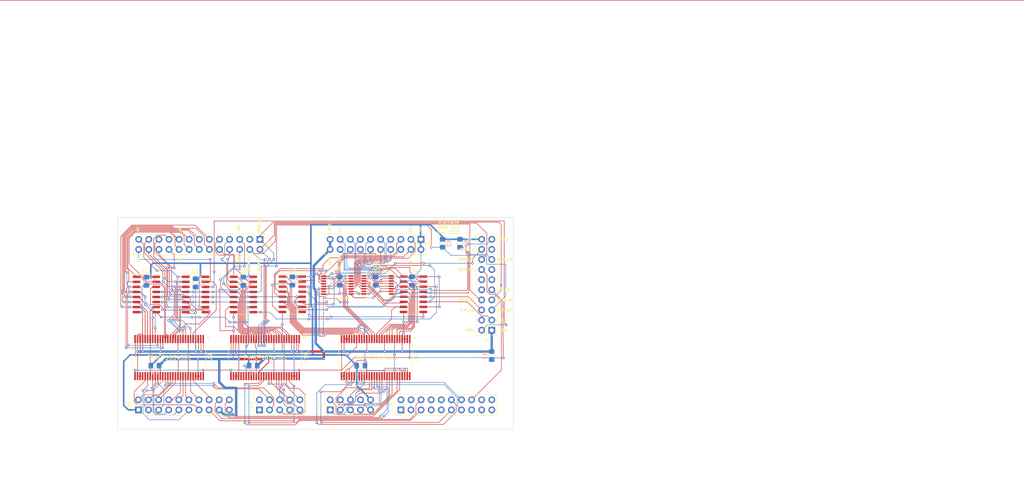
<source format=kicad_pcb>
(kicad_pcb (version 20171130) (host pcbnew "(5.1.12-1-10_14)")
  (layers (0 Front signal) (1 In1.Cu signal) (2 In2.Cu signal) (31 Back signal) (34 B.Paste user) (35 F.Paste user) (36 B.SilkS user) (37 F.SilkS user) (38 B.Mask user) (39 F.Mask user) (44 Edge.Cuts user))
  (net 0 "")
  (net 1 "Net-(U6-Pad7)")
  (net 2 "Net-(U7-Pad7)")
  (net 3 "Net-(U10-Pad38)")
  (net 4 "Net-(U10-Pad37)")
  (net 5 "Net-(U10-Pad36)")
  (net 6 "Net-(U10-Pad34)")
  (net 7 "Net-(U10-Pad33)")
  (net 8 "Net-(U10-Pad24)")
  (net 9 "Net-(U10-Pad23)")
  (net 10 "Net-(U10-Pad21)")
  (net 11 "Net-(U10-Pad20)")
  (net 12 "Net-(U10-Pad19)")
  (net 13 /D0)
  (net 14 /D7)
  (net 15 /D6)
  (net 16 /D5)
  (net 17 /D4)
  (net 18 /D3)
  (net 19 /D2)
  (net 20 /D1)
  (net 21 /D8)
  (net 22 /D15)
  (net 23 /D14)
  (net 24 /D13)
  (net 25 /D12)
  (net 26 /D11)
  (net 27 /D10)
  (net 28 /D9)
  (net 29 GND)
  (net 30 /DI_15)
  (net 31 /DI_14)
  (net 32 /DI_13)
  (net 33 /DI_12)
  (net 34 /DI_11)
  (net 35 /DI_10)
  (net 36 /DI_9)
  (net 37 /DI_8)
  (net 38 /DI_7)
  (net 39 /DI_6)
  (net 40 /DI_5)
  (net 41 /DI_4)
  (net 42 /DI_3)
  (net 43 /DI_2)
  (net 44 /DI_1)
  (net 45 /DI_0)
  (net 46 /595_DATA_OE#)
  (net 47 /SER_CLK)
  (net 48 /SER_MOSI)
  (net 49 +5V)
  (net 50 /595_ADDR_OE#)
  (net 51 /A0)
  (net 52 /A7)
  (net 53 /A6)
  (net 54 /A5)
  (net 55 /A4)
  (net 56 /A3)
  (net 57 /A2)
  (net 58 /A1)
  (net 59 /A16)
  (net 60 /A23)
  (net 61 /A22)
  (net 62 /A21)
  (net 63 /A20)
  (net 64 /A19)
  (net 65 /A18)
  (net 66 /A17)
  (net 67 /A8)
  (net 68 /A15)
  (net 69 /A14)
  (net 70 /A13)
  (net 71 /A12)
  (net 72 /A11)
  (net 73 /A10)
  (net 74 /A9)
  (net 75 /165_LD#)
  (net 76 /SER_MISO)
  (net 77 /AI_15)
  (net 78 /AI_14)
  (net 79 /AI_13)
  (net 80 /AI_12)
  (net 81 /AI_11)
  (net 82 /AI_10)
  (net 83 /AI_9)
  (net 84 /AI_8)
  (net 85 /AI_7)
  (net 86 /AI_6)
  (net 87 /AI_5)
  (net 88 /AI_4)
  (net 89 /AI_3)
  (net 90 /AI_2)
  (net 91 /AI_1)
  (net 92 /AI_0)
  (net 93 /AI_23)
  (net 94 /AI_22)
  (net 95 /AI_21)
  (net 96 /AI_20)
  (net 97 /AI_19)
  (net 98 /AI_18)
  (net 99 /AI_17)
  (net 100 /AI_16)
  (net 101 "Net-(J1-Pad17)")
  (net 102 "Net-(J1-Pad13)")
  (net 103 "Net-(J1-Pad12)")
  (net 104 "Net-(J1-Pad11)")
  (net 105 "Net-(J1-Pad10)")
  (net 106 "Net-(J1-Pad4)")
  (net 107 "Net-(J2-Pad3)")
  (net 108 "Net-(J5-Pad2)")
  (net 109 "Net-(J5-Pad1)")
  (net 110 "Net-(J6-Pad20)")
  (net 111 "Net-(J6-Pad19)")
  (net 112 "Net-(J6-Pad18)")
  (net 113 "Net-(J6-Pad17)")
  (net 114 "Net-(J6-Pad4)")
  (net 115 "Net-(J6-Pad3)")
  (net 116 "Net-(J6-Pad2)")
  (net 117 "Net-(J6-Pad1)")
  (net 118 /595_LATCH#)
  (net 119 ROM_CE#)
  (net 120 GEN_RESET#)
  (net 121 ROM_OE#)
  (net 122 TX_ENABLE#)
  (net 123 ROM_WE#)
  (net 124 /GEN_OE#)
  (net 125 /GEN_CE#)
  (net 126 GEN_DTACK#)
  (net 127 "Net-(J6-Pad15)")
  (net 128 "Net-(J6-Pad10)")
  (net 129 "Net-(J6-Pad8)")
  (net 130 "Net-(J6-Pad7)")
  (net 131 /QH3')
  (net 132 /QH4')
  (net 133 /QH1')
  (net 134 /QH2')
  (net 135 "Net-(U5-Pad9)")
  (net 136 /QH_165)
  (module Resistor_SMD:R_0805_2012Metric_Pad1.20x1.40mm_HandSolder (layer Back) (at 124.5616 103.378 270)
    (fp_text reference R3 (at 0 1.65 270) (layer B.SilkS) (effects (justify mirror)))
    (fp_text value 10K)
    (pad 2 smd roundrect (at 1 0 270) (size 1.2 1.4) (layers Back B.Paste B.Mask) (roundrect_rratio 0.208333) (net 122 TX_ENABLE#))
    (pad 1 smd roundrect (at -1 0 270) (size 1.2 1.4) (layers Back B.Paste B.Mask) (roundrect_rratio 0.208333) (net 29 GND))
  )
  (module Package_SO:SSOP-16_5.3x6.2mm_P0.65mm (layer Front) (at 95.8596 85.6102)
    (fp_text reference U7 (at 0 -4.2) (layer F.SilkS))
    (fp_text value 74HC165)
    (pad 16 smd rect (at 3.45 -2.275) (size 1.2 0.4) (layers Front F.Paste F.Mask) (net 49 +5V))
    (pad 15 smd rect (at 3.45 -1.625) (size 1.2 0.4) (layers Front F.Paste F.Mask) (net 29 GND))
    (pad 14 smd rect (at 3.45 -0.975) (size 1.2 0.4) (layers Front F.Paste F.Mask) (net 18 /D3))
    (pad 13 smd rect (at 3.45 -0.325) (size 1.2 0.4) (layers Front F.Paste F.Mask) (net 19 /D2))
    (pad 12 smd rect (at 3.45 0.325) (size 1.2 0.4) (layers Front F.Paste F.Mask) (net 20 /D1))
    (pad 11 smd rect (at 3.45 0.975) (size 1.2 0.4) (layers Front F.Paste F.Mask) (net 13 /D0))
    (pad 10 smd rect (at 3.45 1.625) (size 1.2 0.4) (layers Front F.Paste F.Mask) (net 136 /QH_165))
    (pad 9 smd rect (at 3.45 2.275) (size 1.2 0.4) (layers Front F.Paste F.Mask) (net 76 /SER_MISO))
    (pad 8 smd rect (at -3.45 2.275) (size 1.2 0.4) (layers Front F.Paste F.Mask) (net 29 GND))
    (pad 7 smd rect (at -3.45 1.625) (size 1.2 0.4) (layers Front F.Paste F.Mask) (net 2 "Net-(U7-Pad7)"))
    (pad 6 smd rect (at -3.45 0.975) (size 1.2 0.4) (layers Front F.Paste F.Mask) (net 14 /D7))
    (pad 5 smd rect (at -3.45 0.325) (size 1.2 0.4) (layers Front F.Paste F.Mask) (net 15 /D6))
    (pad 4 smd rect (at -3.45 -0.325) (size 1.2 0.4) (layers Front F.Paste F.Mask) (net 16 /D5))
    (pad 3 smd rect (at -3.45 -0.975) (size 1.2 0.4) (layers Front F.Paste F.Mask) (net 17 /D4))
    (pad 2 smd rect (at -3.45 -1.625) (size 1.2 0.4) (layers Front F.Paste F.Mask) (net 47 /SER_CLK))
    (pad 1 smd rect (at -3.45 -2.275) (size 1.2 0.4) (layers Front F.Paste F.Mask) (net 75 /165_LD#))
  )
  (module Package_SO:SSOP-16_5.3x6.2mm_P0.65mm (layer Front) (at 85.7504 85.6488)
    (fp_text reference U6 (at 0 -4.2) (layer F.SilkS))
    (fp_text value 74HC165)
    (pad 16 smd rect (at 3.45 -2.275) (size 1.2 0.4) (layers Front F.Paste F.Mask) (net 49 +5V))
    (pad 15 smd rect (at 3.45 -1.625) (size 1.2 0.4) (layers Front F.Paste F.Mask) (net 29 GND))
    (pad 14 smd rect (at 3.45 -0.975) (size 1.2 0.4) (layers Front F.Paste F.Mask) (net 26 /D11))
    (pad 13 smd rect (at 3.45 -0.325) (size 1.2 0.4) (layers Front F.Paste F.Mask) (net 27 /D10))
    (pad 12 smd rect (at 3.45 0.325) (size 1.2 0.4) (layers Front F.Paste F.Mask) (net 28 /D9))
    (pad 11 smd rect (at 3.45 0.975) (size 1.2 0.4) (layers Front F.Paste F.Mask) (net 21 /D8))
    (pad 10 smd rect (at 3.45 1.625) (size 1.2 0.4) (layers Front F.Paste F.Mask) (net 29 GND))
    (pad 9 smd rect (at 3.45 2.275) (size 1.2 0.4) (layers Front F.Paste F.Mask) (net 136 /QH_165))
    (pad 8 smd rect (at -3.45 2.275) (size 1.2 0.4) (layers Front F.Paste F.Mask) (net 29 GND))
    (pad 7 smd rect (at -3.45 1.625) (size 1.2 0.4) (layers Front F.Paste F.Mask) (net 1 "Net-(U6-Pad7)"))
    (pad 6 smd rect (at -3.45 0.975) (size 1.2 0.4) (layers Front F.Paste F.Mask) (net 22 /D15))
    (pad 5 smd rect (at -3.45 0.325) (size 1.2 0.4) (layers Front F.Paste F.Mask) (net 23 /D14))
    (pad 4 smd rect (at -3.45 -0.325) (size 1.2 0.4) (layers Front F.Paste F.Mask) (net 24 /D13))
    (pad 3 smd rect (at -3.45 -0.975) (size 1.2 0.4) (layers Front F.Paste F.Mask) (net 25 /D12))
    (pad 2 smd rect (at -3.45 -1.625) (size 1.2 0.4) (layers Front F.Paste F.Mask) (net 47 /SER_CLK))
    (pad 1 smd rect (at -3.45 -2.275) (size 1.2 0.4) (layers Front F.Paste F.Mask) (net 75 /165_LD#))
  )
  (module ACT16543:74ACT16543DL (layer Front) (at 95.372 103.886 270)
    (fp_text reference U8 (at 0.0508 -10.292 270) (layer F.SilkS))
    (fp_text value 74ACT16543DL (at 0 0 180) (layer F.SilkS))
    (fp_text user * (at -4.92125 -10.1219 90) (layer F.SilkS))
    (fp_text user * (at -4.92125 -10.1219 90) (layer F.SilkS))
    (pad 56 smd rect (at 4.66725 -8.5725 270) (size 2.0447 0.4064) (layers Front F.Paste F.Mask) (net 29 GND))
    (pad 55 smd rect (at 4.66725 -7.9375 270) (size 2.0447 0.4064) (layers Front F.Paste F.Mask) (net 29 GND))
    (pad 54 smd rect (at 4.66725 -7.3025 270) (size 2.0447 0.4064) (layers Front F.Paste F.Mask) (net 49 +5V))
    (pad 53 smd rect (at 4.66725 -6.6675 270) (size 2.0447 0.4064) (layers Front F.Paste F.Mask) (net 29 GND))
    (pad 52 smd rect (at 4.66725 -6.0325 270) (size 2.0447 0.4064) (layers Front F.Paste F.Mask) (net 45 /DI_0))
    (pad 51 smd rect (at 4.66725 -5.3975 270) (size 2.0447 0.4064) (layers Front F.Paste F.Mask) (net 44 /DI_1))
    (pad 50 smd rect (at 4.66725 -4.7625 270) (size 2.0447 0.4064) (layers Front F.Paste F.Mask) (net 49 +5V))
    (pad 49 smd rect (at 4.66725 -4.1275 270) (size 2.0447 0.4064) (layers Front F.Paste F.Mask) (net 43 /DI_2))
    (pad 48 smd rect (at 4.66725 -3.4925 270) (size 2.0447 0.4064) (layers Front F.Paste F.Mask) (net 42 /DI_3))
    (pad 47 smd rect (at 4.66725 -2.8575 270) (size 2.0447 0.4064) (layers Front F.Paste F.Mask) (net 41 /DI_4))
    (pad 46 smd rect (at 4.66725 -2.2225 270) (size 2.0447 0.4064) (layers Front F.Paste F.Mask) (net 29 GND))
    (pad 45 smd rect (at 4.66725 -1.5875 270) (size 2.0447 0.4064) (layers Front F.Paste F.Mask) (net 40 /DI_5))
    (pad 44 smd rect (at 4.66725 -0.9525 270) (size 2.0447 0.4064) (layers Front F.Paste F.Mask) (net 39 /DI_6))
    (pad 43 smd rect (at 4.66725 -0.3175 270) (size 2.0447 0.4064) (layers Front F.Paste F.Mask) (net 38 /DI_7))
    (pad 42 smd rect (at 4.66725 0.3175 270) (size 2.0447 0.4064) (layers Front F.Paste F.Mask) (net 37 /DI_8))
    (pad 41 smd rect (at 4.66725 0.9525 270) (size 2.0447 0.4064) (layers Front F.Paste F.Mask) (net 36 /DI_9))
    (pad 40 smd rect (at 4.66725 1.5875 270) (size 2.0447 0.4064) (layers Front F.Paste F.Mask) (net 35 /DI_10))
    (pad 39 smd rect (at 4.66725 2.2225 270) (size 2.0447 0.4064) (layers Front F.Paste F.Mask) (net 29 GND))
    (pad 38 smd rect (at 4.66725 2.8575 270) (size 2.0447 0.4064) (layers Front F.Paste F.Mask) (net 34 /DI_11))
    (pad 37 smd rect (at 4.66725 3.4925 270) (size 2.0447 0.4064) (layers Front F.Paste F.Mask) (net 33 /DI_12))
    (pad 36 smd rect (at 4.66725 4.1275 270) (size 2.0447 0.4064) (layers Front F.Paste F.Mask) (net 32 /DI_13))
    (pad 35 smd rect (at 4.66725 4.7625 270) (size 2.0447 0.4064) (layers Front F.Paste F.Mask) (net 49 +5V))
    (pad 34 smd rect (at 4.66725 5.3975 270) (size 2.0447 0.4064) (layers Front F.Paste F.Mask) (net 31 /DI_14))
    (pad 33 smd rect (at 4.66725 6.0325 270) (size 2.0447 0.4064) (layers Front F.Paste F.Mask) (net 30 /DI_15))
    (pad 32 smd rect (at 4.66725 6.6675 270) (size 2.0447 0.4064) (layers Front F.Paste F.Mask) (net 29 GND))
    (pad 31 smd rect (at 4.66725 7.3025 270) (size 2.0447 0.4064) (layers Front F.Paste F.Mask) (net 49 +5V))
    (pad 30 smd rect (at 4.66725 7.9375 270) (size 2.0447 0.4064) (layers Front F.Paste F.Mask) (net 29 GND))
    (pad 29 smd rect (at 4.66725 8.5725 270) (size 2.0447 0.4064) (layers Front F.Paste F.Mask) (net 29 GND))
    (pad 28 smd rect (at -4.66725 8.5725 270) (size 2.0447 0.4064) (layers Front F.Paste F.Mask) (net 122 TX_ENABLE#))
    (pad 27 smd rect (at -4.66725 7.9375 270) (size 2.0447 0.4064) (layers Front F.Paste F.Mask) (net 29 GND))
    (pad 26 smd rect (at -4.66725 7.3025 270) (size 2.0447 0.4064) (layers Front F.Paste F.Mask) (net 29 GND))
    (pad 25 smd rect (at -4.66725 6.6675 270) (size 2.0447 0.4064) (layers Front F.Paste F.Mask) (net 29 GND))
    (pad 24 smd rect (at -4.66725 6.0325 270) (size 2.0447 0.4064) (layers Front F.Paste F.Mask) (net 22 /D15))
    (pad 23 smd rect (at -4.66725 5.3975 270) (size 2.0447 0.4064) (layers Front F.Paste F.Mask) (net 23 /D14))
    (pad 22 smd rect (at -4.66725 4.7625 270) (size 2.0447 0.4064) (layers Front F.Paste F.Mask) (net 49 +5V))
    (pad 21 smd rect (at -4.66725 4.1275 270) (size 2.0447 0.4064) (layers Front F.Paste F.Mask) (net 24 /D13))
    (pad 20 smd rect (at -4.66725 3.4925 270) (size 2.0447 0.4064) (layers Front F.Paste F.Mask) (net 25 /D12))
    (pad 19 smd rect (at -4.66725 2.8575 270) (size 2.0447 0.4064) (layers Front F.Paste F.Mask) (net 26 /D11))
    (pad 18 smd rect (at -4.66725 2.2225 270) (size 2.0447 0.4064) (layers Front F.Paste F.Mask) (net 29 GND))
    (pad 17 smd rect (at -4.66725 1.5875 270) (size 2.0447 0.4064) (layers Front F.Paste F.Mask) (net 27 /D10))
    (pad 16 smd rect (at -4.66725 0.9525 270) (size 2.0447 0.4064) (layers Front F.Paste F.Mask) (net 28 /D9))
    (pad 15 smd rect (at -4.66725 0.3175 270) (size 2.0447 0.4064) (layers Front F.Paste F.Mask) (net 21 /D8))
    (pad 14 smd rect (at -4.66725 -0.3175 270) (size 2.0447 0.4064) (layers Front F.Paste F.Mask) (net 14 /D7))
    (pad 13 smd rect (at -4.66725 -0.9525 270) (size 2.0447 0.4064) (layers Front F.Paste F.Mask) (net 15 /D6))
    (pad 12 smd rect (at -4.66725 -1.5875 270) (size 2.0447 0.4064) (layers Front F.Paste F.Mask) (net 16 /D5))
    (pad 11 smd rect (at -4.66725 -2.2225 270) (size 2.0447 0.4064) (layers Front F.Paste F.Mask) (net 29 GND))
    (pad 10 smd rect (at -4.66725 -2.8575 270) (size 2.0447 0.4064) (layers Front F.Paste F.Mask) (net 17 /D4))
    (pad 9 smd rect (at -4.66725 -3.4925 270) (size 2.0447 0.4064) (layers Front F.Paste F.Mask) (net 18 /D3))
    (pad 8 smd rect (at -4.66725 -4.1275 270) (size 2.0447 0.4064) (layers Front F.Paste F.Mask) (net 19 /D2))
    (pad 7 smd rect (at -4.66725 -4.7625 270) (size 2.0447 0.4064) (layers Front F.Paste F.Mask) (net 49 +5V))
    (pad 6 smd rect (at -4.66725 -5.3975 270) (size 2.0447 0.4064) (layers Front F.Paste F.Mask) (net 20 /D1))
    (pad 5 smd rect (at -4.66725 -6.0325 270) (size 2.0447 0.4064) (layers Front F.Paste F.Mask) (net 13 /D0))
    (pad 4 smd rect (at -4.66725 -6.6675 270) (size 2.0447 0.4064) (layers Front F.Paste F.Mask) (net 29 GND))
    (pad 3 smd rect (at -4.66725 -7.3025 270) (size 2.0447 0.4064) (layers Front F.Paste F.Mask) (net 29 GND))
    (pad 2 smd rect (at -4.66725 -7.9375 270) (size 2.0447 0.4064) (layers Front F.Paste F.Mask) (net 29 GND))
    (pad 1 smd rect (at -4.66725 -8.5725 270) (size 2.0447 0.4064) (layers Front F.Paste F.Mask) (net 122 TX_ENABLE#))
  )
  (module ACT16543:74ACT16543DL (layer Front) (at 43.434 103.886 270)
    (fp_text reference U9 (at 0 -10.3124 90) (layer F.SilkS))
    (fp_text value 74ACT16543DL (at 0 0 180) (layer F.SilkS))
    (fp_text user * (at -4.92125 -10.1219 90) (layer F.SilkS))
    (fp_text user * (at -4.92125 -10.1219 90) (layer F.SilkS))
    (pad 56 smd rect (at 4.66725 -8.5725 270) (size 2.0447 0.4064) (layers Front F.Paste F.Mask) (net 122 TX_ENABLE#))
    (pad 55 smd rect (at 4.66725 -7.9375 270) (size 2.0447 0.4064) (layers Front F.Paste F.Mask) (net 29 GND))
    (pad 54 smd rect (at 4.66725 -7.3025 270) (size 2.0447 0.4064) (layers Front F.Paste F.Mask) (net 29 GND))
    (pad 53 smd rect (at 4.66725 -6.6675 270) (size 2.0447 0.4064) (layers Front F.Paste F.Mask) (net 29 GND))
    (pad 52 smd rect (at 4.66725 -6.0325 270) (size 2.0447 0.4064) (layers Front F.Paste F.Mask) (net 92 /AI_0))
    (pad 51 smd rect (at 4.66725 -5.3975 270) (size 2.0447 0.4064) (layers Front F.Paste F.Mask) (net 91 /AI_1))
    (pad 50 smd rect (at 4.66725 -4.7625 270) (size 2.0447 0.4064) (layers Front F.Paste F.Mask) (net 49 +5V))
    (pad 49 smd rect (at 4.66725 -4.1275 270) (size 2.0447 0.4064) (layers Front F.Paste F.Mask) (net 90 /AI_2))
    (pad 48 smd rect (at 4.66725 -3.4925 270) (size 2.0447 0.4064) (layers Front F.Paste F.Mask) (net 89 /AI_3))
    (pad 47 smd rect (at 4.66725 -2.8575 270) (size 2.0447 0.4064) (layers Front F.Paste F.Mask) (net 88 /AI_4))
    (pad 46 smd rect (at 4.66725 -2.2225 270) (size 2.0447 0.4064) (layers Front F.Paste F.Mask) (net 29 GND))
    (pad 45 smd rect (at 4.66725 -1.5875 270) (size 2.0447 0.4064) (layers Front F.Paste F.Mask) (net 87 /AI_5))
    (pad 44 smd rect (at 4.66725 -0.9525 270) (size 2.0447 0.4064) (layers Front F.Paste F.Mask) (net 86 /AI_6))
    (pad 43 smd rect (at 4.66725 -0.3175 270) (size 2.0447 0.4064) (layers Front F.Paste F.Mask) (net 85 /AI_7))
    (pad 42 smd rect (at 4.66725 0.3175 270) (size 2.0447 0.4064) (layers Front F.Paste F.Mask) (net 84 /AI_8))
    (pad 41 smd rect (at 4.66725 0.9525 270) (size 2.0447 0.4064) (layers Front F.Paste F.Mask) (net 83 /AI_9))
    (pad 40 smd rect (at 4.66725 1.5875 270) (size 2.0447 0.4064) (layers Front F.Paste F.Mask) (net 82 /AI_10))
    (pad 39 smd rect (at 4.66725 2.2225 270) (size 2.0447 0.4064) (layers Front F.Paste F.Mask) (net 29 GND))
    (pad 38 smd rect (at 4.66725 2.8575 270) (size 2.0447 0.4064) (layers Front F.Paste F.Mask) (net 81 /AI_11))
    (pad 37 smd rect (at 4.66725 3.4925 270) (size 2.0447 0.4064) (layers Front F.Paste F.Mask) (net 80 /AI_12))
    (pad 36 smd rect (at 4.66725 4.1275 270) (size 2.0447 0.4064) (layers Front F.Paste F.Mask) (net 79 /AI_13))
    (pad 35 smd rect (at 4.66725 4.7625 270) (size 2.0447 0.4064) (layers Front F.Paste F.Mask) (net 49 +5V))
    (pad 34 smd rect (at 4.66725 5.3975 270) (size 2.0447 0.4064) (layers Front F.Paste F.Mask) (net 78 /AI_14))
    (pad 33 smd rect (at 4.66725 6.0325 270) (size 2.0447 0.4064) (layers Front F.Paste F.Mask) (net 77 /AI_15))
    (pad 32 smd rect (at 4.66725 6.6675 270) (size 2.0447 0.4064) (layers Front F.Paste F.Mask) (net 29 GND))
    (pad 31 smd rect (at 4.66725 7.3025 270) (size 2.0447 0.4064) (layers Front F.Paste F.Mask) (net 29 GND))
    (pad 30 smd rect (at 4.66725 7.9375 270) (size 2.0447 0.4064) (layers Front F.Paste F.Mask) (net 29 GND))
    (pad 29 smd rect (at 4.66725 8.5725 270) (size 2.0447 0.4064) (layers Front F.Paste F.Mask) (net 122 TX_ENABLE#))
    (pad 28 smd rect (at -4.66725 8.5725 270) (size 2.0447 0.4064) (layers Front F.Paste F.Mask) (net 49 +5V))
    (pad 27 smd rect (at -4.66725 7.9375 270) (size 2.0447 0.4064) (layers Front F.Paste F.Mask) (net 29 GND))
    (pad 26 smd rect (at -4.66725 7.3025 270) (size 2.0447 0.4064) (layers Front F.Paste F.Mask) (net 49 +5V))
    (pad 25 smd rect (at -4.66725 6.6675 270) (size 2.0447 0.4064) (layers Front F.Paste F.Mask) (net 29 GND))
    (pad 24 smd rect (at -4.66725 6.0325 270) (size 2.0447 0.4064) (layers Front F.Paste F.Mask) (net 68 /A15))
    (pad 23 smd rect (at -4.66725 5.3975 270) (size 2.0447 0.4064) (layers Front F.Paste F.Mask) (net 69 /A14))
    (pad 22 smd rect (at -4.66725 4.7625 270) (size 2.0447 0.4064) (layers Front F.Paste F.Mask) (net 49 +5V))
    (pad 21 smd rect (at -4.66725 4.1275 270) (size 2.0447 0.4064) (layers Front F.Paste F.Mask) (net 70 /A13))
    (pad 20 smd rect (at -4.66725 3.4925 270) (size 2.0447 0.4064) (layers Front F.Paste F.Mask) (net 71 /A12))
    (pad 19 smd rect (at -4.66725 2.8575 270) (size 2.0447 0.4064) (layers Front F.Paste F.Mask) (net 72 /A11))
    (pad 18 smd rect (at -4.66725 2.2225 270) (size 2.0447 0.4064) (layers Front F.Paste F.Mask) (net 29 GND))
    (pad 17 smd rect (at -4.66725 1.5875 270) (size 2.0447 0.4064) (layers Front F.Paste F.Mask) (net 73 /A10))
    (pad 16 smd rect (at -4.66725 0.9525 270) (size 2.0447 0.4064) (layers Front F.Paste F.Mask) (net 74 /A9))
    (pad 15 smd rect (at -4.66725 0.3175 270) (size 2.0447 0.4064) (layers Front F.Paste F.Mask) (net 67 /A8))
    (pad 14 smd rect (at -4.66725 -0.3175 270) (size 2.0447 0.4064) (layers Front F.Paste F.Mask) (net 52 /A7))
    (pad 13 smd rect (at -4.66725 -0.9525 270) (size 2.0447 0.4064) (layers Front F.Paste F.Mask) (net 53 /A6))
    (pad 12 smd rect (at -4.66725 -1.5875 270) (size 2.0447 0.4064) (layers Front F.Paste F.Mask) (net 54 /A5))
    (pad 11 smd rect (at -4.66725 -2.2225 270) (size 2.0447 0.4064) (layers Front F.Paste F.Mask) (net 29 GND))
    (pad 10 smd rect (at -4.66725 -2.8575 270) (size 2.0447 0.4064) (layers Front F.Paste F.Mask) (net 55 /A4))
    (pad 9 smd rect (at -4.66725 -3.4925 270) (size 2.0447 0.4064) (layers Front F.Paste F.Mask) (net 56 /A3))
    (pad 8 smd rect (at -4.66725 -4.1275 270) (size 2.0447 0.4064) (layers Front F.Paste F.Mask) (net 57 /A2))
    (pad 7 smd rect (at -4.66725 -4.7625 270) (size 2.0447 0.4064) (layers Front F.Paste F.Mask) (net 49 +5V))
    (pad 6 smd rect (at -4.66725 -5.3975 270) (size 2.0447 0.4064) (layers Front F.Paste F.Mask) (net 58 /A1))
    (pad 5 smd rect (at -4.66725 -6.0325 270) (size 2.0447 0.4064) (layers Front F.Paste F.Mask) (net 51 /A0))
    (pad 4 smd rect (at -4.66725 -6.6675 270) (size 2.0447 0.4064) (layers Front F.Paste F.Mask) (net 29 GND))
    (pad 3 smd rect (at -4.66725 -7.3025 270) (size 2.0447 0.4064) (layers Front F.Paste F.Mask) (net 49 +5V))
    (pad 2 smd rect (at -4.66725 -7.9375 270) (size 2.0447 0.4064) (layers Front F.Paste F.Mask) (net 29 GND))
    (pad 1 smd rect (at -4.66725 -8.5725 270) (size 2.0447 0.4064) (layers Front F.Paste F.Mask) (net 49 +5V))
  )
  (module ACT16543:74ACT16543DL (layer Front) (at 67.5674 103.886 270)
    (fp_text reference U10 (at 0.0508 -10.309 270) (layer F.SilkS))
    (fp_text value 74ACT16543DL (at 0 0 180) (layer F.SilkS))
    (fp_text user * (at -4.92125 -10.1219 90) (layer F.SilkS))
    (fp_text user * (at -4.92125 -10.1219 90) (layer F.SilkS))
    (pad 56 smd rect (at 4.66725 -8.5725 270) (size 2.0447 0.4064) (layers Front F.Paste F.Mask) (net 122 TX_ENABLE#))
    (pad 55 smd rect (at 4.66725 -7.9375 270) (size 2.0447 0.4064) (layers Front F.Paste F.Mask) (net 29 GND))
    (pad 54 smd rect (at 4.66725 -7.3025 270) (size 2.0447 0.4064) (layers Front F.Paste F.Mask) (net 29 GND))
    (pad 53 smd rect (at 4.66725 -6.6675 270) (size 2.0447 0.4064) (layers Front F.Paste F.Mask) (net 29 GND))
    (pad 52 smd rect (at 4.66725 -6.0325 270) (size 2.0447 0.4064) (layers Front F.Paste F.Mask) (net 100 /AI_16))
    (pad 51 smd rect (at 4.66725 -5.3975 270) (size 2.0447 0.4064) (layers Front F.Paste F.Mask) (net 99 /AI_17))
    (pad 50 smd rect (at 4.66725 -4.7625 270) (size 2.0447 0.4064) (layers Front F.Paste F.Mask) (net 49 +5V))
    (pad 49 smd rect (at 4.66725 -4.1275 270) (size 2.0447 0.4064) (layers Front F.Paste F.Mask) (net 98 /AI_18))
    (pad 48 smd rect (at 4.66725 -3.4925 270) (size 2.0447 0.4064) (layers Front F.Paste F.Mask) (net 97 /AI_19))
    (pad 47 smd rect (at 4.66725 -2.8575 270) (size 2.0447 0.4064) (layers Front F.Paste F.Mask) (net 96 /AI_20))
    (pad 46 smd rect (at 4.66725 -2.2225 270) (size 2.0447 0.4064) (layers Front F.Paste F.Mask) (net 29 GND))
    (pad 45 smd rect (at 4.66725 -1.5875 270) (size 2.0447 0.4064) (layers Front F.Paste F.Mask) (net 95 /AI_21))
    (pad 44 smd rect (at 4.66725 -0.9525 270) (size 2.0447 0.4064) (layers Front F.Paste F.Mask) (net 94 /AI_22))
    (pad 43 smd rect (at 4.66725 -0.3175 270) (size 2.0447 0.4064) (layers Front F.Paste F.Mask) (net 93 /AI_23))
    (pad 42 smd rect (at 4.66725 0.3175 270) (size 2.0447 0.4064) (layers Front F.Paste F.Mask) (net 125 /GEN_CE#))
    (pad 41 smd rect (at 4.66725 0.9525 270) (size 2.0447 0.4064) (layers Front F.Paste F.Mask) (net 124 /GEN_OE#))
    (pad 40 smd rect (at 4.66725 1.5875 270) (size 2.0447 0.4064) (layers Front F.Paste F.Mask) (net 49 +5V))
    (pad 39 smd rect (at 4.66725 2.2225 270) (size 2.0447 0.4064) (layers Front F.Paste F.Mask) (net 29 GND))
    (pad 38 smd rect (at 4.66725 2.8575 270) (size 2.0447 0.4064) (layers Front F.Paste F.Mask) (net 3 "Net-(U10-Pad38)"))
    (pad 37 smd rect (at 4.66725 3.4925 270) (size 2.0447 0.4064) (layers Front F.Paste F.Mask) (net 4 "Net-(U10-Pad37)"))
    (pad 36 smd rect (at 4.66725 4.1275 270) (size 2.0447 0.4064) (layers Front F.Paste F.Mask) (net 5 "Net-(U10-Pad36)"))
    (pad 35 smd rect (at 4.66725 4.7625 270) (size 2.0447 0.4064) (layers Front F.Paste F.Mask) (net 49 +5V))
    (pad 34 smd rect (at 4.66725 5.3975 270) (size 2.0447 0.4064) (layers Front F.Paste F.Mask) (net 6 "Net-(U10-Pad34)"))
    (pad 33 smd rect (at 4.66725 6.0325 270) (size 2.0447 0.4064) (layers Front F.Paste F.Mask) (net 7 "Net-(U10-Pad33)"))
    (pad 32 smd rect (at 4.66725 6.6675 270) (size 2.0447 0.4064) (layers Front F.Paste F.Mask) (net 29 GND))
    (pad 31 smd rect (at 4.66725 7.3025 270) (size 2.0447 0.4064) (layers Front F.Paste F.Mask) (net 29 GND))
    (pad 30 smd rect (at 4.66725 7.9375 270) (size 2.0447 0.4064) (layers Front F.Paste F.Mask) (net 29 GND))
    (pad 29 smd rect (at 4.66725 8.5725 270) (size 2.0447 0.4064) (layers Front F.Paste F.Mask) (net 122 TX_ENABLE#))
    (pad 28 smd rect (at -4.66725 8.5725 270) (size 2.0447 0.4064) (layers Front F.Paste F.Mask) (net 49 +5V))
    (pad 27 smd rect (at -4.66725 7.9375 270) (size 2.0447 0.4064) (layers Front F.Paste F.Mask) (net 29 GND))
    (pad 26 smd rect (at -4.66725 7.3025 270) (size 2.0447 0.4064) (layers Front F.Paste F.Mask) (net 49 +5V))
    (pad 25 smd rect (at -4.66725 6.6675 270) (size 2.0447 0.4064) (layers Front F.Paste F.Mask) (net 29 GND))
    (pad 24 smd rect (at -4.66725 6.0325 270) (size 2.0447 0.4064) (layers Front F.Paste F.Mask) (net 8 "Net-(U10-Pad24)"))
    (pad 23 smd rect (at -4.66725 5.3975 270) (size 2.0447 0.4064) (layers Front F.Paste F.Mask) (net 9 "Net-(U10-Pad23)"))
    (pad 22 smd rect (at -4.66725 4.7625 270) (size 2.0447 0.4064) (layers Front F.Paste F.Mask) (net 49 +5V))
    (pad 21 smd rect (at -4.66725 4.1275 270) (size 2.0447 0.4064) (layers Front F.Paste F.Mask) (net 10 "Net-(U10-Pad21)"))
    (pad 20 smd rect (at -4.66725 3.4925 270) (size 2.0447 0.4064) (layers Front F.Paste F.Mask) (net 11 "Net-(U10-Pad20)"))
    (pad 19 smd rect (at -4.66725 2.8575 270) (size 2.0447 0.4064) (layers Front F.Paste F.Mask) (net 12 "Net-(U10-Pad19)"))
    (pad 18 smd rect (at -4.66725 2.2225 270) (size 2.0447 0.4064) (layers Front F.Paste F.Mask) (net 29 GND))
    (pad 17 smd rect (at -4.66725 1.5875 270) (size 2.0447 0.4064) (layers Front F.Paste F.Mask) (net 123 ROM_WE#))
    (pad 16 smd rect (at -4.66725 0.9525 270) (size 2.0447 0.4064) (layers Front F.Paste F.Mask) (net 121 ROM_OE#))
    (pad 15 smd rect (at -4.66725 0.3175 270) (size 2.0447 0.4064) (layers Front F.Paste F.Mask) (net 119 ROM_CE#))
    (pad 14 smd rect (at -4.66725 -0.3175 270) (size 2.0447 0.4064) (layers Front F.Paste F.Mask) (net 60 /A23))
    (pad 13 smd rect (at -4.66725 -0.9525 270) (size 2.0447 0.4064) (layers Front F.Paste F.Mask) (net 61 /A22))
    (pad 12 smd rect (at -4.66725 -1.5875 270) (size 2.0447 0.4064) (layers Front F.Paste F.Mask) (net 62 /A21))
    (pad 11 smd rect (at -4.66725 -2.2225 270) (size 2.0447 0.4064) (layers Front F.Paste F.Mask) (net 29 GND))
    (pad 10 smd rect (at -4.66725 -2.8575 270) (size 2.0447 0.4064) (layers Front F.Paste F.Mask) (net 63 /A20))
    (pad 9 smd rect (at -4.66725 -3.4925 270) (size 2.0447 0.4064) (layers Front F.Paste F.Mask) (net 64 /A19))
    (pad 8 smd rect (at -4.66725 -4.1275 270) (size 2.0447 0.4064) (layers Front F.Paste F.Mask) (net 65 /A18))
    (pad 7 smd rect (at -4.66725 -4.7625 270) (size 2.0447 0.4064) (layers Front F.Paste F.Mask) (net 49 +5V))
    (pad 6 smd rect (at -4.66725 -5.3975 270) (size 2.0447 0.4064) (layers Front F.Paste F.Mask) (net 66 /A17))
    (pad 5 smd rect (at -4.66725 -6.0325 270) (size 2.0447 0.4064) (layers Front F.Paste F.Mask) (net 59 /A16))
    (pad 4 smd rect (at -4.66725 -6.6675 270) (size 2.0447 0.4064) (layers Front F.Paste F.Mask) (net 29 GND))
    (pad 3 smd rect (at -4.66725 -7.3025 270) (size 2.0447 0.4064) (layers Front F.Paste F.Mask) (net 49 +5V))
    (pad 2 smd rect (at -4.66725 -7.9375 270) (size 2.0447 0.4064) (layers Front F.Paste F.Mask) (net 29 GND))
    (pad 1 smd rect (at -4.66725 -8.5725 270) (size 2.0447 0.4064) (layers Front F.Paste F.Mask) (net 49 +5V))
  )
  (module Connector_PinHeader_2.54mm:PinHeader_2x13_P2.54mm_Vertical (layer Front) (at 66.269 74.15 270)
    (fp_text reference J2 (at 1.27 -2.33 90) (layer F.SilkS))
    (fp_text value ADDR_BUS)
    (pad 26 thru_hole oval (at 2.54 30.48 270) (size 1.7 1.7) (drill 1) (layers *.Cu *.Mask) (net 51 /A0))
    (pad 25 thru_hole oval (at 0 30.48 270) (size 1.7 1.7) (drill 1) (layers *.Cu *.Mask) (net 58 /A1))
    (pad 24 thru_hole oval (at 2.54 27.94 270) (size 1.7 1.7) (drill 1) (layers *.Cu *.Mask) (net 57 /A2))
    (pad 23 thru_hole oval (at 0 27.94 270) (size 1.7 1.7) (drill 1) (layers *.Cu *.Mask) (net 56 /A3))
    (pad 22 thru_hole oval (at 2.54 25.4 270) (size 1.7 1.7) (drill 1) (layers *.Cu *.Mask) (net 55 /A4))
    (pad 21 thru_hole oval (at 0 25.4 270) (size 1.7 1.7) (drill 1) (layers *.Cu *.Mask) (net 54 /A5))
    (pad 20 thru_hole oval (at 2.54 22.86 270) (size 1.7 1.7) (drill 1) (layers *.Cu *.Mask) (net 53 /A6))
    (pad 19 thru_hole oval (at 0 22.86 270) (size 1.7 1.7) (drill 1) (layers *.Cu *.Mask) (net 52 /A7))
    (pad 18 thru_hole oval (at 2.54 20.32 270) (size 1.7 1.7) (drill 1) (layers *.Cu *.Mask) (net 67 /A8))
    (pad 17 thru_hole oval (at 0 20.32 270) (size 1.7 1.7) (drill 1) (layers *.Cu *.Mask) (net 74 /A9))
    (pad 16 thru_hole oval (at 2.54 17.78 270) (size 1.7 1.7) (drill 1) (layers *.Cu *.Mask) (net 73 /A10))
    (pad 15 thru_hole oval (at 0 17.78 270) (size 1.7 1.7) (drill 1) (layers *.Cu *.Mask) (net 72 /A11))
    (pad 14 thru_hole oval (at 2.54 15.24 270) (size 1.7 1.7) (drill 1) (layers *.Cu *.Mask) (net 71 /A12))
    (pad 13 thru_hole oval (at 0 15.24 270) (size 1.7 1.7) (drill 1) (layers *.Cu *.Mask) (net 70 /A13))
    (pad 12 thru_hole oval (at 2.54 12.7 270) (size 1.7 1.7) (drill 1) (layers *.Cu *.Mask) (net 69 /A14))
    (pad 11 thru_hole oval (at 0 12.7 270) (size 1.7 1.7) (drill 1) (layers *.Cu *.Mask) (net 68 /A15))
    (pad 10 thru_hole oval (at 2.54 10.16 270) (size 1.7 1.7) (drill 1) (layers *.Cu *.Mask) (net 59 /A16))
    (pad 9 thru_hole oval (at 0 10.16 270) (size 1.7 1.7) (drill 1) (layers *.Cu *.Mask) (net 66 /A17))
    (pad 8 thru_hole oval (at 2.54 7.62 270) (size 1.7 1.7) (drill 1) (layers *.Cu *.Mask) (net 65 /A18))
    (pad 7 thru_hole oval (at 0 7.62 270) (size 1.7 1.7) (drill 1) (layers *.Cu *.Mask) (net 64 /A19))
    (pad 6 thru_hole oval (at 2.54 5.08 270) (size 1.7 1.7) (drill 1) (layers *.Cu *.Mask) (net 63 /A20))
    (pad 5 thru_hole oval (at 0 5.08 270) (size 1.7 1.7) (drill 1) (layers *.Cu *.Mask) (net 62 /A21))
    (pad 4 thru_hole oval (at 2.54 2.54 270) (size 1.7 1.7) (drill 1) (layers *.Cu *.Mask) (net 119 ROM_CE#))
    (pad 3 thru_hole oval (at 0 2.54 270) (size 1.7 1.7) (drill 1) (layers *.Cu *.Mask) (net 107 "Net-(J2-Pad3)"))
    (pad 2 thru_hole oval (at 2.54 0 270) (size 1.7 1.7) (drill 1) (layers *.Cu *.Mask) (net 121 ROM_OE#))
    (pad 1 thru_hole rect (at 0 0 270) (size 1.7 1.7) (drill 1) (layers *.Cu *.Mask) (net 123 ROM_WE#))
  )
  (module Capacitor_SMD:C_0805_2012Metric_Pad1.18x1.45mm_HandSolder (layer Back) (at 37.719 84.691 90)
    (fp_text reference C2 (at 0 1.68 90) (layer B.SilkS) (effects (justify mirror)))
    (fp_text value 0.1pf)
    (pad 2 smd roundrect (at 1.0375 0 90) (size 1.175 1.45) (layers Back B.Paste B.Mask) (roundrect_rratio 0.2127659574468085) (net 49 +5V))
    (pad 1 smd roundrect (at -1.0375 0 90) (size 1.175 1.45) (layers Back B.Paste B.Mask) (roundrect_rratio 0.2127659574468085) (net 29 GND))
  )
  (module Connector_PinHeader_2.54mm:PinHeader_2x05_P2.54mm_Vertical (layer Front) (at 66.167 117.0432 90)
    (fp_text reference J5 (at 1.27 -2.33 90) (layer F.SilkS))
    (fp_text value CART_B10)
    (pad 10 thru_hole oval (at 2.54 10.16 90) (size 1.7 1.7) (drill 1) (layers *.Cu *.Mask) (net 94 /AI_22))
    (pad 9 thru_hole oval (at 0 10.16 90) (size 1.7 1.7) (drill 1) (layers *.Cu *.Mask) (net 95 /AI_21))
    (pad 8 thru_hole oval (at 2.54 7.62 90) (size 1.7 1.7) (drill 1) (layers *.Cu *.Mask) (net 96 /AI_20))
    (pad 7 thru_hole oval (at 0 7.62 90) (size 1.7 1.7) (drill 1) (layers *.Cu *.Mask) (net 97 /AI_19))
    (pad 6 thru_hole oval (at 2.54 5.08 90) (size 1.7 1.7) (drill 1) (layers *.Cu *.Mask) (net 98 /AI_18))
    (pad 5 thru_hole oval (at 0 5.08 90) (size 1.7 1.7) (drill 1) (layers *.Cu *.Mask) (net 99 /AI_17))
    (pad 4 thru_hole oval (at 2.54 2.54 90) (size 1.7 1.7) (drill 1) (layers *.Cu *.Mask) (net 83 /AI_9))
    (pad 3 thru_hole oval (at 0 2.54 90) (size 1.7 1.7) (drill 1) (layers *.Cu *.Mask) (net 84 /AI_8))
    (pad 2 thru_hole oval (at 2.54 0 90) (size 1.7 1.7) (drill 1) (layers *.Cu *.Mask) (net 108 "Net-(J5-Pad2)"))
    (pad 1 thru_hole rect (at 0 0 90) (size 1.7 1.7) (drill 1) (layers *.Cu *.Mask) (net 109 "Net-(J5-Pad1)"))
  )
  (module Capacitor_SMD:C_0805_2012Metric_Pad1.18x1.45mm_HandSolder (layer Back) (at 74.422 84.6402 90)
    (fp_text reference C4 (at 0 1.68 90) (layer B.SilkS) (effects (justify mirror)))
    (fp_text value 0.1pf)
    (pad 2 smd roundrect (at 1.0375 0 90) (size 1.175 1.45) (layers Back B.Paste B.Mask) (roundrect_rratio 0.2127659574468085) (net 49 +5V))
    (pad 1 smd roundrect (at -1.0375 0 90) (size 1.175 1.45) (layers Back B.Paste B.Mask) (roundrect_rratio 0.2127659574468085) (net 29 GND))
  )
  (module Capacitor_SMD:C_0805_2012Metric_Pad1.18x1.45mm_HandSolder (layer Back) (at 95.3516 84.6402 270)
    (fp_text reference C6 (at 0 1.68 90) (layer B.SilkS) (effects (justify mirror)))
    (fp_text value 0.1pf)
    (pad 2 smd roundrect (at 1.0375 0 270) (size 1.175 1.45) (layers Back B.Paste B.Mask) (roundrect_rratio 0.2127659574468085) (net 29 GND))
    (pad 1 smd roundrect (at -1.0375 0 270) (size 1.175 1.45) (layers Back B.Paste B.Mask) (roundrect_rratio 0.2127659574468085) (net 49 +5V))
  )
  (module Capacitor_SMD:C_0805_2012Metric_Pad1.18x1.45mm_HandSolder (layer Back) (at 91.6432 105.918)
    (fp_text reference C10 (at 0 1.68) (layer B.SilkS) (effects (justify mirror)))
    (fp_text value 0.1pf)
    (pad 2 smd roundrect (at 1.0375 0) (size 1.175 1.45) (layers Back B.Paste B.Mask) (roundrect_rratio 0.2127659574468085) (net 29 GND))
    (pad 1 smd roundrect (at -1.0375 0) (size 1.175 1.45) (layers Back B.Paste B.Mask) (roundrect_rratio 0.2127659574468085) (net 49 +5V))
  )
  (module Capacitor_SMD:C_0805_2012Metric_Pad1.18x1.45mm_HandSolder (layer Back) (at 39.878 105.918)
    (fp_text reference C9 (at 0 1.68) (layer B.SilkS) (effects (justify mirror)))
    (fp_text value 0.1pf)
    (pad 2 smd roundrect (at 1.0375 0) (size 1.175 1.45) (layers Back B.Paste B.Mask) (roundrect_rratio 0.2127659574468085) (net 29 GND))
    (pad 1 smd roundrect (at -1.0375 0) (size 1.175 1.45) (layers Back B.Paste B.Mask) (roundrect_rratio 0.2127659574468085) (net 49 +5V))
  )
  (module Capacitor_SMD:C_0805_2012Metric_Pad1.18x1.45mm_HandSolder (layer Back) (at 64.5668 105.918)
    (fp_text reference C8 (at 0 1.68) (layer B.SilkS) (effects (justify mirror)))
    (fp_text value 0.1pf)
    (pad 2 smd roundrect (at 1.0375 0) (size 1.175 1.45) (layers Back B.Paste B.Mask) (roundrect_rratio 0.2127659574468085) (net 29 GND))
    (pad 1 smd roundrect (at -1.0375 0) (size 1.175 1.45) (layers Back B.Paste B.Mask) (roundrect_rratio 0.2127659574468085) (net 49 +5V))
  )
  (module Capacitor_SMD:C_0805_2012Metric_Pad1.18x1.45mm_HandSolder (layer Back) (at 86.36 84.6402 270)
    (fp_text reference C7 (at 0 1.68 90) (layer B.SilkS) (effects (justify mirror)))
    (fp_text value 0.1pf)
    (pad 2 smd roundrect (at 1.0375 0 270) (size 1.175 1.45) (layers Back B.Paste B.Mask) (roundrect_rratio 0.2127659574468085) (net 29 GND))
    (pad 1 smd roundrect (at -1.0375 0 270) (size 1.175 1.45) (layers Back B.Paste B.Mask) (roundrect_rratio 0.2127659574468085) (net 49 +5V))
  )
  (module Capacitor_SMD:C_0805_2012Metric_Pad1.18x1.45mm_HandSolder (layer Back) (at 104.4956 84.6402 90)
    (fp_text reference C5 (at 0 1.68 90) (layer B.SilkS) (effects (justify mirror)))
    (fp_text value 0.1pf)
    (pad 2 smd roundrect (at 1.0375 0 90) (size 1.175 1.45) (layers Back B.Paste B.Mask) (roundrect_rratio 0.2127659574468085) (net 49 +5V))
    (pad 1 smd roundrect (at -1.0375 0 90) (size 1.175 1.45) (layers Back B.Paste B.Mask) (roundrect_rratio 0.2127659574468085) (net 29 GND))
  )
  (module Capacitor_SMD:C_0805_2012Metric_Pad1.18x1.45mm_HandSolder (layer Back) (at 50.1015 85.09 90)
    (fp_text reference C3 (at 0 1.68 90) (layer B.SilkS) (effects (justify mirror)))
    (fp_text value 0.1pf)
    (pad 2 smd roundrect (at 1.0375 0 90) (size 1.175 1.45) (layers Back B.Paste B.Mask) (roundrect_rratio 0.2127659574468085) (net 49 +5V))
    (pad 1 smd roundrect (at -1.0375 0 90) (size 1.175 1.45) (layers Back B.Paste B.Mask) (roundrect_rratio 0.2127659574468085) (net 29 GND))
  )
  (module Capacitor_SMD:C_0805_2012Metric_Pad1.18x1.45mm_HandSolder (layer Back) (at 62.1157 84.691 90)
    (fp_text reference C1 (at 0 1.68 90) (layer B.SilkS) (effects (justify mirror)))
    (fp_text value 0.1pf)
    (pad 2 smd roundrect (at 1.0375 0 90) (size 1.175 1.45) (layers Back B.Paste B.Mask) (roundrect_rratio 0.2127659574468085) (net 49 +5V))
    (pad 1 smd roundrect (at -1.0375 0 90) (size 1.175 1.45) (layers Back B.Paste B.Mask) (roundrect_rratio 0.2127659574468085) (net 29 GND))
  )
  (module Connector_PinHeader_2.54mm:PinHeader_2x05_P2.54mm_Vertical (layer Front) (at 83.947 117.0432 90)
    (fp_text reference J7 (at 1.27 -2.33 90) (layer F.SilkS))
    (fp_text value CART_A10)
    (pad 10 thru_hole oval (at 2.54 10.16 90) (size 1.7 1.7) (drill 1) (layers *.Cu *.Mask) (net 49 +5V))
    (pad 9 thru_hole oval (at 0 10.16 90) (size 1.7 1.7) (drill 1) (layers *.Cu *.Mask) (net 34 /DI_11))
    (pad 8 thru_hole oval (at 2.54 7.62 90) (size 1.7 1.7) (drill 1) (layers *.Cu *.Mask) (net 42 /DI_3))
    (pad 7 thru_hole oval (at 0 7.62 90) (size 1.7 1.7) (drill 1) (layers *.Cu *.Mask) (net 41 /DI_4))
    (pad 6 thru_hole oval (at 2.54 5.08 90) (size 1.7 1.7) (drill 1) (layers *.Cu *.Mask) (net 35 /DI_10))
    (pad 5 thru_hole oval (at 0 5.08 90) (size 1.7 1.7) (drill 1) (layers *.Cu *.Mask) (net 43 /DI_2))
    (pad 4 thru_hole oval (at 2.54 2.54 90) (size 1.7 1.7) (drill 1) (layers *.Cu *.Mask) (net 40 /DI_5))
    (pad 3 thru_hole oval (at 0 2.54 90) (size 1.7 1.7) (drill 1) (layers *.Cu *.Mask) (net 36 /DI_9))
    (pad 2 thru_hole oval (at 2.54 0 90) (size 1.7 1.7) (drill 1) (layers *.Cu *.Mask) (net 44 /DI_1))
    (pad 1 thru_hole rect (at 0 0 90) (size 1.7 1.7) (drill 1) (layers *.Cu *.Mask) (net 39 /DI_6))
  )
  (module Connector_PinHeader_2.54mm:PinHeader_2x10_P2.54mm_Vertical (layer Front) (at 101.727 117.0432 90)
    (fp_text reference J6 (at 1.27 -2.33 90) (layer F.SilkS))
    (fp_text value CART_B20)
    (pad 20 thru_hole oval (at 2.54 22.86 90) (size 1.7 1.7) (drill 1) (layers *.Cu *.Mask) (net 110 "Net-(J6-Pad20)"))
    (pad 19 thru_hole oval (at 0 22.86 90) (size 1.7 1.7) (drill 1) (layers *.Cu *.Mask) (net 111 "Net-(J6-Pad19)"))
    (pad 18 thru_hole oval (at 2.54 20.32 90) (size 1.7 1.7) (drill 1) (layers *.Cu *.Mask) (net 112 "Net-(J6-Pad18)"))
    (pad 17 thru_hole oval (at 0 20.32 90) (size 1.7 1.7) (drill 1) (layers *.Cu *.Mask) (net 113 "Net-(J6-Pad17)"))
    (pad 16 thru_hole oval (at 2.54 17.78 90) (size 1.7 1.7) (drill 1) (layers *.Cu *.Mask) (net 120 GEN_RESET#))
    (pad 15 thru_hole oval (at 0 17.78 90) (size 1.7 1.7) (drill 1) (layers *.Cu *.Mask) (net 127 "Net-(J6-Pad15)"))
    (pad 14 thru_hole oval (at 2.54 15.24 90) (size 1.7 1.7) (drill 1) (layers *.Cu *.Mask) (net 33 /DI_12))
    (pad 13 thru_hole oval (at 0 15.24 90) (size 1.7 1.7) (drill 1) (layers *.Cu *.Mask) (net 32 /DI_13))
    (pad 12 thru_hole oval (at 2.54 12.7 90) (size 1.7 1.7) (drill 1) (layers *.Cu *.Mask) (net 31 /DI_14))
    (pad 11 thru_hole oval (at 0 12.7 90) (size 1.7 1.7) (drill 1) (layers *.Cu *.Mask) (net 30 /DI_15))
    (pad 10 thru_hole oval (at 2.54 10.16 90) (size 1.7 1.7) (drill 1) (layers *.Cu *.Mask) (net 128 "Net-(J6-Pad10)"))
    (pad 9 thru_hole oval (at 0 10.16 90) (size 1.7 1.7) (drill 1) (layers *.Cu *.Mask) (net 126 GEN_DTACK#))
    (pad 8 thru_hole oval (at 2.54 7.62 90) (size 1.7 1.7) (drill 1) (layers *.Cu *.Mask) (net 129 "Net-(J6-Pad8)"))
    (pad 7 thru_hole oval (at 0 7.62 90) (size 1.7 1.7) (drill 1) (layers *.Cu *.Mask) (net 130 "Net-(J6-Pad7)"))
    (pad 6 thru_hole oval (at 2.54 5.08 90) (size 1.7 1.7) (drill 1) (layers *.Cu *.Mask) (net 125 /GEN_CE#))
    (pad 5 thru_hole oval (at 0 5.08 90) (size 1.7 1.7) (drill 1) (layers *.Cu *.Mask) (net 124 /GEN_OE#))
    (pad 4 thru_hole oval (at 2.54 2.54 90) (size 1.7 1.7) (drill 1) (layers *.Cu *.Mask) (net 114 "Net-(J6-Pad4)"))
    (pad 3 thru_hole oval (at 0 2.54 90) (size 1.7 1.7) (drill 1) (layers *.Cu *.Mask) (net 115 "Net-(J6-Pad3)"))
    (pad 2 thru_hole oval (at 2.54 0 90) (size 1.7 1.7) (drill 1) (layers *.Cu *.Mask) (net 116 "Net-(J6-Pad2)"))
    (pad 1 thru_hole rect (at 0 0 90) (size 1.7 1.7) (drill 1) (layers *.Cu *.Mask) (net 117 "Net-(J6-Pad1)"))
  )
  (module Connector_PinHeader_2.54mm:PinHeader_2x10_P2.54mm_Vertical (layer Front) (at 35.7124 117.0432 90)
    (fp_text reference J4 (at 1.27 -2.33 90) (layer F.SilkS))
    (fp_text value CART_A20)
    (pad 20 thru_hole oval (at 2.54 22.86 90) (size 1.7 1.7) (drill 1) (layers *.Cu *.Mask) (net 37 /DI_8))
    (pad 19 thru_hole oval (at 0 22.86 90) (size 1.7 1.7) (drill 1) (layers *.Cu *.Mask) (net 45 /DI_0))
    (pad 18 thru_hole oval (at 2.54 20.32 90) (size 1.7 1.7) (drill 1) (layers *.Cu *.Mask) (net 38 /DI_7))
    (pad 17 thru_hole oval (at 0 20.32 90) (size 1.7 1.7) (drill 1) (layers *.Cu *.Mask) (net 29 GND))
    (pad 16 thru_hole oval (at 2.54 17.78 90) (size 1.7 1.7) (drill 1) (layers *.Cu *.Mask) (net 92 /AI_0))
    (pad 15 thru_hole oval (at 0 17.78 90) (size 1.7 1.7) (drill 1) (layers *.Cu *.Mask) (net 100 /AI_16))
    (pad 14 thru_hole oval (at 2.54 15.24 90) (size 1.7 1.7) (drill 1) (layers *.Cu *.Mask) (net 91 /AI_1))
    (pad 13 thru_hole oval (at 0 15.24 90) (size 1.7 1.7) (drill 1) (layers *.Cu *.Mask) (net 77 /AI_15))
    (pad 12 thru_hole oval (at 2.54 12.7 90) (size 1.7 1.7) (drill 1) (layers *.Cu *.Mask) (net 90 /AI_2))
    (pad 11 thru_hole oval (at 0 12.7 90) (size 1.7 1.7) (drill 1) (layers *.Cu *.Mask) (net 78 /AI_14))
    (pad 10 thru_hole oval (at 2.54 10.16 90) (size 1.7 1.7) (drill 1) (layers *.Cu *.Mask) (net 89 /AI_3))
    (pad 9 thru_hole oval (at 0 10.16 90) (size 1.7 1.7) (drill 1) (layers *.Cu *.Mask) (net 79 /AI_13))
    (pad 8 thru_hole oval (at 2.54 7.62 90) (size 1.7 1.7) (drill 1) (layers *.Cu *.Mask) (net 88 /AI_4))
    (pad 7 thru_hole oval (at 0 7.62 90) (size 1.7 1.7) (drill 1) (layers *.Cu *.Mask) (net 80 /AI_12))
    (pad 6 thru_hole oval (at 2.54 5.08 90) (size 1.7 1.7) (drill 1) (layers *.Cu *.Mask) (net 87 /AI_5))
    (pad 5 thru_hole oval (at 0 5.08 90) (size 1.7 1.7) (drill 1) (layers *.Cu *.Mask) (net 81 /AI_11))
    (pad 4 thru_hole oval (at 2.54 2.54 90) (size 1.7 1.7) (drill 1) (layers *.Cu *.Mask) (net 86 /AI_6))
    (pad 3 thru_hole oval (at 0 2.54 90) (size 1.7 1.7) (drill 1) (layers *.Cu *.Mask) (net 82 /AI_10))
    (pad 2 thru_hole oval (at 2.54 0 90) (size 1.7 1.7) (drill 1) (layers *.Cu *.Mask) (net 85 /AI_7))
    (pad 1 thru_hole rect (at 0 0 90) (size 1.7 1.7) (drill 1) (layers *.Cu *.Mask) (net 49 +5V))
  )
  (module Connector_PinHeader_2.54mm:PinHeader_2x10_P2.54mm_Vertical (layer Front) (at 106.7816 74.15 270)
    (fp_text reference J3 (at 1.27 -2.33 90) (layer F.SilkS))
    (fp_text value DATA_BUS)
    (pad 20 thru_hole oval (at 2.54 22.86 270) (size 1.7 1.7) (drill 1) (layers *.Cu *.Mask) (net 29 GND))
    (pad 19 thru_hole oval (at 0 22.86 270) (size 1.7 1.7) (drill 1) (layers *.Cu *.Mask) (net 29 GND))
    (pad 18 thru_hole oval (at 2.54 20.32 270) (size 1.7 1.7) (drill 1) (layers *.Cu *.Mask) (net 13 /D0))
    (pad 17 thru_hole oval (at 0 20.32 270) (size 1.7 1.7) (drill 1) (layers *.Cu *.Mask) (net 20 /D1))
    (pad 16 thru_hole oval (at 2.54 17.78 270) (size 1.7 1.7) (drill 1) (layers *.Cu *.Mask) (net 19 /D2))
    (pad 15 thru_hole oval (at 0 17.78 270) (size 1.7 1.7) (drill 1) (layers *.Cu *.Mask) (net 18 /D3))
    (pad 14 thru_hole oval (at 2.54 15.24 270) (size 1.7 1.7) (drill 1) (layers *.Cu *.Mask) (net 17 /D4))
    (pad 13 thru_hole oval (at 0 15.24 270) (size 1.7 1.7) (drill 1) (layers *.Cu *.Mask) (net 16 /D5))
    (pad 12 thru_hole oval (at 2.54 12.7 270) (size 1.7 1.7) (drill 1) (layers *.Cu *.Mask) (net 15 /D6))
    (pad 11 thru_hole oval (at 0 12.7 270) (size 1.7 1.7) (drill 1) (layers *.Cu *.Mask) (net 14 /D7))
    (pad 10 thru_hole oval (at 2.54 10.16 270) (size 1.7 1.7) (drill 1) (layers *.Cu *.Mask) (net 21 /D8))
    (pad 9 thru_hole oval (at 0 10.16 270) (size 1.7 1.7) (drill 1) (layers *.Cu *.Mask) (net 28 /D9))
    (pad 8 thru_hole oval (at 2.54 7.62 270) (size 1.7 1.7) (drill 1) (layers *.Cu *.Mask) (net 27 /D10))
    (pad 7 thru_hole oval (at 0 7.62 270) (size 1.7 1.7) (drill 1) (layers *.Cu *.Mask) (net 26 /D11))
    (pad 6 thru_hole oval (at 2.54 5.08 270) (size 1.7 1.7) (drill 1) (layers *.Cu *.Mask) (net 25 /D12))
    (pad 5 thru_hole oval (at 0 5.08 270) (size 1.7 1.7) (drill 1) (layers *.Cu *.Mask) (net 24 /D13))
    (pad 4 thru_hole oval (at 2.54 2.54 270) (size 1.7 1.7) (drill 1) (layers *.Cu *.Mask) (net 23 /D14))
    (pad 3 thru_hole oval (at 0 2.54 270) (size 1.7 1.7) (drill 1) (layers *.Cu *.Mask) (net 22 /D15))
    (pad 2 thru_hole oval (at 2.54 0 270) (size 1.7 1.7) (drill 1) (layers *.Cu *.Mask) (net 49 +5V))
    (pad 1 thru_hole rect (at 0 0 270) (size 1.7 1.7) (drill 1) (layers *.Cu *.Mask) (net 49 +5V))
  )
  (module Connector_PinHeader_2.54mm:PinHeader_2x10_P2.54mm_Vertical (layer Front) (at 124.577 97 180)
    (fp_text reference J1 (at 1.27 -2.33) (layer F.SilkS))
    (fp_text value MCU_HEADER)
    (pad 20 thru_hole oval (at 2.54 22.86 180) (size 1.7 1.7) (drill 1) (layers *.Cu *.Mask) (net 49 +5V))
    (pad 19 thru_hole oval (at 0 22.86 180) (size 1.7 1.7) (drill 1) (layers *.Cu *.Mask) (net 76 /SER_MISO))
    (pad 18 thru_hole oval (at 2.54 20.32 180) (size 1.7 1.7) (drill 1) (layers *.Cu *.Mask) (net 75 /165_LD#))
    (pad 17 thru_hole oval (at 0 20.32 180) (size 1.7 1.7) (drill 1) (layers *.Cu *.Mask) (net 101 "Net-(J1-Pad17)"))
    (pad 16 thru_hole oval (at 2.54 17.78 180) (size 1.7 1.7) (drill 1) (layers *.Cu *.Mask) (net 121 ROM_OE#))
    (pad 15 thru_hole oval (at 0 17.78 180) (size 1.7 1.7) (drill 1) (layers *.Cu *.Mask) (net 46 /595_DATA_OE#))
    (pad 14 thru_hole oval (at 2.54 15.24 180) (size 1.7 1.7) (drill 1) (layers *.Cu *.Mask) (net 120 GEN_RESET#))
    (pad 13 thru_hole oval (at 0 15.24 180) (size 1.7 1.7) (drill 1) (layers *.Cu *.Mask) (net 102 "Net-(J1-Pad13)"))
    (pad 12 thru_hole oval (at 2.54 12.7 180) (size 1.7 1.7) (drill 1) (layers *.Cu *.Mask) (net 103 "Net-(J1-Pad12)"))
    (pad 11 thru_hole oval (at 0 12.7 180) (size 1.7 1.7) (drill 1) (layers *.Cu *.Mask) (net 104 "Net-(J1-Pad11)"))
    (pad 10 thru_hole oval (at 2.54 10.16 180) (size 1.7 1.7) (drill 1) (layers *.Cu *.Mask) (net 105 "Net-(J1-Pad10)"))
    (pad 9 thru_hole oval (at 0 10.16 180) (size 1.7 1.7) (drill 1) (layers *.Cu *.Mask) (net 122 TX_ENABLE#))
    (pad 8 thru_hole oval (at 2.54 7.62 180) (size 1.7 1.7) (drill 1) (layers *.Cu *.Mask) (net 119 ROM_CE#))
    (pad 7 thru_hole oval (at 0 7.62 180) (size 1.7 1.7) (drill 1) (layers *.Cu *.Mask) (net 123 ROM_WE#))
    (pad 6 thru_hole oval (at 2.54 5.08 180) (size 1.7 1.7) (drill 1) (layers *.Cu *.Mask) (net 118 /595_LATCH#))
    (pad 5 thru_hole oval (at 0 5.08 180) (size 1.7 1.7) (drill 1) (layers *.Cu *.Mask) (net 50 /595_ADDR_OE#))
    (pad 4 thru_hole oval (at 2.54 2.54 180) (size 1.7 1.7) (drill 1) (layers *.Cu *.Mask) (net 106 "Net-(J1-Pad4)"))
    (pad 3 thru_hole oval (at 0 2.54 180) (size 1.7 1.7) (drill 1) (layers *.Cu *.Mask) (net 47 /SER_CLK))
    (pad 2 thru_hole oval (at 2.54 0 180) (size 1.7 1.7) (drill 1) (layers *.Cu *.Mask) (net 48 /SER_MOSI))
    (pad 1 thru_hole rect (at 0 0 180) (size 1.7 1.7) (drill 1) (layers *.Cu *.Mask) (net 29 GND))
  )
  (module Resistor_SMD:R_0805_2012Metric_Pad1.20x1.40mm_HandSolder (layer Back) (at 112.2172 75.1332 90)
    (fp_text reference R2 (at 0 1.65 270) (layer B.SilkS) (effects (justify mirror)))
    (fp_text value 10K)
    (pad 2 smd roundrect (at 1 0 90) (size 1.2 1.4) (layers Back B.Paste B.Mask) (roundrect_rratio 0.2083325) (net 49 +5V))
    (pad 1 smd roundrect (at -1 0 90) (size 1.2 1.4) (layers Back B.Paste B.Mask) (roundrect_rratio 0.2083325) (net 50 /595_ADDR_OE#))
  )
  (module Resistor_SMD:R_0805_2012Metric_Pad1.20x1.40mm_HandSolder (layer Back) (at 116.586 75.1332 90)
    (fp_text reference R1 (at 0 1.65 270) (layer B.SilkS) (effects (justify mirror)))
    (fp_text value 10K)
    (pad 2 smd roundrect (at 1 0 90) (size 1.2 1.4) (layers Back B.Paste B.Mask) (roundrect_rratio 0.2083325) (net 49 +5V))
    (pad 1 smd roundrect (at -1 0 90) (size 1.2 1.4) (layers Back B.Paste B.Mask) (roundrect_rratio 0.2083325) (net 46 /595_DATA_OE#))
  )
  (module Package_SO:SOIC-16_3.9x9.9mm_P1.27mm (layer Front) (at 37.719 88.011)
    (fp_text reference U2 (at 0 -5.9) (layer F.SilkS))
    (fp_text value 74HCT595)
    (pad 16 smd roundrect (at 2.475 -4.445) (size 1.95 0.6) (layers Front F.Paste F.Mask) (net 49 +5V))
    (pad 15 smd roundrect (at 2.475 -3.175) (size 1.95 0.6) (layers Front F.Paste F.Mask) (net 67 /A8))
    (pad 14 smd roundrect (at 2.475 -1.905) (size 1.95 0.6) (layers Front F.Paste F.Mask) (net 133 /QH1'))
    (pad 13 smd roundrect (at 2.475 -0.635) (size 1.95 0.6) (layers Front F.Paste F.Mask) (net 50 /595_ADDR_OE#))
    (pad 12 smd roundrect (at 2.475 0.635) (size 1.95 0.6) (layers Front F.Paste F.Mask) (net 118 /595_LATCH#))
    (pad 11 smd roundrect (at 2.475 1.905) (size 1.95 0.6) (layers Front F.Paste F.Mask) (net 47 /SER_CLK))
    (pad 10 smd roundrect (at 2.475 3.175) (size 1.95 0.6) (layers Front F.Paste F.Mask) (net 49 +5V))
    (pad 9 smd roundrect (at 2.475 4.445) (size 1.95 0.6) (layers Front F.Paste F.Mask) (net 134 /QH2'))
    (pad 8 smd roundrect (at -2.475 4.445) (size 1.95 0.6) (layers Front F.Paste F.Mask) (net 29 GND))
    (pad 7 smd roundrect (at -2.475 3.175) (size 1.95 0.6) (layers Front F.Paste F.Mask) (net 68 /A15))
    (pad 6 smd roundrect (at -2.475 1.905) (size 1.95 0.6) (layers Front F.Paste F.Mask) (net 69 /A14))
    (pad 5 smd roundrect (at -2.475 0.635) (size 1.95 0.6) (layers Front F.Paste F.Mask) (net 70 /A13))
    (pad 4 smd roundrect (at -2.475 -0.635) (size 1.95 0.6) (layers Front F.Paste F.Mask) (net 71 /A12))
    (pad 3 smd roundrect (at -2.475 -1.905) (size 1.95 0.6) (layers Front F.Paste F.Mask) (net 72 /A11))
    (pad 2 smd roundrect (at -2.475 -3.175) (size 1.95 0.6) (layers Front F.Paste F.Mask) (net 73 /A10))
    (pad 1 smd roundrect (at -2.475 -4.445) (size 1.95 0.6) (layers Front F.Paste F.Mask) (net 74 /A9))
  )
  (module Package_SO:SOIC-16_3.9x9.9mm_P1.27mm (layer Front) (at 62.1157 88.011)
    (fp_text reference U3 (at 0 -5.9) (layer F.SilkS))
    (fp_text value 74HCT595)
    (pad 16 smd roundrect (at 2.475 -4.445) (size 1.95 0.6) (layers Front F.Paste F.Mask) (net 49 +5V))
    (pad 15 smd roundrect (at 2.475 -3.175) (size 1.95 0.6) (layers Front F.Paste F.Mask) (net 59 /A16))
    (pad 14 smd roundrect (at 2.475 -1.905) (size 1.95 0.6) (layers Front F.Paste F.Mask) (net 134 /QH2'))
    (pad 13 smd roundrect (at 2.475 -0.635) (size 1.95 0.6) (layers Front F.Paste F.Mask) (net 50 /595_ADDR_OE#))
    (pad 12 smd roundrect (at 2.475 0.635) (size 1.95 0.6) (layers Front F.Paste F.Mask) (net 118 /595_LATCH#))
    (pad 11 smd roundrect (at 2.475 1.905) (size 1.95 0.6) (layers Front F.Paste F.Mask) (net 47 /SER_CLK))
    (pad 10 smd roundrect (at 2.475 3.175) (size 1.95 0.6) (layers Front F.Paste F.Mask) (net 49 +5V))
    (pad 9 smd roundrect (at 2.475 4.445) (size 1.95 0.6) (layers Front F.Paste F.Mask) (net 131 /QH3'))
    (pad 8 smd roundrect (at -2.475 4.445) (size 1.95 0.6) (layers Front F.Paste F.Mask) (net 29 GND))
    (pad 7 smd roundrect (at -2.475 3.175) (size 1.95 0.6) (layers Front F.Paste F.Mask) (net 60 /A23))
    (pad 6 smd roundrect (at -2.475 1.905) (size 1.95 0.6) (layers Front F.Paste F.Mask) (net 61 /A22))
    (pad 5 smd roundrect (at -2.475 0.635) (size 1.95 0.6) (layers Front F.Paste F.Mask) (net 62 /A21))
    (pad 4 smd roundrect (at -2.475 -0.635) (size 1.95 0.6) (layers Front F.Paste F.Mask) (net 63 /A20))
    (pad 3 smd roundrect (at -2.475 -1.905) (size 1.95 0.6) (layers Front F.Paste F.Mask) (net 64 /A19))
    (pad 2 smd roundrect (at -2.475 -3.175) (size 1.95 0.6) (layers Front F.Paste F.Mask) (net 65 /A18))
    (pad 1 smd roundrect (at -2.475 -4.445) (size 1.95 0.6) (layers Front F.Paste F.Mask) (net 66 /A17))
  )
  (module Package_SO:SOIC-16_3.9x9.9mm_P1.27mm (layer Front) (at 50.1015 88.011)
    (fp_text reference U1 (at 0 -5.9) (layer F.SilkS))
    (fp_text value 74HCT595)
    (pad 16 smd roundrect (at 2.475 -4.445) (size 1.95 0.6) (layers Front F.Paste F.Mask) (net 49 +5V))
    (pad 15 smd roundrect (at 2.475 -3.175) (size 1.95 0.6) (layers Front F.Paste F.Mask) (net 51 /A0))
    (pad 14 smd roundrect (at 2.475 -1.905) (size 1.95 0.6) (layers Front F.Paste F.Mask) (net 48 /SER_MOSI))
    (pad 13 smd roundrect (at 2.475 -0.635) (size 1.95 0.6) (layers Front F.Paste F.Mask) (net 50 /595_ADDR_OE#))
    (pad 12 smd roundrect (at 2.475 0.635) (size 1.95 0.6) (layers Front F.Paste F.Mask) (net 118 /595_LATCH#))
    (pad 11 smd roundrect (at 2.475 1.905) (size 1.95 0.6) (layers Front F.Paste F.Mask) (net 47 /SER_CLK))
    (pad 10 smd roundrect (at 2.475 3.175) (size 1.95 0.6) (layers Front F.Paste F.Mask) (net 49 +5V))
    (pad 9 smd roundrect (at 2.475 4.445) (size 1.95 0.6) (layers Front F.Paste F.Mask) (net 133 /QH1'))
    (pad 8 smd roundrect (at -2.475 4.445) (size 1.95 0.6) (layers Front F.Paste F.Mask) (net 29 GND))
    (pad 7 smd roundrect (at -2.475 3.175) (size 1.95 0.6) (layers Front F.Paste F.Mask) (net 52 /A7))
    (pad 6 smd roundrect (at -2.475 1.905) (size 1.95 0.6) (layers Front F.Paste F.Mask) (net 53 /A6))
    (pad 5 smd roundrect (at -2.475 0.635) (size 1.95 0.6) (layers Front F.Paste F.Mask) (net 54 /A5))
    (pad 4 smd roundrect (at -2.475 -0.635) (size 1.95 0.6) (layers Front F.Paste F.Mask) (net 55 /A4))
    (pad 3 smd roundrect (at -2.475 -1.905) (size 1.95 0.6) (layers Front F.Paste F.Mask) (net 56 /A3))
    (pad 2 smd roundrect (at -2.475 -3.175) (size 1.95 0.6) (layers Front F.Paste F.Mask) (net 57 /A2))
    (pad 1 smd roundrect (at -2.475 -4.445) (size 1.95 0.6) (layers Front F.Paste F.Mask) (net 58 /A1))
  )
  (module Package_SO:SOIC-16_3.9x9.9mm_P1.27mm (layer Front) (at 74.422 87.9602)
    (fp_text reference U5 (at 0 -5.9) (layer F.SilkS))
    (fp_text value 74HCT595)
    (pad 16 smd roundrect (at 2.475 -4.445) (size 1.95 0.6) (layers Front F.Paste F.Mask) (net 49 +5V))
    (pad 15 smd roundrect (at 2.475 -3.175) (size 1.95 0.6) (layers Front F.Paste F.Mask) (net 21 /D8))
    (pad 14 smd roundrect (at 2.475 -1.905) (size 1.95 0.6) (layers Front F.Paste F.Mask) (net 132 /QH4'))
    (pad 13 smd roundrect (at 2.475 -0.635) (size 1.95 0.6) (layers Front F.Paste F.Mask) (net 46 /595_DATA_OE#))
    (pad 12 smd roundrect (at 2.475 0.635) (size 1.95 0.6) (layers Front F.Paste F.Mask) (net 118 /595_LATCH#))
    (pad 11 smd roundrect (at 2.475 1.905) (size 1.95 0.6) (layers Front F.Paste F.Mask) (net 47 /SER_CLK))
    (pad 10 smd roundrect (at 2.475 3.175) (size 1.95 0.6) (layers Front F.Paste F.Mask) (net 49 +5V))
    (pad 9 smd roundrect (at 2.475 4.445) (size 1.95 0.6) (layers Front F.Paste F.Mask) (net 135 "Net-(U5-Pad9)"))
    (pad 8 smd roundrect (at -2.475 4.445) (size 1.95 0.6) (layers Front F.Paste F.Mask) (net 29 GND))
    (pad 7 smd roundrect (at -2.475 3.175) (size 1.95 0.6) (layers Front F.Paste F.Mask) (net 22 /D15))
    (pad 6 smd roundrect (at -2.475 1.905) (size 1.95 0.6) (layers Front F.Paste F.Mask) (net 23 /D14))
    (pad 5 smd roundrect (at -2.475 0.635) (size 1.95 0.6) (layers Front F.Paste F.Mask) (net 24 /D13))
    (pad 4 smd roundrect (at -2.475 -0.635) (size 1.95 0.6) (layers Front F.Paste F.Mask) (net 25 /D12))
    (pad 3 smd roundrect (at -2.475 -1.905) (size 1.95 0.6) (layers Front F.Paste F.Mask) (net 26 /D11))
    (pad 2 smd roundrect (at -2.475 -3.175) (size 1.95 0.6) (layers Front F.Paste F.Mask) (net 27 /D10))
    (pad 1 smd roundrect (at -2.475 -4.445) (size 1.95 0.6) (layers Front F.Paste F.Mask) (net 28 /D9))
  )
  (module Package_SO:SOIC-16_3.9x9.9mm_P1.27mm (layer Front) (at 104.8816 87.9602)
    (fp_text reference U4 (at 0 -5.9) (layer F.SilkS))
    (fp_text value 74HCT595)
    (pad 16 smd roundrect (at 2.475 -4.445) (size 1.95 0.6) (layers Front F.Paste F.Mask) (net 49 +5V))
    (pad 15 smd roundrect (at 2.475 -3.175) (size 1.95 0.6) (layers Front F.Paste F.Mask) (net 13 /D0))
    (pad 14 smd roundrect (at 2.475 -1.905) (size 1.95 0.6) (layers Front F.Paste F.Mask) (net 131 /QH3'))
    (pad 13 smd roundrect (at 2.475 -0.635) (size 1.95 0.6) (layers Front F.Paste F.Mask) (net 46 /595_DATA_OE#))
    (pad 12 smd roundrect (at 2.475 0.635) (size 1.95 0.6) (layers Front F.Paste F.Mask) (net 118 /595_LATCH#))
    (pad 11 smd roundrect (at 2.475 1.905) (size 1.95 0.6) (layers Front F.Paste F.Mask) (net 47 /SER_CLK))
    (pad 10 smd roundrect (at 2.475 3.175) (size 1.95 0.6) (layers Front F.Paste F.Mask) (net 49 +5V))
    (pad 9 smd roundrect (at 2.475 4.445) (size 1.95 0.6) (layers Front F.Paste F.Mask) (net 132 /QH4'))
    (pad 8 smd roundrect (at -2.475 4.445) (size 1.95 0.6) (layers Front F.Paste F.Mask) (net 29 GND))
    (pad 7 smd roundrect (at -2.475 3.175) (size 1.95 0.6) (layers Front F.Paste F.Mask) (net 14 /D7))
    (pad 6 smd roundrect (at -2.475 1.905) (size 1.95 0.6) (layers Front F.Paste F.Mask) (net 15 /D6))
    (pad 5 smd roundrect (at -2.475 0.635) (size 1.95 0.6) (layers Front F.Paste F.Mask) (net 16 /D5))
    (pad 4 smd roundrect (at -2.475 -0.635) (size 1.95 0.6) (layers Front F.Paste F.Mask) (net 17 /D4))
    (pad 3 smd roundrect (at -2.475 -1.905) (size 1.95 0.6) (layers Front F.Paste F.Mask) (net 18 /D3))
    (pad 2 smd roundrect (at -2.475 -3.175) (size 1.95 0.6) (layers Front F.Paste F.Mask) (net 19 /D2))
    (pad 1 smd roundrect (at -2.475 -4.445) (size 1.95 0.6) (layers Front F.Paste F.Mask) (net 20 /D1))
  )
  (gr_text GND (at 83.82 71.12 90) (layer F.SilkS) (effects (font (size 0.6128 0.6128) (thickness 0.1524))))
  (gr_text GND (at 83.82 79.756 90) (layer F.SilkS) (effects (font (size 0.6128 0.6128) (thickness 0.1524))))
  (gr_text 5V (at 106.68 71.628 90) (layer F.SilkS) (effects (font (size 0.6128 0.6128) (thickness 0.1524))))
  (gr_text 5V (at 106.68 79.248 90) (layer F.SilkS) (effects (font (size 0.6128 0.6128) (thickness 0.1524))))
  (gr_text D15 (at 104.14 71.628 90) (layer F.SilkS) (effects (font (size 0.6128 0.6128) (thickness 0.1524))))
  (gr_text D14 (at 104.14 79.248 90) (layer F.SilkS) (effects (font (size 0.6128 0.6128) (thickness 0.1524))))
  (gr_text D1 (at 86.36 71.628 90) (layer F.SilkS) (effects (font (size 0.6128 0.6128) (thickness 0.1524))))
  (gr_text D0 (at 86.36 79.248 90) (layer F.SilkS) (effects (font (size 0.6128 0.6128) (thickness 0.1524))))
  (gr_text A20 (at 60.96 79.248 90) (layer F.SilkS) (effects (font (size 0.6128 0.6128) (thickness 0.1524))))
  (gr_text A21 (at 60.96 71.12 90) (layer F.SilkS) (effects (font (size 0.6128 0.6128) (thickness 0.1524))))
  (gr_text A9 (at 46.228 71.628 90) (layer F.SilkS) (effects (font (size 0.6128 0.6128) (thickness 0.1524))))
  (gr_text A8 (at 46.228 79.248 90) (layer F.SilkS) (effects (font (size 0.6128 0.6128) (thickness 0.1524))))
  (gr_text A1 (at 35.56 71.628 90) (layer F.SilkS) (effects (font (size 0.6128 0.6128) (thickness 0.1524))))
  (gr_text A0 (at 35.56 79.248 90) (layer F.SilkS) (effects (font (size 0.6128 0.6128) (thickness 0.1524))))
  (gr_text !ROM_CE (at 63.5 80.264 90) (layer F.SilkS) (effects (font (size 0.6128 0.6128) (thickness 0.1524))))
  (gr_text !ROM_OE (at 66.04 80.264 90) (layer F.SilkS) (effects (font (size 0.6128 0.6128) (thickness 0.1524))))
  (gr_text !ROM_WE (at 66.04 70.612 90) (layer F.SilkS) (effects (font (size 0.6128 0.6128) (thickness 0.1524))))
  (gr_text MISO (at 127.6096 74.168) (layer F.SilkS) (effects (font (size 0.6128 0.6128) (thickness 0.1524))))
  (gr_text 5V (at 118.9736 74.168) (layer F.SilkS) (effects (font (size 0.6128 0.6128) (thickness 0.1524))))
  (gr_text !165_LD (at 118.364 76.708) (layer F.SilkS) (effects (font (size 0.6128 0.6128) (thickness 0.1524))))
  (gr_text !SRD_OE (at 128.016 79.248) (layer F.SilkS) (effects (font (size 0.6128 0.6128) (thickness 0.1524))))
  (gr_text !ROM_OE (at 118.364 79.248) (layer F.SilkS) (effects (font (size 0.6128 0.6128) (thickness 0.1524))))
  (gr_text !GEN_RES (at 118.364 81.788) (layer F.SilkS) (effects (font (size 0.6128 0.6128) (thickness 0.1524))))
  (gr_text !ROM_CE (at 118.364 89.408) (layer F.SilkS) (effects (font (size 0.6128 0.6128) (thickness 0.1524))))
  (gr_text !165_LD (at 118.364 91.948) (layer F.SilkS) (effects (font (size 0.6128 0.6128) (thickness 0.1524))))
  (gr_text MOSI (at 118.9736 97.028) (layer F.SilkS) (effects (font (size 0.6128 0.6128) (thickness 0.1524))))
  (gr_text !TX_EN (at 127.6096 86.868) (layer F.SilkS) (effects (font (size 0.6128 0.6128) (thickness 0.1524))))
  (gr_text !ROM_WE (at 128.016 89.408) (layer F.SilkS) (effects (font (size 0.6128 0.6128) (thickness 0.1524))))
  (gr_text !SRA_OE (at 128.016 91.948) (layer F.SilkS) (effects (font (size 0.6128 0.6128) (thickness 0.1524))))
  (gr_text CLK (at 127.6096 94.488) (layer F.SilkS) (effects (font (size 0.6128 0.6128) (thickness 0.1524))))
  (gr_text GND (at 127.6096 97.028) (layer F.SilkS) (effects (font (size 0.6128 0.6128) (thickness 0.1524))))
  (gr_text "digiHaze\nGMB v0.2\nDec 2021" (at 113.792 71.12) (layer F.SilkS) (effects (font (size 0.8128 0.8128) (thickness 0.1524))))
  (gr_line (start 30.48 68.58) (end 130.048 68.58) (layer Edge.Cuts) (width 0.1))
  (gr_line (start 130.048 68.58) (end 130.048 121.92) (layer Edge.Cuts) (width 0.1))
  (gr_line (start 30.48 121.92) (end 30.48 68.58) (layer Edge.Cuts) (width 0.1))
  (gr_line (start 130.048 121.92) (end 30.48 121.92) (layer Edge.Cuts) (width 0.1))
  (segment (start 0.9652 14.0208) (end 258.3688 14.0208) (width 0.127) (layer Front) (net 0))
  (segment (start 86.3272 76.69) (end 87.4268 77.7896) (width 0.127) (layer Back) (net 13))
  (via (at 94.6404 82.1944) (size 0.6) (drill 0.3) (layers Front Back) (net 13))
  (segment (start 87.4268 77.7896) (end 87.4268 81.8896) (width 0.127) (layer Back) (net 13))
  (segment (start 94.340401 81.894401) (end 94.6404 82.1944) (width 0.127) (layer Back) (net 13))
  (segment (start 87.431601 81.894401) (end 94.340401 81.894401) (width 0.127) (layer Back) (net 13))
  (segment (start 87.4268 81.8896) (end 87.431601 81.894401) (width 0.127) (layer Back) (net 13))
  (via (at 105.714808 85.0392) (size 0.6) (drill 0.3) (layers Front Back) (net 13))
  (segment (start 105.173498 96.219433) (end 104.179164 97.213767) (width 0.127) (layer Front) (net 13))
  (segment (start 105.224299 85.604418) (end 105.224299 86.189041) (width 0.127) (layer Front) (net 13))
  (segment (start 105.257647 93.558809) (end 105.173498 93.642958) (width 0.127) (layer Front) (net 13))
  (segment (start 105.173498 93.642958) (end 105.173498 96.219433) (width 0.127) (layer Front) (net 13))
  (segment (start 101.698475 97.213767) (end 101.4045 97.507742) (width 0.127) (layer Front) (net 13))
  (segment (start 104.179164 97.213767) (end 101.698475 97.213767) (width 0.127) (layer Front) (net 13))
  (segment (start 106.043517 84.7852) (end 105.224299 85.604418) (width 0.127) (layer Front) (net 13))
  (segment (start 101.4045 97.507742) (end 101.4045 99.21875) (width 0.127) (layer Front) (net 13))
  (segment (start 105.224299 86.189041) (end 105.257647 86.222389) (width 0.127) (layer Front) (net 13))
  (segment (start 107.3566 84.7852) (end 106.043517 84.7852) (width 0.127) (layer Front) (net 13))
  (segment (start 105.257647 86.222389) (end 105.257647 93.558809) (width 0.127) (layer Front) (net 13))
  (segment (start 103.987589 81.178389) (end 98.269182 81.178389) (width 0.127) (layer Front) (net 13))
  (segment (start 95.892924 80.941876) (end 94.6404 82.1944) (width 0.127) (layer Front) (net 13))
  (segment (start 98.03267 80.941876) (end 95.892924 80.941876) (width 0.127) (layer Front) (net 13))
  (segment (start 107.3566 84.7852) (end 106.3816 84.7852) (width 0.127) (layer Front) (net 13))
  (segment (start 98.269182 81.178389) (end 98.03267 80.941876) (width 0.127) (layer Front) (net 13))
  (segment (start 103.987589 82.391189) (end 103.987589 81.178389) (width 0.127) (layer Front) (net 13))
  (segment (start 106.3816 84.7852) (end 103.987589 82.391189) (width 0.127) (layer Front) (net 13))
  (segment (start 99.3643 86.5627) (end 100.178096 86.5627) (width 0.127) (layer Front) (net 13))
  (via (at 100.6348 86.105996) (size 0.6) (drill 0.3) (layers Front Back) (net 13))
  (segment (start 100.178096 86.5627) (end 100.6348 86.105996) (width 0.127) (layer Front) (net 13))
  (segment (start 105.714808 85.0392) (end 105.298022 84.622414) (width 0.127) (layer Back) (net 13))
  (segment (start 102.118382 84.622414) (end 100.6348 86.105996) (width 0.127) (layer Back) (net 13))
  (segment (start 105.298022 84.622414) (end 102.118382 84.622414) (width 0.127) (layer Back) (net 13))
  (segment (start 100.177596 86.5632) (end 100.6348 86.105996) (width 0.127) (layer Front) (net 13))
  (segment (start 96.661525 86.5632) (end 100.177596 86.5632) (width 0.127) (layer Front) (net 13))
  (segment (start 94.6404 84.542075) (end 96.661525 86.5632) (width 0.127) (layer Front) (net 13))
  (segment (start 94.6404 82.1944) (end 94.6404 84.542075) (width 0.127) (layer Front) (net 13))
  (segment (start 99.36481 94.13239) (end 95.6895 97.8077) (width 0.127) (layer Front) (net 14))
  (segment (start 102.4066 91.1352) (end 100.2792 91.1352) (width 0.127) (layer Front) (net 14))
  (segment (start 99.3648 94.13239) (end 99.36481 94.13239) (width 0.127) (layer Front) (net 14))
  (segment (start 99.3648 92.0496) (end 99.3648 94.13239) (width 0.127) (layer Front) (net 14))
  (segment (start 95.6895 97.8077) (end 95.6895 99.21875) (width 0.127) (layer Front) (net 14))
  (segment (start 100.2792 91.1352) (end 99.3648 92.0496) (width 0.127) (layer Front) (net 14))
  (segment (start 93.359402 86.5627) (end 92.6465 86.5627) (width 0.127) (layer Front) (net 14))
  (segment (start 97.931902 91.1352) (end 93.359402 86.5627) (width 0.127) (layer Front) (net 14))
  (segment (start 102.4066 91.1352) (end 97.931902 91.1352) (width 0.127) (layer Front) (net 14))
  (via (at 93.544631 80.094187) (size 0.6) (drill 0.3) (layers Front Back) (net 14))
  (segment (start 92.8624 75.3692) (end 94.0816 74.15) (width 0.127) (layer Back) (net 14))
  (segment (start 92.8624 79.411956) (end 92.8624 75.3692) (width 0.127) (layer Back) (net 14))
  (segment (start 93.544631 80.094187) (end 92.8624 79.411956) (width 0.127) (layer Back) (net 14))
  (segment (start 93.308132 79.857688) (end 93.544631 80.094187) (width 0.127) (layer Front) (net 14))
  (segment (start 91.7195 86.5627) (end 90.779633 85.622833) (width 0.127) (layer Front) (net 14))
  (segment (start 90.779567 83.301092) (end 90.779567 80.448864) (width 0.127) (layer Front) (net 14))
  (segment (start 90.779633 83.301158) (end 90.779567 83.301092) (width 0.127) (layer Front) (net 14))
  (segment (start 90.779567 80.448864) (end 91.370743 79.857688) (width 0.127) (layer Front) (net 14))
  (segment (start 91.370743 79.857688) (end 93.308132 79.857688) (width 0.127) (layer Front) (net 14))
  (segment (start 92.6465 86.5627) (end 91.7195 86.5627) (width 0.127) (layer Front) (net 14))
  (segment (start 90.779633 85.622833) (end 90.779633 83.301158) (width 0.127) (layer Front) (net 14))
  (segment (start 102.4066 89.8652) (end 102.1066 90.1652) (width 0.127) (layer Front) (net 15))
  (segment (start 93.359402 85.9277) (end 92.6465 85.9277) (width 0.127) (layer Front) (net 15))
  (segment (start 102.1066 90.1652) (end 97.5969 90.1652) (width 0.127) (layer Front) (net 15))
  (segment (start 97.5969 90.1652) (end 93.359402 85.9277) (width 0.127) (layer Front) (net 15))
  (segment (start 103.733581 90.217181) (end 103.733581 92.876725) (width 0.127) (layer Front) (net 15))
  (segment (start 103.649432 92.960874) (end 103.649432 94.694326) (width 0.127) (layer Front) (net 15))
  (segment (start 103.733581 92.876725) (end 103.649432 92.960874) (width 0.127) (layer Front) (net 15))
  (segment (start 103.649432 94.694326) (end 102.839758 95.504) (width 0.127) (layer Front) (net 15))
  (segment (start 98.8899 95.504) (end 96.3245 98.0694) (width 0.127) (layer Front) (net 15))
  (segment (start 102.4066 89.8652) (end 103.3816 89.8652) (width 0.127) (layer Front) (net 15))
  (segment (start 102.839758 95.504) (end 98.8899 95.504) (width 0.127) (layer Front) (net 15))
  (segment (start 103.3816 89.8652) (end 103.733581 90.217181) (width 0.127) (layer Front) (net 15))
  (segment (start 96.3245 98.0694) (end 96.3245 99.21875) (width 0.127) (layer Front) (net 15))
  (segment (start 91.475957 80.111699) (end 92.836199 80.111699) (width 0.127) (layer Front) (net 15))
  (segment (start 94.0816 79.738587) (end 94.4372 80.094187) (width 0.127) (layer Back) (net 15))
  (via (at 94.4372 80.094187) (size 0.6) (drill 0.3) (layers Front Back) (net 15))
  (segment (start 93.309189 80.584689) (end 93.946698 80.584689) (width 0.127) (layer Front) (net 15))
  (segment (start 91.033644 85.241844) (end 91.033644 80.554012) (width 0.127) (layer Front) (net 15))
  (segment (start 93.946698 80.584689) (end 94.4372 80.094187) (width 0.127) (layer Front) (net 15))
  (segment (start 91.7195 85.9277) (end 91.033644 85.241844) (width 0.127) (layer Front) (net 15))
  (segment (start 91.033644 80.554012) (end 91.475957 80.111699) (width 0.127) (layer Front) (net 15))
  (segment (start 94.0816 76.69) (end 94.0816 79.738587) (width 0.127) (layer Back) (net 15))
  (segment (start 92.836199 80.111699) (end 93.309189 80.584689) (width 0.127) (layer Front) (net 15))
  (segment (start 92.6465 85.9277) (end 91.7195 85.9277) (width 0.127) (layer Front) (net 15))
  (via (at 91.729436 80.602209) (size 0.6) (drill 0.3) (layers Front Back) (net 16))
  (segment (start 90.424 75.2676) (end 91.5416 74.15) (width 0.127) (layer Back) (net 16))
  (segment (start 90.424 79.296773) (end 90.424 75.2676) (width 0.127) (layer Back) (net 16))
  (segment (start 91.729436 80.602209) (end 90.424 79.296773) (width 0.127) (layer Back) (net 16))
  (segment (start 103.903443 93.066088) (end 103.903443 95.047724) (width 0.127) (layer Front) (net 16))
  (segment (start 103.987592 92.981939) (end 103.903443 93.066088) (width 0.127) (layer Front) (net 16))
  (segment (start 102.4066 88.5952) (end 103.3816 88.5952) (width 0.127) (layer Front) (net 16))
  (segment (start 103.903443 95.047724) (end 103.193156 95.758011) (width 0.127) (layer Front) (net 16))
  (segment (start 99.259564 95.758011) (end 96.9595 98.058075) (width 0.127) (layer Front) (net 16))
  (segment (start 103.3816 88.5952) (end 103.987592 89.201192) (width 0.127) (layer Front) (net 16))
  (segment (start 96.9595 98.058075) (end 96.9595 99.21875) (width 0.127) (layer Front) (net 16))
  (segment (start 103.193156 95.758011) (end 99.259564 95.758011) (width 0.127) (layer Front) (net 16))
  (segment (start 103.987592 89.201192) (end 103.987592 92.981939) (width 0.127) (layer Front) (net 16))
  (segment (start 100.282824 88.5952) (end 99.266814 89.611211) (width 0.127) (layer Front) (net 16))
  (segment (start 97.402136 89.611211) (end 93.637001 85.846076) (width 0.127) (layer Front) (net 16))
  (segment (start 93.637001 85.846076) (end 93.637001 85.617662) (width 0.127) (layer Front) (net 16))
  (segment (start 91.287655 84.860855) (end 91.287655 81.04399) (width 0.127) (layer Front) (net 16))
  (segment (start 91.287655 81.04399) (end 91.729436 80.602209) (width 0.127) (layer Front) (net 16))
  (segment (start 102.4066 88.5952) (end 100.282824 88.5952) (width 0.127) (layer Front) (net 16))
  (segment (start 93.312039 85.2927) (end 91.7195 85.2927) (width 0.127) (layer Front) (net 16))
  (segment (start 99.266814 89.611211) (end 97.402136 89.611211) (width 0.127) (layer Front) (net 16))
  (segment (start 93.637001 85.617662) (end 93.312039 85.2927) (width 0.127) (layer Front) (net 16))
  (segment (start 91.7195 85.2927) (end 91.287655 84.860855) (width 0.127) (layer Front) (net 16))
  (via (at 92.5068 80.602209) (size 0.6) (drill 0.3) (layers Front Back) (net 17))
  (segment (start 92.5068 77.6552) (end 91.5416 76.69) (width 0.127) (layer Back) (net 17))
  (segment (start 92.5068 80.602209) (end 92.5068 77.6552) (width 0.127) (layer Back) (net 17))
  (segment (start 99.364778 96.012022) (end 98.2295 97.1473) (width 0.127) (layer Front) (net 17))
  (segment (start 102.4066 87.3252) (end 103.3816 87.3252) (width 0.127) (layer Front) (net 17))
  (segment (start 104.157454 95.152938) (end 103.29837 96.012022) (width 0.127) (layer Front) (net 17))
  (segment (start 104.241603 88.185203) (end 104.241603 93.087153) (width 0.127) (layer Front) (net 17))
  (segment (start 98.2295 97.1473) (end 98.2295 99.21875) (width 0.127) (layer Front) (net 17))
  (segment (start 103.29837 96.012022) (end 99.364778 96.012022) (width 0.127) (layer Front) (net 17))
  (segment (start 104.241603 93.087153) (end 104.157454 93.171302) (width 0.127) (layer Front) (net 17))
  (segment (start 103.3816 87.3252) (end 104.241603 88.185203) (width 0.127) (layer Front) (net 17))
  (segment (start 104.157454 93.171302) (end 104.157454 95.152938) (width 0.127) (layer Front) (net 17))
  (segment (start 93.891012 85.18931) (end 93.359402 84.6577) (width 0.127) (layer Front) (net 17))
  (segment (start 93.359402 84.6577) (end 92.6597 84.6577) (width 0.127) (layer Front) (net 17))
  (segment (start 91.541666 84.479866) (end 91.541666 81.567343) (width 0.127) (layer Front) (net 17))
  (segment (start 101.95675 87.77505) (end 100.74375 87.77505) (width 0.127) (layer Front) (net 17))
  (segment (start 91.7195 84.6577) (end 91.541666 84.479866) (width 0.127) (layer Front) (net 17))
  (segment (start 92.6465 84.6709) (end 92.6465 84.6577) (width 0.127) (layer Front) (net 17))
  (segment (start 91.541666 81.567343) (end 92.5068 80.602209) (width 0.127) (layer Front) (net 17))
  (segment (start 92.6597 84.6577) (end 92.6465 84.6709) (width 0.127) (layer Front) (net 17))
  (segment (start 100.74375 87.77505) (end 99.1616 89.3572) (width 0.127) (layer Front) (net 17))
  (segment (start 93.891012 85.740862) (end 93.891012 85.18931) (width 0.127) (layer Front) (net 17))
  (segment (start 102.4066 87.3252) (end 101.95675 87.77505) (width 0.127) (layer Front) (net 17))
  (segment (start 99.1616 89.3572) (end 97.50735 89.3572) (width 0.127) (layer Front) (net 17))
  (segment (start 97.50735 89.3572) (end 93.891012 85.740862) (width 0.127) (layer Front) (net 17))
  (segment (start 92.6465 84.6577) (end 91.7195 84.6577) (width 0.127) (layer Front) (net 17))
  (segment (start 102.4066 86.0552) (end 101.342376 86.0552) (width 0.127) (layer Front) (net 18))
  (segment (start 103.403584 96.266033) (end 99.618767 96.266033) (width 0.127) (layer Front) (net 18))
  (segment (start 98.8645 97.0203) (end 98.8645 99.21875) (width 0.127) (layer Front) (net 18))
  (segment (start 104.411465 95.258152) (end 103.403584 96.266033) (width 0.127) (layer Front) (net 18))
  (segment (start 102.4066 86.0552) (end 103.3816 86.0552) (width 0.127) (layer Front) (net 18))
  (segment (start 104.495614 87.169214) (end 104.495614 93.192367) (width 0.127) (layer Front) (net 18))
  (segment (start 104.411465 93.276516) (end 104.411465 95.258152) (width 0.127) (layer Front) (net 18))
  (segment (start 99.618767 96.266033) (end 98.8645 97.0203) (width 0.127) (layer Front) (net 18))
  (segment (start 103.3816 86.0552) (end 104.495614 87.169214) (width 0.127) (layer Front) (net 18))
  (segment (start 104.495614 93.192367) (end 104.411465 93.276516) (width 0.127) (layer Front) (net 18))
  (segment (start 90.17 80.019138) (end 91.27844 81.127578) (width 0.127) (layer Back) (net 18))
  (segment (start 91.27844 81.127578) (end 95.910378 81.127578) (width 0.127) (layer Back) (net 18))
  (segment (start 95.910378 81.127578) (end 96.9772 82.1944) (width 0.127) (layer Back) (net 18))
  (segment (start 90.17 75.3184) (end 90.17 80.019138) (width 0.127) (layer Back) (net 18))
  (segment (start 89.0016 74.15) (end 90.17 75.3184) (width 0.127) (layer Back) (net 18))
  (via (at 96.9772 82.1944) (size 0.6) (drill 0.3) (layers Front Back) (net 18))
  (segment (start 95.758 83.4136) (end 96.9772 82.1944) (width 0.127) (layer Front) (net 18))
  (segment (start 95.758 84.582) (end 95.758 83.4136) (width 0.127) (layer Front) (net 18))
  (segment (start 96.096105 84.920105) (end 95.758 84.582) (width 0.127) (layer Front) (net 18))
  (segment (start 99.2871 84.6577) (end 97.162903 84.6577) (width 0.127) (layer Front) (net 18))
  (segment (start 96.900498 84.920105) (end 96.096105 84.920105) (width 0.127) (layer Front) (net 18))
  (segment (start 97.162903 84.6577) (end 96.900498 84.920105) (width 0.127) (layer Front) (net 18))
  (segment (start 99.3096 84.6352) (end 99.2871 84.6577) (width 0.127) (layer Front) (net 18))
  (segment (start 101.4316 86.0552) (end 100.0116 84.6352) (width 0.127) (layer Front) (net 18))
  (segment (start 100.0116 84.6352) (end 99.3096 84.6352) (width 0.127) (layer Front) (net 18))
  (segment (start 102.4066 86.0552) (end 101.4316 86.0552) (width 0.127) (layer Front) (net 18))
  (segment (start 89.0016 76.69) (end 88.151601 77.539999) (width 0.127) (layer Back) (net 19))
  (segment (start 88.151601 77.539999) (end 88.151601 80.864474) (width 0.127) (layer Back) (net 19))
  (segment (start 95.438509 81.381589) (end 96.250189 82.193269) (width 0.127) (layer Back) (net 19))
  (segment (start 88.668716 81.381589) (end 95.438509 81.381589) (width 0.127) (layer Back) (net 19))
  (via (at 96.250189 82.193269) (size 0.6) (drill 0.3) (layers Front Back) (net 19))
  (segment (start 88.151601 80.864474) (end 88.668716 81.381589) (width 0.127) (layer Back) (net 19))
  (segment (start 102.4066 84.7852) (end 102.7066 84.4852) (width 0.127) (layer Front) (net 19))
  (segment (start 102.7066 84.4852) (end 102.802008 84.4852) (width 0.127) (layer Front) (net 19))
  (segment (start 104.749625 93.297581) (end 104.665476 93.38173) (width 0.127) (layer Front) (net 19))
  (segment (start 104.154437 96.520044) (end 99.872756 96.520044) (width 0.127) (layer Front) (net 19))
  (segment (start 104.665476 96.009005) (end 104.154437 96.520044) (width 0.127) (layer Front) (net 19))
  (segment (start 99.4995 96.8933) (end 99.4995 99.21875) (width 0.127) (layer Front) (net 19))
  (segment (start 104.665476 93.38173) (end 104.665476 96.009005) (width 0.127) (layer Front) (net 19))
  (segment (start 99.872756 96.520044) (end 99.4995 96.8933) (width 0.127) (layer Front) (net 19))
  (segment (start 102.802008 84.4852) (end 104.749625 86.432817) (width 0.127) (layer Front) (net 19))
  (segment (start 104.749625 86.432817) (end 104.749625 93.297581) (width 0.127) (layer Front) (net 19))
  (segment (start 96.73956 81.703898) (end 96.250189 82.193269) (width 0.127) (layer Front) (net 19))
  (segment (start 102.2096 84.7852) (end 99.128298 81.703898) (width 0.127) (layer Front) (net 19))
  (segment (start 99.128298 81.703898) (end 96.73956 81.703898) (width 0.127) (layer Front) (net 19))
  (segment (start 102.4066 84.7852) (end 102.2096 84.7852) (width 0.127) (layer Front) (net 19))
  (segment (start 95.22459 83.218868) (end 96.250189 82.193269) (width 0.127) (layer Front) (net 19))
  (segment (start 95.22459 84.407815) (end 95.22459 83.218868) (width 0.127) (layer Front) (net 19))
  (segment (start 96.101975 85.2852) (end 95.22459 84.407815) (width 0.127) (layer Front) (net 19))
  (segment (start 99.3096 85.2852) (end 96.101975 85.2852) (width 0.127) (layer Front) (net 19))
  (segment (start 87.680802 75.369202) (end 87.680802 81.6356) (width 0.127) (layer Back) (net 20))
  (segment (start 87.680802 81.6356) (end 94.8944 81.6356) (width 0.127) (layer Back) (net 20))
  (segment (start 94.8944 81.6356) (end 95.4532 82.1944) (width 0.127) (layer Back) (net 20))
  (via (at 95.4532 82.1944) (size 0.6) (drill 0.3) (layers Front Back) (net 20))
  (segment (start 86.4616 74.15) (end 87.680802 75.369202) (width 0.127) (layer Back) (net 20))
  (segment (start 104.259651 96.774055) (end 100.7695 96.774055) (width 0.127) (layer Front) (net 20))
  (segment (start 105.003636 86.327603) (end 105.003636 93.402795) (width 0.127) (layer Front) (net 20))
  (segment (start 104.919487 96.114219) (end 104.259651 96.774055) (width 0.127) (layer Front) (net 20))
  (segment (start 102.4066 83.5152) (end 103.347108 83.5152) (width 0.127) (layer Front) (net 20))
  (segment (start 103.347108 83.5152) (end 104.962274 85.130366) (width 0.127) (layer Front) (net 20))
  (segment (start 104.962274 85.130366) (end 104.962274 86.286241) (width 0.127) (layer Front) (net 20))
  (segment (start 100.7695 96.774055) (end 100.7695 99.21875) (width 0.127) (layer Front) (net 20))
  (segment (start 104.919487 93.486944) (end 104.919487 96.114219) (width 0.127) (layer Front) (net 20))
  (segment (start 104.962274 86.286241) (end 105.003636 86.327603) (width 0.127) (layer Front) (net 20))
  (segment (start 105.003636 93.402795) (end 104.919487 93.486944) (width 0.127) (layer Front) (net 20))
  (segment (start 100.341287 81.449887) (end 96.197713 81.449887) (width 0.127) (layer Front) (net 20))
  (segment (start 95.753199 81.894401) (end 95.4532 82.1944) (width 0.127) (layer Front) (net 20))
  (segment (start 102.4066 83.5152) (end 100.341287 81.449887) (width 0.127) (layer Front) (net 20))
  (segment (start 96.197713 81.449887) (end 95.753199 81.894401) (width 0.127) (layer Front) (net 20))
  (segment (start 94.97058 82.67702) (end 95.4532 82.1944) (width 0.127) (layer Front) (net 20))
  (segment (start 94.97058 84.51303) (end 94.97058 82.67702) (width 0.127) (layer Front) (net 20))
  (segment (start 96.39275 85.9352) (end 94.97058 84.51303) (width 0.127) (layer Front) (net 20))
  (segment (start 99.3096 85.9352) (end 96.39275 85.9352) (width 0.127) (layer Front) (net 20))
  (segment (start 88.2396 88.228201) (end 88.2396 89.9668) (width 0.127) (layer Front) (net 21))
  (segment (start 88.011099 88.228201) (end 88.2396 88.228201) (width 0.127) (layer Front) (net 21))
  (segment (start 87.972999 86.626601) (end 87.972999 88.190101) (width 0.127) (layer Front) (net 21))
  (segment (start 87.972999 88.190101) (end 88.011099 88.228201) (width 0.127) (layer Front) (net 21))
  (segment (start 88.0369 86.5627) (end 87.972999 86.626601) (width 0.127) (layer Front) (net 21))
  (segment (start 88.9635 86.5627) (end 88.0369 86.5627) (width 0.127) (layer Front) (net 21))
  (via (at 88.2396 89.9668) (size 0.6) (drill 0.3) (layers Front Back) (net 21))
  (segment (start 88.2396 89.9668) (end 86.5124 89.9668) (width 0.127) (layer Back) (net 21))
  (segment (start 86.5124 89.9668) (end 86.5632 89.9668) (width 0.127) (layer Back) (net 21))
  (via (at 86.5124 89.9668) (size 0.6) (drill 0.3) (layers Front Back) (net 21))
  (segment (start 96.6216 80.043286) (end 96.674349 80.096035) (width 0.127) (layer Back) (net 21))
  (segment (start 96.6216 76.69) (end 96.6216 80.043286) (width 0.127) (layer Back) (net 21))
  (via (at 96.674349 80.096035) (size 0.6) (drill 0.3) (layers Front Back) (net 21))
  (segment (start 95.0545 97.7977) (end 95.0545 99.21875) (width 0.127) (layer Front) (net 21))
  (segment (start 88.2396 90.9828) (end 95.0545 97.7977) (width 0.127) (layer Front) (net 21))
  (segment (start 88.2396 89.9668) (end 88.2396 90.9828) (width 0.127) (layer Front) (net 21))
  (segment (start 94.672641 79.603686) (end 95.16499 80.096035) (width 0.127) (layer Front) (net 21))
  (segment (start 89.8905 86.5627) (end 90.525622 85.927578) (width 0.127) (layer Front) (net 21))
  (segment (start 90.525556 80.34365) (end 91.26552 79.603686) (width 0.127) (layer Front) (net 21))
  (segment (start 91.26552 79.603686) (end 94.672641 79.603686) (width 0.127) (layer Front) (net 21))
  (segment (start 88.9635 86.5627) (end 89.8905 86.5627) (width 0.127) (layer Front) (net 21))
  (segment (start 90.525622 83.406372) (end 90.525556 83.406306) (width 0.127) (layer Front) (net 21))
  (segment (start 90.525556 83.406306) (end 90.525556 80.34365) (width 0.127) (layer Front) (net 21))
  (segment (start 95.16499 80.096035) (end 96.674349 80.096035) (width 0.127) (layer Front) (net 21))
  (segment (start 90.525622 85.927578) (end 90.525622 83.406372) (width 0.127) (layer Front) (net 21))
  (segment (start 77.197 84.4852) (end 79.6084 84.4852) (width 0.127) (layer Front) (net 21))
  (segment (start 82.299615 88.561899) (end 82.779029 89.041313) (width 0.127) (layer Front) (net 21))
  (segment (start 76.897 84.7852) (end 77.197 84.4852) (width 0.127) (layer Front) (net 21))
  (segment (start 79.9084 84.7852) (end 79.9084 87.1728) (width 0.127) (layer Front) (net 21))
  (segment (start 81.297499 88.561899) (end 82.299615 88.561899) (width 0.127) (layer Front) (net 21))
  (segment (start 82.779029 89.041313) (end 85.586913 89.041313) (width 0.127) (layer Front) (net 21))
  (segment (start 79.9084 87.1728) (end 81.297499 88.561899) (width 0.127) (layer Front) (net 21))
  (segment (start 85.586913 89.041313) (end 86.212401 89.666801) (width 0.127) (layer Front) (net 21))
  (segment (start 86.212401 89.666801) (end 86.5124 89.9668) (width 0.127) (layer Front) (net 21))
  (segment (start 79.6084 84.4852) (end 79.9084 84.7852) (width 0.127) (layer Front) (net 21))
  (segment (start 83.6549 86.5627) (end 82.7279 86.5627) (width 0.127) (layer Front) (net 22))
  (segment (start 82.417134 98.529764) (end 81.478397 98.529764) (width 0.127) (layer Front) (net 22))
  (via (at 81.178398 98.229765) (size 0.6) (drill 0.3) (layers Front Back) (net 22))
  (segment (start 82.953632 97.993266) (end 82.417134 98.529764) (width 0.127) (layer Front) (net 22))
  (segment (start 89.3395 98.285298) (end 89.047468 97.993266) (width 0.127) (layer Front) (net 22))
  (segment (start 89.047468 97.993266) (end 82.953632 97.993266) (width 0.127) (layer Front) (net 22))
  (segment (start 89.3395 99.21875) (end 89.3395 98.285298) (width 0.127) (layer Front) (net 22))
  (segment (start 81.478397 98.529764) (end 81.178398 98.229765) (width 0.127) (layer Front) (net 22))
  (segment (start 73.863134 92.076334) (end 73.863134 95.119284) (width 0.127) (layer Front) (net 22))
  (segment (start 76.973615 98.229765) (end 81.178398 98.229765) (width 0.127) (layer Front) (net 22))
  (segment (start 73.863134 95.119284) (end 76.973615 98.229765) (width 0.127) (layer Front) (net 22))
  (segment (start 72.922 91.1352) (end 73.863134 92.076334) (width 0.127) (layer Front) (net 22))
  (segment (start 71.947 91.1352) (end 72.922 91.1352) (width 0.127) (layer Front) (net 22))
  (segment (start 86.207611 84.936989) (end 86.207611 79.955564) (width 0.127) (layer Front) (net 22))
  (segment (start 83.6549 86.5627) (end 84.5819 86.5627) (width 0.127) (layer Front) (net 22))
  (segment (start 99.379542 78.8924) (end 103.579142 78.8924) (width 0.127) (layer Front) (net 22))
  (segment (start 84.5819 86.5627) (end 86.207611 84.936989) (width 0.127) (layer Front) (net 22))
  (segment (start 95.31412 78.808266) (end 99.295408 78.808266) (width 0.127) (layer Front) (net 22))
  (segment (start 105.282101 77.189441) (end 105.282101 75.190501) (width 0.127) (layer Front) (net 22))
  (segment (start 103.579142 78.8924) (end 105.282101 77.189441) (width 0.127) (layer Front) (net 22))
  (segment (start 99.295408 78.808266) (end 99.379542 78.8924) (width 0.127) (layer Front) (net 22))
  (segment (start 87.612514 78.550661) (end 95.056515 78.550661) (width 0.127) (layer Front) (net 22))
  (segment (start 105.282101 75.190501) (end 104.2416 74.15) (width 0.127) (layer Front) (net 22))
  (segment (start 95.056515 78.550661) (end 95.31412 78.808266) (width 0.127) (layer Front) (net 22))
  (segment (start 86.207611 79.955564) (end 87.612514 78.550661) (width 0.127) (layer Front) (net 22))
  (via (at 81.1276 86.614) (size 0.6) (drill 0.3) (layers Front Back) (net 22))
  (segment (start 83.6549 86.5627) (end 83.654894 86.5627) (width 0.127) (layer Front) (net 22))
  (segment (start 81.178398 86.664798) (end 81.1276 86.614) (width 0.127) (layer Back) (net 22))
  (segment (start 81.178398 98.229765) (end 81.178398 86.664798) (width 0.127) (layer Back) (net 22))
  (segment (start 81.1374 86.6238) (end 81.1276 86.614) (width 0.127) (layer Front) (net 22))
  (segment (start 82.3004 86.6238) (end 81.1374 86.6238) (width 0.127) (layer Front) (net 22))
  (segment (start 82.481699 97.739255) (end 82.2452 97.975754) (width 0.127) (layer Front) (net 23))
  (via (at 82.2452 97.975754) (size 0.6) (drill 0.3) (layers Front Back) (net 23))
  (segment (start 89.9745 99.21875) (end 89.9745 98.0694) (width 0.127) (layer Front) (net 23))
  (segment (start 89.745933 97.840833) (end 89.25426 97.840833) (width 0.127) (layer Front) (net 23))
  (segment (start 89.152682 97.739255) (end 82.481699 97.739255) (width 0.127) (layer Front) (net 23))
  (segment (start 89.25426 97.840833) (end 89.152682 97.739255) (width 0.127) (layer Front) (net 23))
  (segment (start 89.9745 98.0694) (end 89.745933 97.840833) (width 0.127) (layer Front) (net 23))
  (segment (start 76.84233 97.739255) (end 82.008701 97.739255) (width 0.127) (layer Front) (net 23))
  (segment (start 72.133556 89.8652) (end 74.117145 91.848789) (width 0.127) (layer Front) (net 23))
  (segment (start 71.947 89.8652) (end 72.133556 89.8652) (width 0.127) (layer Front) (net 23))
  (segment (start 74.117145 95.01407) (end 76.84233 97.739255) (width 0.127) (layer Front) (net 23))
  (segment (start 82.008701 97.739255) (end 82.2452 97.975754) (width 0.127) (layer Front) (net 23))
  (segment (start 74.117145 91.848789) (end 74.117145 95.01407) (width 0.127) (layer Front) (net 23))
  (segment (start 83.6549 85.9277) (end 82.357958 85.9277) (width 0.127) (layer Front) (net 23))
  (segment (start 85.9536 79.85035) (end 87.519626 78.284324) (width 0.127) (layer Front) (net 23))
  (segment (start 100.02468 78.554255) (end 100.024712 78.554287) (width 0.127) (layer Front) (net 23))
  (segment (start 103.391601 77.539999) (end 104.2416 76.69) (width 0.127) (layer Front) (net 23))
  (segment (start 85.9536 84.556) (end 85.9536 79.85035) (width 0.127) (layer Front) (net 23))
  (segment (start 83.6549 85.9277) (end 84.5819 85.9277) (width 0.127) (layer Front) (net 23))
  (segment (start 95.149403 78.284324) (end 95.419334 78.554255) (width 0.127) (layer Front) (net 23))
  (segment (start 84.5819 85.9277) (end 85.9536 84.556) (width 0.127) (layer Front) (net 23))
  (segment (start 102.377312 78.554288) (end 103.391601 77.539999) (width 0.127) (layer Front) (net 23))
  (segment (start 95.419334 78.554255) (end 100.02468 78.554255) (width 0.127) (layer Front) (net 23))
  (segment (start 100.024712 78.554287) (end 102.377312 78.554288) (width 0.127) (layer Front) (net 23))
  (segment (start 87.519626 78.284324) (end 95.149403 78.284324) (width 0.127) (layer Front) (net 23))
  (via (at 83.6676 85.9536) (size 0.6) (drill 0.3) (layers Front Back) (net 23))
  (segment (start 83.6676 87.63) (end 83.6676 85.9536) (width 0.127) (layer Back) (net 23))
  (segment (start 82.2452 89.0524) (end 83.6676 87.63) (width 0.127) (layer Back) (net 23))
  (segment (start 82.2452 97.975754) (end 82.2452 89.0524) (width 0.127) (layer Back) (net 23))
  (segment (start 70.972 88.5952) (end 71.947 88.5952) (width 0.127) (layer Front) (net 24))
  (segment (start 69.9008 87.524) (end 70.972 88.5952) (width 0.127) (layer Front) (net 24))
  (segment (start 69.9008 83.0072) (end 69.9008 87.524) (width 0.127) (layer Front) (net 24))
  (segment (start 70.0024 82.9056) (end 69.9008 83.0072) (width 0.127) (layer Front) (net 24))
  (segment (start 70.3072 82.6008) (end 70.0024 82.9056) (width 0.127) (layer Front) (net 24))
  (segment (start 82.0928 81.534) (end 71.374 81.534) (width 0.127) (layer Front) (net 24))
  (segment (start 71.374 81.534) (end 70.0024 82.9056) (width 0.127) (layer Front) (net 24))
  (segment (start 82.1436 81.4832) (end 82.0928 81.534) (width 0.127) (layer Front) (net 24))
  (segment (start 73.151967 88.825167) (end 73.151967 90.524387) (width 0.127) (layer Front) (net 24))
  (segment (start 89.359474 97.586822) (end 90.761922 97.586822) (width 0.127) (layer Front) (net 24))
  (segment (start 90.761922 97.586822) (end 91.2445 98.0694) (width 0.127) (layer Front) (net 24))
  (segment (start 74.371156 91.743575) (end 74.371156 94.908856) (width 0.127) (layer Front) (net 24))
  (segment (start 76.947544 97.485244) (end 89.257896 97.485244) (width 0.127) (layer Front) (net 24))
  (segment (start 71.947 88.5952) (end 72.922 88.5952) (width 0.127) (layer Front) (net 24))
  (segment (start 72.922 88.5952) (end 73.151967 88.825167) (width 0.127) (layer Front) (net 24))
  (segment (start 73.151967 90.524387) (end 74.371156 91.743575) (width 0.127) (layer Front) (net 24))
  (segment (start 91.2445 98.0694) (end 91.2445 99.21875) (width 0.127) (layer Front) (net 24))
  (segment (start 74.371156 94.908856) (end 76.947544 97.485244) (width 0.127) (layer Front) (net 24))
  (segment (start 89.257896 97.485244) (end 89.359474 97.586822) (width 0.127) (layer Front) (net 24))
  (segment (start 82.1436 81.4832) (end 82.1436 80.565175) (width 0.127) (layer Front) (net 24))
  (segment (start 82.1436 80.565175) (end 83.917975 78.7908) (width 0.127) (layer Front) (net 24))
  (segment (start 95.629762 78.046233) (end 99.814316 78.046233) (width 0.127) (layer Front) (net 24))
  (segment (start 100.661099 77.19945) (end 100.661099 75.190501) (width 0.127) (layer Front) (net 24))
  (segment (start 86.294701 78.7908) (end 87.333851 77.75165) (width 0.127) (layer Front) (net 24))
  (segment (start 83.917975 78.7908) (end 86.294701 78.7908) (width 0.127) (layer Front) (net 24))
  (segment (start 99.814316 78.046233) (end 100.661099 77.19945) (width 0.127) (layer Front) (net 24))
  (segment (start 100.661099 75.190501) (end 101.7016 74.15) (width 0.127) (layer Front) (net 24))
  (segment (start 87.333851 77.75165) (end 95.335179 77.75165) (width 0.127) (layer Front) (net 24))
  (segment (start 95.335179 77.75165) (end 95.629762 78.046233) (width 0.127) (layer Front) (net 24))
  (segment (start 81.025989 83.146084) (end 82.1436 82.028473) (width 0.127) (layer Front) (net 24))
  (segment (start 81.025989 84.776389) (end 81.025989 83.146084) (width 0.127) (layer Front) (net 24))
  (segment (start 82.3004 85.3238) (end 81.5734 85.3238) (width 0.127) (layer Front) (net 24))
  (segment (start 81.5734 85.3238) (end 81.025989 84.776389) (width 0.127) (layer Front) (net 24))
  (segment (start 82.1436 82.028473) (end 82.1436 81.4832) (width 0.127) (layer Front) (net 24))
  (via (at 82.9056 82.042) (size 0.6) (drill 0.3) (layers Front Back) (net 25))
  (segment (start 82.9056 82.042) (end 81.4324 82.042) (width 0.127) (layer Back) (net 25))
  (segment (start 81.4324 82.042) (end 81.4324 82.042) (width 0.127) (layer Back) (net 25))
  (via (at 81.4324 82.042) (size 0.6) (drill 0.3) (layers Front Back) (net 25))
  (segment (start 70.1548 86.508) (end 70.972 87.3252) (width 0.127) (layer Front) (net 25))
  (segment (start 70.972 87.3252) (end 71.947 87.3252) (width 0.127) (layer Front) (net 25))
  (segment (start 70.1548 83.1596) (end 70.1548 86.508) (width 0.127) (layer Front) (net 25))
  (segment (start 71.2724 82.042) (end 70.1548 83.1596) (width 0.127) (layer Front) (net 25))
  (segment (start 81.4324 82.042) (end 71.2724 82.042) (width 0.127) (layer Front) (net 25))
  (segment (start 77.052758 97.231233) (end 89.36311 97.231233) (width 0.127) (layer Front) (net 25))
  (segment (start 91.142911 97.332811) (end 91.8795 98.0694) (width 0.127) (layer Front) (net 25))
  (segment (start 74.625167 94.803642) (end 77.052758 97.231233) (width 0.127) (layer Front) (net 25))
  (segment (start 89.36311 97.231233) (end 89.464688 97.332811) (width 0.127) (layer Front) (net 25))
  (segment (start 74.625167 91.638361) (end 74.625167 94.803642) (width 0.127) (layer Front) (net 25))
  (segment (start 89.464688 97.332811) (end 91.142911 97.332811) (width 0.127) (layer Front) (net 25))
  (segment (start 73.405978 90.419173) (end 74.625167 91.638361) (width 0.127) (layer Front) (net 25))
  (segment (start 71.947 87.3252) (end 72.922 87.3252) (width 0.127) (layer Front) (net 25))
  (segment (start 72.922 87.3252) (end 73.405978 87.809178) (width 0.127) (layer Front) (net 25))
  (segment (start 91.8795 98.0694) (end 91.8795 99.21875) (width 0.127) (layer Front) (net 25))
  (segment (start 73.405978 87.809178) (end 73.405978 90.419173) (width 0.127) (layer Front) (net 25))
  (segment (start 87.426739 78.017987) (end 83.402726 82.042) (width 0.127) (layer Front) (net 25))
  (segment (start 100.091356 78.300244) (end 95.524548 78.300244) (width 0.127) (layer Front) (net 25))
  (segment (start 83.402726 82.042) (end 83.329864 82.042) (width 0.127) (layer Front) (net 25))
  (segment (start 83.329864 82.042) (end 82.9056 82.042) (width 0.127) (layer Front) (net 25))
  (segment (start 101.7016 76.69) (end 100.091356 78.300244) (width 0.127) (layer Front) (net 25))
  (segment (start 95.524548 78.300244) (end 95.242291 78.017987) (width 0.127) (layer Front) (net 25))
  (segment (start 95.242291 78.017987) (end 87.426739 78.017987) (width 0.127) (layer Front) (net 25))
  (segment (start 81.807498 84.6738) (end 82.3004 84.6738) (width 0.127) (layer Front) (net 25))
  (segment (start 81.28 83.251298) (end 81.28 84.146302) (width 0.127) (layer Front) (net 25))
  (segment (start 81.28 84.146302) (end 81.807498 84.6738) (width 0.127) (layer Front) (net 25))
  (segment (start 81.778098 82.7532) (end 81.28 83.251298) (width 0.127) (layer Front) (net 25))
  (segment (start 82.9056 82.4992) (end 82.6516 82.7532) (width 0.127) (layer Front) (net 25))
  (segment (start 82.6516 82.7532) (end 81.778098 82.7532) (width 0.127) (layer Front) (net 25))
  (segment (start 82.9056 82.042) (end 82.9056 82.4992) (width 0.127) (layer Front) (net 25))
  (segment (start 88.9635 84.6577) (end 88.1629 84.6577) (width 0.127) (layer Front) (net 26))
  (segment (start 92.5145 98.0694) (end 92.5145 99.21875) (width 0.127) (layer Front) (net 26))
  (segment (start 92.5145 96.335374) (end 92.5145 98.0694) (width 0.127) (layer Front) (net 26))
  (segment (start 87.210966 91.03184) (end 92.5145 96.335374) (width 0.127) (layer Front) (net 26))
  (segment (start 87.210966 85.609634) (end 87.210966 91.03184) (width 0.127) (layer Front) (net 26))
  (segment (start 88.1629 84.6577) (end 87.210966 85.609634) (width 0.127) (layer Front) (net 26))
  (segment (start 98.07731 79.182482) (end 98.241448 79.34662) (width 0.127) (layer Back) (net 26))
  (segment (start 99.1616 74.15) (end 98.07731 75.23429) (width 0.127) (layer Back) (net 26))
  (via (at 98.241448 79.34662) (size 0.6) (drill 0.3) (layers Front Back) (net 26))
  (segment (start 98.07731 75.23429) (end 98.07731 79.182482) (width 0.127) (layer Back) (net 26))
  (segment (start 72.922 86.0552) (end 73.152 86.2852) (width 0.127) (layer Front) (net 26))
  (segment (start 73.152 86.2852) (end 73.152 87.195975) (width 0.127) (layer Front) (net 26))
  (segment (start 77.157972 96.977222) (end 89.468324 96.977222) (width 0.127) (layer Front) (net 26))
  (segment (start 73.152 87.195975) (end 73.659989 87.703964) (width 0.127) (layer Front) (net 26))
  (segment (start 71.947 86.0552) (end 72.922 86.0552) (width 0.127) (layer Front) (net 26))
  (segment (start 74.879178 94.698428) (end 77.157972 96.977222) (width 0.127) (layer Front) (net 26))
  (segment (start 73.659989 87.703964) (end 73.659989 90.313959) (width 0.127) (layer Front) (net 26))
  (segment (start 74.879178 91.533147) (end 74.879178 94.698428) (width 0.127) (layer Front) (net 26))
  (segment (start 73.659989 90.313959) (end 74.879178 91.533147) (width 0.127) (layer Front) (net 26))
  (segment (start 89.468324 96.977222) (end 89.519102 97.028) (width 0.127) (layer Front) (net 26))
  (segment (start 89.519102 97.028) (end 91.4731 97.028) (width 0.127) (layer Front) (net 26))
  (segment (start 91.4731 97.028) (end 92.5145 98.0694) (width 0.127) (layer Front) (net 26))
  (segment (start 97.957105 79.062277) (end 98.241448 79.34662) (width 0.127) (layer Front) (net 26))
  (segment (start 86.461622 80.060778) (end 87.705402 78.816998) (width 0.127) (layer Front) (net 26))
  (segment (start 88.1629 84.6577) (end 88.0354 84.7852) (width 0.127) (layer Front) (net 26))
  (segment (start 95.208906 79.062277) (end 97.957105 79.062277) (width 0.127) (layer Front) (net 26))
  (segment (start 94.963627 78.816998) (end 95.208906 79.062277) (width 0.127) (layer Front) (net 26))
  (segment (start 88.0354 84.7852) (end 86.480394 84.7852) (width 0.127) (layer Front) (net 26))
  (segment (start 86.480394 84.7852) (end 86.461622 84.766428) (width 0.127) (layer Front) (net 26))
  (segment (start 86.461622 84.766428) (end 86.461622 80.060778) (width 0.127) (layer Front) (net 26))
  (segment (start 87.705402 78.816998) (end 94.963627 78.816998) (width 0.127) (layer Front) (net 26))
  (segment (start 91.3384 96.4184) (end 91.3384 96.4184) (width 0.127) (layer Front) (net 27))
  (via (at 93.037031 97.457523) (size 0.6) (drill 0.3) (layers Front Back) (net 27))
  (segment (start 93.7845 99.21875) (end 93.7845 98.204992) (width 0.127) (layer Front) (net 27))
  (segment (start 93.7845 98.204992) (end 93.037031 97.457523) (width 0.127) (layer Front) (net 27))
  (segment (start 92.769949 97.190441) (end 93.037031 97.457523) (width 0.127) (layer Front) (net 27))
  (segment (start 92.769949 96.231598) (end 92.769949 97.190441) (width 0.127) (layer Front) (net 27))
  (via (at 91.276803 96.5316) (size 0.6) (drill 0.3) (layers Front Back) (net 27))
  (segment (start 93.037031 97.457523) (end 92.111108 96.5316) (width 0.127) (layer Back) (net 27))
  (segment (start 87.464977 85.864223) (end 87.464977 90.926626) (width 0.127) (layer Front) (net 27))
  (segment (start 88.9635 85.2927) (end 88.0365 85.2927) (width 0.127) (layer Front) (net 27))
  (segment (start 88.0365 85.2927) (end 87.464977 85.864223) (width 0.127) (layer Front) (net 27))
  (segment (start 87.464977 90.926626) (end 92.769949 96.231598) (width 0.127) (layer Front) (net 27))
  (segment (start 92.111108 96.5316) (end 91.276803 96.5316) (width 0.127) (layer Back) (net 27))
  (segment (start 99.1616 76.69) (end 99.1616 79.1972) (width 0.127) (layer Back) (net 27))
  (via (at 99.06 79.2988) (size 0.6) (drill 0.3) (layers Front Back) (net 27))
  (segment (start 99.1616 79.1972) (end 99.06 79.2988) (width 0.127) (layer Back) (net 27))
  (segment (start 71.947 84.7852) (end 72.922 84.7852) (width 0.127) (layer Front) (net 27))
  (segment (start 75.133189 91.427933) (end 75.133189 94.593214) (width 0.127) (layer Front) (net 27))
  (segment (start 91.085192 96.723211) (end 91.276803 96.5316) (width 0.127) (layer Front) (net 27))
  (segment (start 73.914 85.7772) (end 73.914 90.208744) (width 0.127) (layer Front) (net 27))
  (segment (start 72.922 84.7852) (end 73.914 85.7772) (width 0.127) (layer Front) (net 27))
  (segment (start 73.914 90.208744) (end 75.133189 91.427933) (width 0.127) (layer Front) (net 27))
  (segment (start 77.263186 96.723211) (end 91.085192 96.723211) (width 0.127) (layer Front) (net 27))
  (segment (start 75.133189 94.593214) (end 77.263186 96.723211) (width 0.127) (layer Front) (net 27))
  (segment (start 90.0176 83.6168) (end 90.017534 83.616734) (width 0.127) (layer Front) (net 27))
  (segment (start 88.9635 85.2927) (end 89.8905 85.2927) (width 0.127) (layer Front) (net 27))
  (segment (start 90.017534 80.133222) (end 91.055092 79.095664) (width 0.127) (layer Front) (net 27))
  (segment (start 91.055092 79.095664) (end 94.883069 79.095664) (width 0.127) (layer Front) (net 27))
  (segment (start 89.8905 85.2927) (end 90.0176 85.1656) (width 0.127) (layer Front) (net 27))
  (segment (start 98.331302 80.027498) (end 99.06 79.2988) (width 0.127) (layer Front) (net 27))
  (segment (start 98.22864 80.027498) (end 98.331302 80.027498) (width 0.127) (layer Front) (net 27))
  (segment (start 97.51743 79.316288) (end 98.22864 80.027498) (width 0.127) (layer Front) (net 27))
  (segment (start 95.103692 79.316288) (end 97.51743 79.316288) (width 0.127) (layer Front) (net 27))
  (segment (start 90.017534 83.616734) (end 90.017534 80.133222) (width 0.127) (layer Front) (net 27))
  (segment (start 90.0176 85.1656) (end 90.0176 83.6168) (width 0.127) (layer Front) (net 27))
  (segment (start 94.883069 79.095664) (end 95.103692 79.316288) (width 0.127) (layer Front) (net 27))
  (via (at 93.379157 96.816043) (size 0.6) (drill 0.3) (layers Front Back) (net 28))
  (segment (start 94.4195 99.21875) (end 94.4195 97.856386) (width 0.127) (layer Front) (net 28))
  (segment (start 94.4195 97.856386) (end 93.379157 96.816043) (width 0.127) (layer Front) (net 28))
  (segment (start 93.379157 96.481581) (end 93.379157 96.816043) (width 0.127) (layer Front) (net 28))
  (segment (start 88.9635 85.9277) (end 88.0365 85.9277) (width 0.127) (layer Front) (net 28))
  (segment (start 92.367825 95.804711) (end 91.29015 95.804711) (width 0.127) (layer Back) (net 28))
  (via (at 91.29015 95.804711) (size 0.6) (drill 0.3) (layers Front Back) (net 28))
  (segment (start 93.379157 96.816043) (end 92.367825 95.804711) (width 0.127) (layer Back) (net 28))
  (segment (start 87.718988 86.245212) (end 87.718988 90.821412) (width 0.127) (layer Front) (net 28))
  (segment (start 88.0365 85.9277) (end 87.718988 86.245212) (width 0.127) (layer Front) (net 28))
  (segment (start 87.718988 90.821412) (end 93.379157 96.481581) (width 0.127) (layer Front) (net 28))
  (segment (start 96.6216 74.15) (end 97.6884 75.2168) (width 0.127) (layer Back) (net 28))
  (segment (start 97.6884 79.8576) (end 97.4852 80.0608) (width 0.127) (layer Back) (net 28))
  (via (at 97.4852 80.0608) (size 0.6) (drill 0.3) (layers Front Back) (net 28))
  (segment (start 97.6884 75.2168) (end 97.6884 79.8576) (width 0.127) (layer Back) (net 28))
  (segment (start 90.990151 96.10471) (end 91.29015 95.804711) (width 0.127) (layer Front) (net 28))
  (segment (start 90.625727 96.469134) (end 90.990151 96.10471) (width 0.127) (layer Front) (net 28))
  (segment (start 75.3872 94.488) (end 77.368334 96.469134) (width 0.127) (layer Front) (net 28))
  (segment (start 75.3872 91.322719) (end 75.3872 94.488) (width 0.127) (layer Front) (net 28))
  (segment (start 74.2696 90.20512) (end 75.3872 91.322719) (width 0.127) (layer Front) (net 28))
  (segment (start 74.2696 84.8628) (end 74.2696 90.20512) (width 0.127) (layer Front) (net 28))
  (segment (start 71.947 83.5152) (end 72.922 83.5152) (width 0.127) (layer Front) (net 28))
  (segment (start 72.922 83.5152) (end 74.2696 84.8628) (width 0.127) (layer Front) (net 28))
  (segment (start 77.368334 96.469134) (end 90.625727 96.469134) (width 0.127) (layer Front) (net 28))
  (segment (start 89.8905 85.9277) (end 90.271611 85.546589) (width 0.127) (layer Front) (net 28))
  (segment (start 90.271545 83.51152) (end 90.271545 80.238436) (width 0.127) (layer Front) (net 28))
  (segment (start 90.271545 80.238436) (end 91.160306 79.349675) (width 0.127) (layer Front) (net 28))
  (segment (start 91.160306 79.349675) (end 94.777855 79.349675) (width 0.127) (layer Front) (net 28))
  (segment (start 96.994699 79.570299) (end 97.4852 80.0608) (width 0.127) (layer Front) (net 28))
  (segment (start 90.271611 83.511586) (end 90.271545 83.51152) (width 0.127) (layer Front) (net 28))
  (segment (start 94.777855 79.349675) (end 94.998478 79.570299) (width 0.127) (layer Front) (net 28))
  (segment (start 90.271611 85.546589) (end 90.271611 83.511586) (width 0.127) (layer Front) (net 28))
  (segment (start 88.9635 85.9277) (end 89.8905 85.9277) (width 0.127) (layer Front) (net 28))
  (segment (start 94.998478 79.570299) (end 96.994699 79.570299) (width 0.127) (layer Front) (net 28))
  (segment (start 50.0888 86.1402) (end 50.1015 86.1275) (width 0.15) (layer Back) (net 29))
  (segment (start 36.6268 92.456) (end 36.6268 92.456) (width 0.15) (layer Back) (net 29))
  (via (at 36.6268 92.456) (size 0.6) (drill 0.3) (layers Front Back) (net 29))
  (segment (start 35.244 92.456) (end 36.6268 92.456) (width 0.15) (layer Front) (net 29))
  (segment (start 36.7665 92.5957) (end 36.6268 92.456) (width 0.15) (layer Front) (net 29))
  (segment (start 36.7665 99.21875) (end 36.7665 92.5957) (width 0.15) (layer Front) (net 29))
  (segment (start 36.714499 97.994399) (end 36.7665 98.0464) (width 0.15) (layer Front) (net 29))
  (segment (start 35.766699 97.994399) (end 36.714499 97.994399) (width 0.15) (layer Front) (net 29))
  (segment (start 35.4965 98.264598) (end 35.766699 97.994399) (width 0.15) (layer Front) (net 29))
  (segment (start 36.7665 98.0464) (end 36.7665 99.21875) (width 0.15) (layer Front) (net 29))
  (segment (start 35.4965 99.21875) (end 35.4965 98.264598) (width 0.15) (layer Front) (net 29))
  (segment (start 82.3468 102.362) (end 82.3468 102.362) (width 0.6) (layer Back) (net 29))
  (via (at 82.3468 102.362) (size 0.6) (drill 0.3) (layers Front Back) (net 29))
  (segment (start 79.756 102.362) (end 79.756 102.362) (width 0.4) (layer Front) (net 29))
  (segment (start 92.6807 102.4929) (end 92.8116 102.362) (width 0.127) (layer Back) (net 29))
  (segment (start 92.6807 105.918) (end 92.6807 104.5757) (width 0.127) (layer Back) (net 29))
  (segment (start 92.8116 102.362) (end 88.6968 102.362) (width 0.6) (layer Back) (net 29))
  (segment (start 82.3468 102.362) (end 82.3468 104.14) (width 0.6) (layer Front) (net 29))
  (segment (start 82.3468 104.14) (end 82.3468 104.14) (width 0.6) (layer Front) (net 29))
  (via (at 82.3468 104.14) (size 0.6) (drill 0.3) (layers Front Back) (net 29))
  (segment (start 67.3823 104.14) (end 67.31 104.2416) (width 0.6) (layer Back) (net 29))
  (segment (start 82.3468 104.14) (end 74.8792 104.14) (width 0.6) (layer Back) (net 29))
  (segment (start 67.31 104.2416) (end 65.6043 105.918) (width 0.6) (layer Back) (net 29))
  (via (at 67.31 104.2416) (size 0.6) (drill 0.3) (layers Front Back) (net 29))
  (segment (start 42.5919 104.2416) (end 41.97155 104.86195) (width 0.6) (layer Back) (net 29))
  (segment (start 56.0324 104.2416) (end 50.6984 104.2416) (width 0.6) (layer Back) (net 29))
  (segment (start 60.2996 118.3132) (end 60.2996 111.506) (width 0.6) (layer Back) (net 29))
  (segment (start 56.0324 110.0328) (end 56.0324 104.2416) (width 0.6) (layer Back) (net 29))
  (segment (start 60.292599 118.320201) (end 60.2996 118.3132) (width 0.6) (layer Back) (net 29))
  (segment (start 57.309401 118.320201) (end 60.292599 118.320201) (width 0.6) (layer Back) (net 29))
  (segment (start 60.2996 111.506) (end 57.5056 111.506) (width 0.6) (layer Back) (net 29))
  (segment (start 57.5056 111.506) (end 56.0324 110.0328) (width 0.6) (layer Back) (net 29))
  (segment (start 56.0324 117.0432) (end 57.309401 118.320201) (width 0.6) (layer Back) (net 29))
  (segment (start 62.3316 104.2416) (end 60.9092 104.2416) (width 0.6) (layer Front) (net 29))
  (via (at 60.960014 104.2416) (size 0.6) (drill 0.3) (layers Front Back) (net 29))
  (segment (start 60.9092 104.2416) (end 60.960014 104.2416) (width 0.6) (layer Front) (net 29))
  (segment (start 56.0324 104.2416) (end 60.960014 104.2416) (width 0.6) (layer Back) (net 29))
  (segment (start 60.960014 99.278864) (end 60.8999 99.21875) (width 0.127) (layer Front) (net 29))
  (segment (start 60.960014 104.2416) (end 60.960014 99.278864) (width 0.127) (layer Front) (net 29))
  (segment (start 65.532 104.2416) (end 60.9092 104.2416) (width 0.6) (layer Front) (net 29))
  (segment (start 67.31 104.2416) (end 65.532 104.2416) (width 0.6) (layer Front) (net 29))
  (segment (start 59.5376 104.2416) (end 60.960014 104.2416) (width 0.127) (layer Front) (net 29))
  (segment (start 59.5376 100.4604) (end 59.5376 104.2416) (width 0.127) (layer Front) (net 29))
  (segment (start 59.6299 100.3681) (end 59.5376 100.4604) (width 0.127) (layer Front) (net 29))
  (segment (start 59.6299 99.21875) (end 59.6299 100.3681) (width 0.127) (layer Front) (net 29))
  (segment (start 35.5092 102.362) (end 35.5092 102.362) (width 0.6) (layer Back) (net 29))
  (via (at 35.5092 102.362) (size 0.6) (drill 0.3) (layers Front Back) (net 29))
  (segment (start 35.5092 99.23145) (end 35.4965 99.21875) (width 0.127) (layer Front) (net 29))
  (segment (start 35.5092 102.362) (end 35.5092 99.23145) (width 0.127) (layer Front) (net 29))
  (segment (start 36.83 102.362) (end 35.5092 102.362) (width 0.6) (layer Back) (net 29))
  (via (at 36.83 102.362) (size 0.6) (drill 0.3) (layers Front Back) (net 29))
  (segment (start 36.83 99.28225) (end 36.7665 99.21875) (width 0.127) (layer Front) (net 29))
  (segment (start 36.83 102.362) (end 36.83 99.28225) (width 0.127) (layer Front) (net 29))
  (segment (start 41.2496 102.362) (end 36.83 102.362) (width 0.6) (layer Back) (net 29))
  (via (at 41.2496 102.362) (size 0.6) (drill 0.3) (layers Front Back) (net 29))
  (segment (start 41.2496 99.25685) (end 41.2115 99.21875) (width 0.127) (layer Front) (net 29))
  (segment (start 41.2496 102.362) (end 41.2496 99.25685) (width 0.127) (layer Front) (net 29))
  (segment (start 45.6692 102.362) (end 41.2496 102.362) (width 0.6) (layer Back) (net 29))
  (via (at 45.6692 102.362) (size 0.6) (drill 0.3) (layers Front Back) (net 29))
  (segment (start 45.6692 99.23145) (end 45.6565 99.21875) (width 0.127) (layer Front) (net 29))
  (segment (start 45.6692 102.362) (end 45.6692 99.23145) (width 0.127) (layer Front) (net 29))
  (segment (start 50.1396 102.362) (end 45.6692 102.362) (width 0.6) (layer Back) (net 29))
  (via (at 50.1396 102.362) (size 0.6) (drill 0.3) (layers Front Back) (net 29))
  (segment (start 50.1396 99.25685) (end 50.1015 99.21875) (width 0.127) (layer Front) (net 29))
  (segment (start 50.1396 102.362) (end 50.1396 99.25685) (width 0.127) (layer Front) (net 29))
  (segment (start 51.4604 102.362) (end 50.1396 102.362) (width 0.6) (layer Back) (net 29))
  (via (at 51.4604 102.362) (size 0.6) (drill 0.3) (layers Front Back) (net 29))
  (segment (start 51.4604 99.30765) (end 51.3715 99.21875) (width 0.127) (layer Front) (net 29))
  (segment (start 51.4604 102.362) (end 51.4604 99.30765) (width 0.127) (layer Front) (net 29))
  (segment (start 41.97155 104.86195) (end 40.9155 105.918) (width 0.6) (layer Back) (net 29))
  (via (at 41.97155 104.86195) (size 0.6) (drill 0.3) (layers Front Back) (net 29))
  (segment (start 41.2115 105.622) (end 41.2115 108.55325) (width 0.127) (layer Front) (net 29))
  (segment (start 41.97155 104.86195) (end 41.2115 105.622) (width 0.127) (layer Front) (net 29))
  (segment (start 45.72 104.2416) (end 42.5919 104.2416) (width 0.6) (layer Back) (net 29))
  (via (at 45.72 104.2416) (size 0.6) (drill 0.3) (layers Front Back) (net 29))
  (segment (start 45.72 108.48975) (end 45.6565 108.55325) (width 0.127) (layer Front) (net 29))
  (segment (start 45.72 104.2416) (end 45.72 108.48975) (width 0.127) (layer Front) (net 29))
  (segment (start 50.6984 104.2416) (end 45.72 104.2416) (width 0.6) (layer Back) (net 29))
  (via (at 50.6984 104.2416) (size 0.6) (drill 0.3) (layers Front Back) (net 29))
  (segment (start 50.6984 108.51515) (end 50.7365 108.55325) (width 0.127) (layer Front) (net 29))
  (segment (start 50.6984 104.2416) (end 50.6984 108.51515) (width 0.127) (layer Front) (net 29))
  (segment (start 50.7365 108.55325) (end 50.1015 108.55325) (width 0.127) (layer Front) (net 29))
  (segment (start 50.7365 108.55325) (end 51.3715 108.55325) (width 0.127) (layer Front) (net 29))
  (segment (start 35.5092 108.54055) (end 35.4965 108.55325) (width 0.127) (layer Front) (net 29))
  (segment (start 35.5092 102.362) (end 35.5092 108.54055) (width 0.127) (layer Front) (net 29))
  (segment (start 35.4965 108.55325) (end 36.7665 108.55325) (width 0.127) (layer Front) (net 29))
  (segment (start 60.960014 108.493136) (end 60.8999 108.55325) (width 0.127) (layer Front) (net 29))
  (segment (start 60.960014 104.2416) (end 60.960014 108.493136) (width 0.127) (layer Front) (net 29))
  (segment (start 59.6299 108.55325) (end 60.8999 108.55325) (width 0.127) (layer Front) (net 29))
  (segment (start 65.3449 104.4287) (end 65.532 104.2416) (width 0.127) (layer Front) (net 29))
  (segment (start 65.3449 108.55325) (end 65.3449 104.4287) (width 0.127) (layer Front) (net 29))
  (segment (start 69.7484 104.14) (end 67.3823 104.14) (width 0.6) (layer Back) (net 29))
  (via (at 69.7484 104.14) (size 0.6) (drill 0.3) (layers Front Back) (net 29))
  (segment (start 69.7899 104.1815) (end 69.7484 104.14) (width 0.127) (layer Front) (net 29))
  (segment (start 69.7899 108.55325) (end 69.7899 104.1815) (width 0.127) (layer Front) (net 29))
  (segment (start 74.8792 104.14) (end 69.7484 104.14) (width 0.6) (layer Back) (net 29))
  (via (at 74.8792 104.14) (size 0.6) (drill 0.3) (layers Front Back) (net 29))
  (segment (start 74.8699 104.1493) (end 74.8792 104.14) (width 0.127) (layer Front) (net 29))
  (segment (start 74.8699 108.55325) (end 74.8699 104.1493) (width 0.127) (layer Front) (net 29))
  (segment (start 74.2349 108.55325) (end 75.5049 108.55325) (width 0.127) (layer Front) (net 29))
  (segment (start 75.5396 102.362) (end 74.2188 102.362) (width 0.6) (layer Back) (net 29))
  (via (at 75.5396 102.362) (size 0.6) (drill 0.3) (layers Front Back) (net 29))
  (segment (start 75.5396 99.25345) (end 75.5049 99.21875) (width 0.127) (layer Front) (net 29))
  (segment (start 75.5396 102.362) (end 75.5396 99.25345) (width 0.127) (layer Front) (net 29))
  (via (at 74.2188 102.362) (size 0.6) (drill 0.3) (layers Front Back) (net 29))
  (segment (start 74.2349 102.3459) (end 74.2188 102.362) (width 0.127) (layer Front) (net 29))
  (segment (start 74.2349 99.21875) (end 74.2349 102.3459) (width 0.127) (layer Front) (net 29))
  (segment (start 92.6807 104.5757) (end 92.6807 102.4929) (width 0.127) (layer Back) (net 29))
  (via (at 92.6807 104.5757) (size 0.6) (drill 0.3) (layers Front Back) (net 29))
  (segment (start 92.6807 104.5757) (end 93.1495 105.0445) (width 0.127) (layer Front) (net 29))
  (segment (start 93.1495 105.0445) (end 93.1495 107.1195) (width 0.127) (layer Front) (net 29))
  (segment (start 97.5945 107.4039) (end 97.5945 108.55325) (width 0.127) (layer Front) (net 29))
  (segment (start 97.3101 107.1195) (end 97.5945 107.4039) (width 0.127) (layer Front) (net 29))
  (segment (start 93.1495 107.1195) (end 97.3101 107.1195) (width 0.127) (layer Front) (net 29))
  (segment (start 93.1495 107.1195) (end 93.1495 108.55325) (width 0.127) (layer Front) (net 29))
  (segment (start 93.1672 102.362) (end 92.8116 102.362) (width 0.6) (layer Back) (net 29))
  (via (at 93.1672 102.362) (size 0.6) (drill 0.3) (layers Front Back) (net 29))
  (segment (start 93.1495 102.3443) (end 93.1672 102.362) (width 0.127) (layer Front) (net 29))
  (segment (start 93.1495 99.21875) (end 93.1495 102.3443) (width 0.127) (layer Front) (net 29))
  (segment (start 88.6968 102.362) (end 87.376 102.362) (width 0.6) (layer Back) (net 29))
  (segment (start 87.376 102.362) (end 82.3468 102.362) (width 0.6) (layer Back) (net 29))
  (via (at 87.376 102.362) (size 0.6) (drill 0.3) (layers Front Back) (net 29))
  (segment (start 87.4345 102.3035) (end 87.376 102.362) (width 0.127) (layer Front) (net 29))
  (segment (start 87.4345 99.21875) (end 87.4345 102.3035) (width 0.127) (layer Front) (net 29))
  (segment (start 102.0572 102.362) (end 97.6376 102.362) (width 0.6) (layer Back) (net 29))
  (via (at 102.0572 102.362) (size 0.6) (drill 0.3) (layers Front Back) (net 29))
  (segment (start 102.0395 102.3443) (end 102.0572 102.362) (width 0.127) (layer Front) (net 29))
  (segment (start 102.0395 107.4039) (end 102.0395 108.55325) (width 0.127) (layer Front) (net 29))
  (segment (start 101.214 106.5784) (end 102.0395 107.4039) (width 0.127) (layer Front) (net 29))
  (segment (start 97.8512 106.5784) (end 101.214 106.5784) (width 0.127) (layer Front) (net 29))
  (segment (start 97.3101 107.1195) (end 97.8512 106.5784) (width 0.127) (layer Front) (net 29))
  (segment (start 97.6376 102.362) (end 93.1672 102.362) (width 0.6) (layer Back) (net 29))
  (via (at 97.6376 102.362) (size 0.6) (drill 0.3) (layers Front Back) (net 29))
  (segment (start 97.5945 102.3189) (end 97.6376 102.362) (width 0.127) (layer Front) (net 29))
  (segment (start 97.5945 99.21875) (end 97.5945 102.3189) (width 0.127) (layer Front) (net 29))
  (segment (start 102.0395 100.5663) (end 102.0572 100.584) (width 0.127) (layer Front) (net 29))
  (segment (start 102.0395 100.5663) (end 102.0395 102.3443) (width 0.127) (layer Front) (net 29))
  (segment (start 88.7045 106.7689) (end 88.7045 108.55325) (width 0.127) (layer Front) (net 29))
  (segment (start 90.8977 104.5757) (end 88.7045 106.7689) (width 0.127) (layer Front) (net 29))
  (segment (start 92.6807 104.5757) (end 90.8977 104.5757) (width 0.127) (layer Front) (net 29))
  (segment (start 83.9216 74.15) (end 83.9216 76.69) (width 0.6) (layer Back) (net 29))
  (segment (start 75.5396 102.362) (end 78.486 102.362) (width 0.6) (layer Back) (net 29))
  (segment (start 78.5876 102.362) (end 78.5368 102.4128) (width 0.6) (layer Front) (net 29))
  (segment (start 78.486 102.362) (end 78.5368 102.4128) (width 0.6) (layer Back) (net 29))
  (segment (start 82.3468 102.362) (end 78.5876 102.362) (width 0.6) (layer Front) (net 29))
  (via (at 78.5368 102.4128) (size 0.6) (drill 0.3) (layers Front Back) (net 29))
  (segment (start 36.6268 86.0957) (end 36.6268 92.456) (width 0.15) (layer Back) (net 29))
  (segment (start 36.994 85.7285) (end 36.6268 86.0957) (width 0.15) (layer Back) (net 29))
  (segment (start 37.719 85.7285) (end 36.994 85.7285) (width 0.15) (layer Back) (net 29))
  (via (at 50.0888 92.5068) (size 0.6) (drill 0.3) (layers Front Back) (net 29))
  (segment (start 50.0888 92.5068) (end 50.1015 92.4941) (width 0.127) (layer Back) (net 29))
  (segment (start 47.6265 92.456) (end 47.9265 92.756) (width 0.127) (layer Front) (net 29))
  (segment (start 50.0888 102.3112) (end 50.1396 102.362) (width 0.127) (layer Back) (net 29))
  (segment (start 47.9265 92.756) (end 49.8396 92.756) (width 0.127) (layer Front) (net 29))
  (segment (start 50.1015 86.1275) (end 50.0888 92.5068) (width 0.127) (layer Back) (net 29))
  (segment (start 50.0888 92.5068) (end 50.0888 102.3112) (width 0.127) (layer Back) (net 29))
  (segment (start 49.8396 92.756) (end 50.0888 92.5068) (width 0.127) (layer Front) (net 29))
  (segment (start 59.6392 93.7768) (end 59.6392 93.7768) (width 0.127) (layer Back) (net 29))
  (via (at 59.6392 93.7768) (size 0.6) (drill 0.3) (layers Front Back) (net 29))
  (segment (start 59.6407 93.7753) (end 59.6392 93.7768) (width 0.127) (layer Front) (net 29))
  (segment (start 59.6407 92.456) (end 59.6407 93.7753) (width 0.127) (layer Front) (net 29))
  (segment (start 59.6392 93.7768) (end 59.6392 97.1296) (width 0.127) (layer Back) (net 29))
  (segment (start 59.6392 97.1296) (end 59.6392 97.1296) (width 0.127) (layer Back) (net 29))
  (via (at 59.6392 97.1296) (size 0.6) (drill 0.3) (layers Front Back) (net 29))
  (segment (start 59.6299 97.1389) (end 59.6392 97.1296) (width 0.127) (layer Front) (net 29))
  (segment (start 59.6299 99.21875) (end 59.6299 97.1389) (width 0.127) (layer Front) (net 29))
  (segment (start 69.7992 102.362) (end 51.4604 102.362) (width 0.6) (layer Back) (net 29))
  (via (at 69.7992 102.362) (size 0.6) (drill 0.3) (layers Front Back) (net 29))
  (segment (start 69.7899 102.3527) (end 69.7992 102.362) (width 0.127) (layer Front) (net 29))
  (segment (start 69.7899 99.21875) (end 69.7899 102.3527) (width 0.127) (layer Front) (net 29))
  (segment (start 62.1157 85.7285) (end 61.8328 85.4456) (width 0.127) (layer Back) (net 29))
  (segment (start 59.6392 97.1296) (end 56.2356 97.1296) (width 0.127) (layer Front) (net 29))
  (segment (start 56.2356 97.1296) (end 56.1848 86.868) (width 0.127) (layer Front) (net 29))
  (segment (start 56.1848 86.868) (end 56.2356 86.868) (width 0.127) (layer Front) (net 29))
  (via (at 56.1848 86.868) (size 0.6) (drill 0.3) (layers Front Back) (net 29))
  (segment (start 60.9762 86.868) (end 56.1848 86.868) (width 0.127) (layer Back) (net 29))
  (segment (start 62.1157 85.7285) (end 60.9762 86.868) (width 0.127) (layer Back) (net 29))
  (segment (start 65.3449 99.21875) (end 65.143098 99.420552) (width 0.127) (layer Front) (net 29))
  (segment (start 65.143098 99.420552) (end 65.143098 101.225842) (width 0.127) (layer Front) (net 29))
  (segment (start 65.3449 101.427644) (end 65.3449 104.0545) (width 0.127) (layer Front) (net 29))
  (segment (start 65.143098 101.225842) (end 65.3449 101.427644) (width 0.127) (layer Front) (net 29))
  (segment (start 65.3449 104.0545) (end 65.532 104.2416) (width 0.127) (layer Front) (net 29))
  (segment (start 104.8816 85.6777) (end 104.9817 85.6777) (width 0.127) (layer Back) (net 29))
  (segment (start 104.8816 85.6777) (end 104.8816 85.9332) (width 0.127) (layer Back) (net 29))
  (segment (start 102.4128 96.9772) (end 102.4128 96.9772) (width 0.127) (layer Back) (net 29))
  (segment (start 102.4066 92.4052) (end 102.4066 93.719801) (width 0.127) (layer Front) (net 29))
  (segment (start 102.4066 93.7198) (end 102.4066 93.719801) (width 0.127) (layer Front) (net 29))
  (segment (start 74.2188 102.362) (end 71.628 102.362) (width 0.6) (layer Back) (net 29))
  (segment (start 71.628 102.362) (end 69.7992 102.362) (width 0.6) (layer Back) (net 29))
  (segment (start 69.44968 85.6777) (end 69.439188 85.6777) (width 0.127) (layer Back) (net 29))
  (segment (start 69.41029 90.84349) (end 69.41029 85.648802) (width 0.127) (layer Front) (net 29))
  (segment (start 69.439188 85.6777) (end 69.41029 85.648802) (width 0.127) (layer Back) (net 29))
  (via (at 69.41029 85.648802) (size 0.6) (drill 0.3) (layers Front Back) (net 29))
  (segment (start 71.947 92.4052) (end 70.972 92.4052) (width 0.127) (layer Front) (net 29))
  (segment (start 70.972 92.4052) (end 69.41029 90.84349) (width 0.127) (layer Front) (net 29))
  (segment (start 69.73258 85.3948) (end 69.44968 85.6777) (width 0.127) (layer Back) (net 29))
  (segment (start 74.1391 85.3948) (end 69.73258 85.3948) (width 0.127) (layer Back) (net 29))
  (segment (start 74.422 85.6777) (end 74.1391 85.3948) (width 0.127) (layer Back) (net 29))
  (segment (start 86.36 85.6777) (end 86.36 87.7824) (width 0.127) (layer Back) (net 29))
  (segment (start 86.36 87.7824) (end 86.36 87.7824) (width 0.127) (layer Back) (net 29))
  (via (at 86.36 87.7824) (size 0.6) (drill 0.3) (layers Front Back) (net 29))
  (segment (start 86.36 85.6777) (end 86.36 85.4964) (width 0.127) (layer Back) (net 29))
  (segment (start 86.36 85.6777) (end 86.36 85.4456) (width 0.127) (layer Back) (net 29))
  (segment (start 86.36 85.4456) (end 87.5792 84.2264) (width 0.127) (layer Back) (net 29))
  (segment (start 87.5792 84.2264) (end 87.5792 84.2264) (width 0.127) (layer Back) (net 29))
  (via (at 87.5792 84.2264) (size 0.6) (drill 0.3) (layers Front Back) (net 29))
  (segment (start 87.7829 84.0227) (end 87.5792 84.2264) (width 0.127) (layer Front) (net 29))
  (segment (start 88.9635 84.0227) (end 87.7829 84.0227) (width 0.127) (layer Front) (net 29))
  (segment (start 95.3516 85.6777) (end 95.3516 86.2584) (width 0.127) (layer Back) (net 29))
  (segment (start 95.3516 86.2584) (end 93.7768 87.8332) (width 0.127) (layer Back) (net 29))
  (segment (start 93.7768 87.8332) (end 93.7768 87.8332) (width 0.127) (layer Back) (net 29))
  (via (at 93.7768 87.8332) (size 0.6) (drill 0.3) (layers Front Back) (net 29))
  (segment (start 93.7763 87.8327) (end 93.7768 87.8332) (width 0.127) (layer Front) (net 29))
  (segment (start 92.6465 87.8327) (end 93.7763 87.8327) (width 0.127) (layer Front) (net 29))
  (segment (start 71.882 96.029864) (end 71.882 95.6056) (width 0.127) (layer Back) (net 29))
  (segment (start 71.628 102.362) (end 71.882 102.108) (width 0.127) (layer Back) (net 29))
  (segment (start 71.882 102.108) (end 71.882 96.029864) (width 0.127) (layer Back) (net 29))
  (via (at 71.882 95.6056) (size 0.6) (drill 0.3) (layers Front Back) (net 29))
  (segment (start 71.947 92.4052) (end 71.947 95.5406) (width 0.127) (layer Front) (net 29))
  (segment (start 71.947 95.5406) (end 71.882 95.6056) (width 0.127) (layer Front) (net 29))
  (segment (start 102.4128 93.726001) (end 102.4128 94.8944) (width 0.127) (layer Front) (net 29))
  (segment (start 102.4066 93.719801) (end 102.4128 93.726001) (width 0.127) (layer Front) (net 29))
  (via (at 102.4128 94.8944) (size 0.6) (drill 0.3) (layers Front Back) (net 29))
  (segment (start 102.0395 100.5663) (end 102.0395 98.077577) (width 0.127) (layer Front) (net 29))
  (segment (start 102.4128 97.704277) (end 102.4128 94.8944) (width 0.127) (layer Back) (net 29))
  (segment (start 102.0395 98.077577) (end 102.4128 97.704277) (width 0.127) (layer Front) (net 29))
  (via (at 102.4128 97.704277) (size 0.6) (drill 0.3) (layers Front Back) (net 29))
  (segment (start 102.4128 94.8944) (end 105.7656 94.8944) (width 0.127) (layer Back) (net 29))
  (via (at 105.8164 94.8436) (size 0.6) (drill 0.3) (layers Front Back) (net 29))
  (segment (start 105.7656 94.8944) (end 105.8164 94.8436) (width 0.127) (layer Back) (net 29))
  (via (at 91.1352 87.8327) (size 0.6) (drill 0.3) (layers Front Back) (net 29))
  (via (at 80.400598 86.9696) (size 0.6) (drill 0.3) (layers Front Back) (net 29))
  (via (at 96.672404 84.4296) (size 0.6) (drill 0.3) (layers Front Back) (net 29))
  (segment (start 95.3516 85.6777) (end 96.5997 84.4296) (width 0.127) (layer Back) (net 29))
  (segment (start 96.5997 84.4296) (end 96.672404 84.4296) (width 0.127) (layer Back) (net 29))
  (segment (start 105.7945 86.134898) (end 105.8164 86.156798) (width 0.127) (layer Back) (net 29))
  (via (at 105.8164 86.156798) (size 0.6) (drill 0.3) (layers Front Back) (net 29))
  (segment (start 105.8164 94.419336) (end 105.8164 86.156798) (width 0.127) (layer Front) (net 29))
  (segment (start 105.8164 94.8436) (end 105.8164 94.419336) (width 0.127) (layer Front) (net 29))
  (segment (start 104.4956 85.6777) (end 105.337302 85.6777) (width 0.127) (layer Back) (net 29))
  (segment (start 105.337302 85.6777) (end 105.8164 86.156798) (width 0.127) (layer Back) (net 29))
  (segment (start 91.0849 87.7824) (end 91.1352 87.8327) (width 0.127) (layer Back) (net 29))
  (segment (start 86.36 87.7824) (end 91.0849 87.7824) (width 0.127) (layer Back) (net 29))
  (segment (start 91.1352 87.8327) (end 92.6465 87.8327) (width 0.127) (layer Front) (net 29))
  (segment (start 97.116804 83.9852) (end 96.672404 84.4296) (width 0.127) (layer Front) (net 29))
  (segment (start 99.3096 83.9852) (end 97.116804 83.9852) (width 0.127) (layer Front) (net 29))
  (segment (start 81.354798 87.9238) (end 80.400598 86.9696) (width 0.127) (layer Front) (net 29))
  (segment (start 82.3004 87.9238) (end 81.354798 87.9238) (width 0.127) (layer Front) (net 29))
  (segment (start 86.2186 87.9238) (end 86.36 87.7824) (width 0.127) (layer Front) (net 29))
  (segment (start 82.3004 87.9238) (end 86.2186 87.9238) (width 0.127) (layer Front) (net 29))
  (segment (start 80.3148 87.055398) (end 80.400598 86.9696) (width 0.6) (layer Back) (net 29))
  (segment (start 80.3148 100.33) (end 80.3148 87.055398) (width 0.6) (layer Back) (net 29))
  (segment (start 82.3468 102.362) (end 80.3148 100.33) (width 0.6) (layer Back) (net 29))
  (segment (start 79.8068 80.8048) (end 79.8068 86.375802) (width 0.6) (layer Back) (net 29))
  (segment (start 83.9216 76.69) (end 79.8068 80.8048) (width 0.6) (layer Back) (net 29))
  (segment (start 79.8068 86.375802) (end 80.400598 86.9696) (width 0.6) (layer Back) (net 29))
  (segment (start 90.5763 87.2738) (end 91.1352 87.8327) (width 0.127) (layer Front) (net 29))
  (segment (start 89.2004 87.2738) (end 90.5763 87.2738) (width 0.127) (layer Front) (net 29))
  (segment (start 87.4345 99.21875) (end 88.7045 99.21875) (width 0.2) (layer Front) (net 29))
  (segment (start 86.7995 108.55325) (end 87.4345 108.55325) (width 0.127) (layer Front) (net 29))
  (segment (start 88.285398 106.7689) (end 88.7045 106.7689) (width 0.127) (layer Front) (net 29))
  (segment (start 87.4345 107.619798) (end 88.285398 106.7689) (width 0.127) (layer Front) (net 29))
  (segment (start 87.4345 108.55325) (end 87.4345 107.619798) (width 0.127) (layer Front) (net 29))
  (segment (start 103.3095 108.55325) (end 103.9445 108.55325) (width 0.127) (layer Front) (net 29))
  (segment (start 103.3095 107.411373) (end 103.3095 108.55325) (width 0.127) (layer Front) (net 29))
  (segment (start 103.3272 106.5784) (end 103.3095 107.411373) (width 0.127) (layer Front) (net 29))
  (segment (start 101.214 106.5784) (end 103.3272 106.5784) (width 0.127) (layer Front) (net 29))
  (segment (start 102.6745 99.21875) (end 102.0395 99.21875) (width 0.127) (layer Front) (net 29))
  (segment (start 102.6745 99.21875) (end 103.3095 99.21875) (width 0.127) (layer Front) (net 29))
  (segment (start 103.378 102.362) (end 102.0572 102.362) (width 0.6) (layer Back) (net 29))
  (segment (start 124.5616 102.378) (end 103.378 102.362) (width 0.6) (layer Back) (net 29))
  (segment (start 124.5616 100.6348) (end 124.5616 102.378) (width 0.6) (layer Back) (net 29))
  (segment (start 124.577 97) (end 124.5616 100.6348) (width 0.6) (layer Back) (net 29))
  (segment (start 89.3395 109.7026) (end 86.5709 112.4712) (width 0.127) (layer Front) (net 30))
  (segment (start 89.3395 108.55325) (end 89.3395 109.7026) (width 0.127) (layer Front) (net 30))
  (segment (start 86.5709 112.4712) (end 86.5632 112.4712) (width 0.127) (layer Front) (net 30))
  (segment (start 86.5632 112.4712) (end 81.5848 112.4712) (width 0.127) (layer Front) (net 30))
  (segment (start 81.5848 112.4712) (end 81.5848 112.4712) (width 0.127) (layer Front) (net 30))
  (via (at 81.5848 112.4712) (size 0.6) (drill 0.3) (layers Front Back) (net 30))
  (segment (start 81.5848 119.7356) (end 81.5848 119.7356) (width 0.127) (layer Back) (net 30))
  (segment (start 111.277391 120.192809) (end 81.751449 120.192809) (width 0.127) (layer Front) (net 30))
  (segment (start 81.5848 120.02616) (end 81.751449 120.192809) (width 0.127) (layer Back) (net 30))
  (segment (start 114.427 117.0432) (end 111.277391 120.192809) (width 0.127) (layer Front) (net 30))
  (via (at 81.751449 120.192809) (size 0.6) (drill 0.3) (layers Front Back) (net 30))
  (segment (start 81.5848 112.4712) (end 81.5848 120.02616) (width 0.127) (layer Back) (net 30))
  (segment (start 89.9745 108.55325) (end 89.9745 109.8727) (width 0.127) (layer Front) (net 31))
  (segment (start 89.9745 109.8727) (end 89.154 110.6932) (width 0.127) (layer Front) (net 31))
  (segment (start 89.154 110.6932) (end 89.154 110.6932) (width 0.127) (layer Front) (net 31))
  (via (at 89.154 110.6932) (size 0.6) (drill 0.3) (layers Front Back) (net 31))
  (segment (start 89.154 110.6932) (end 82.636858 110.6932) (width 0.127) (layer Back) (net 31))
  (segment (start 82.636858 110.6932) (end 80.5688 112.761258) (width 0.127) (layer Back) (net 31))
  (via (at 80.5688 120.2436) (size 0.6) (drill 0.3) (layers Front Back) (net 31))
  (segment (start 80.5688 112.761258) (end 80.5688 120.2436) (width 0.127) (layer Back) (net 31))
  (segment (start 115.6208 117.5004) (end 112.43789 120.68331) (width 0.127) (layer Front) (net 31))
  (segment (start 115.6208 115.697) (end 115.6208 117.5004) (width 0.127) (layer Front) (net 31))
  (segment (start 81.00851 120.68331) (end 80.5688 120.2436) (width 0.127) (layer Front) (net 31))
  (segment (start 112.43789 120.68331) (end 81.00851 120.68331) (width 0.127) (layer Front) (net 31))
  (segment (start 114.427 114.5032) (end 115.6208 115.697) (width 0.127) (layer Front) (net 31))
  (segment (start 91.2876 110.3884) (end 91.2876 110.3884) (width 0.127) (layer Back) (net 32))
  (segment (start 91.2876 110.3884) (end 91.2876 110.3884) (width 0.127) (layer Back) (net 32))
  (via (at 91.2876 110.3884) (size 0.6) (drill 0.3) (layers Front Back) (net 32))
  (segment (start 91.2445 108.55325) (end 91.2445 110.3453) (width 0.127) (layer Front) (net 32))
  (segment (start 116.967 117.0432) (end 115.926499 116.002699) (width 0.127) (layer Back) (net 32))
  (segment (start 115.926499 116.002699) (end 115.926499 114.003759) (width 0.127) (layer Back) (net 32))
  (segment (start 112.611139 110.688399) (end 91.587599 110.688399) (width 0.127) (layer Back) (net 32))
  (segment (start 91.2445 110.3453) (end 91.2876 110.3884) (width 0.127) (layer Front) (net 32))
  (segment (start 115.926499 114.003759) (end 112.611139 110.688399) (width 0.127) (layer Back) (net 32))
  (segment (start 91.587599 110.688399) (end 91.2876 110.3884) (width 0.127) (layer Back) (net 32))
  (segment (start 116.967 114.5032) (end 112.610656 110.146856) (width 0.127) (layer Back) (net 33))
  (via (at 92.113455 110.146856) (size 0.6) (drill 0.3) (layers Front Back) (net 33))
  (segment (start 112.610656 110.146856) (end 92.113455 110.146856) (width 0.127) (layer Back) (net 33))
  (segment (start 91.8795 109.912901) (end 92.113455 110.146856) (width 0.127) (layer Front) (net 33))
  (segment (start 91.8795 108.55325) (end 91.8795 109.912901) (width 0.127) (layer Front) (net 33))
  (segment (start 92.603956 108.642706) (end 92.5145 108.55325) (width 0.127) (layer Front) (net 34))
  (segment (start 85.446499 115.002641) (end 85.446499 114.003759) (width 0.127) (layer Front) (net 34))
  (segment (start 91.531053 111.4552) (end 92.603956 110.382297) (width 0.127) (layer Front) (net 34))
  (segment (start 86.241568 115.79771) (end 85.446499 115.002641) (width 0.127) (layer Front) (net 34))
  (segment (start 85.446499 114.003759) (end 87.995058 111.4552) (width 0.127) (layer Front) (net 34))
  (segment (start 93.747776 117.0432) (end 92.502286 115.79771) (width 0.127) (layer Front) (net 34))
  (segment (start 94.107 117.0432) (end 93.747776 117.0432) (width 0.127) (layer Front) (net 34))
  (segment (start 92.502286 115.79771) (end 86.241568 115.79771) (width 0.127) (layer Front) (net 34))
  (segment (start 87.995058 111.4552) (end 91.531053 111.4552) (width 0.127) (layer Front) (net 34))
  (segment (start 92.603956 110.382297) (end 92.603956 108.642706) (width 0.127) (layer Front) (net 34))
  (segment (start 93.7845 111.5999) (end 93.7845 108.55325) (width 0.127) (layer Front) (net 35))
  (segment (start 93.6752 111.7092) (end 93.7845 111.5999) (width 0.127) (layer Front) (net 35))
  (segment (start 90.618919 111.7092) (end 93.6752 111.7092) (width 0.127) (layer Front) (net 35))
  (segment (start 89.027 113.301119) (end 90.618919 111.7092) (width 0.127) (layer Front) (net 35))
  (segment (start 89.027 114.5032) (end 89.027 113.301119) (width 0.127) (layer Front) (net 35))
  (segment (start 91.059 112.2426) (end 90.526499 112.775101) (width 0.127) (layer Back) (net 36))
  (via (at 91.059 112.2426) (size 0.6) (drill 0.3) (layers Front Back) (net 36))
  (segment (start 91.0844 112.2172) (end 91.059 112.2426) (width 0.127) (layer Back) (net 36))
  (segment (start 89.526441 115.543701) (end 90.3732 114.696942) (width 0.127) (layer Back) (net 36))
  (segment (start 90.3732 114.696942) (end 90.3732 112.9284) (width 0.127) (layer Back) (net 36))
  (segment (start 87.986499 115.543701) (end 89.526441 115.543701) (width 0.127) (layer Back) (net 36))
  (segment (start 90.3732 112.9284) (end 91.0844 112.2172) (width 0.127) (layer Back) (net 36))
  (segment (start 86.487 117.0432) (end 87.986499 115.543701) (width 0.127) (layer Back) (net 36))
  (segment (start 94.4195 111.9632) (end 94.4195 108.55325) (width 0.127) (layer Front) (net 36))
  (segment (start 91.3384 111.9632) (end 94.4195 111.9632) (width 0.127) (layer Front) (net 36))
  (segment (start 91.059 112.2426) (end 91.3384 111.9632) (width 0.127) (layer Front) (net 36))
  (segment (start 95.0545 111.4044) (end 95.0545 111.4044) (width 0.127) (layer Front) (net 37))
  (segment (start 96.5708 118.5672) (end 96.5708 118.5672) (width 0.127) (layer Back) (net 37))
  (via (at 96.5708 118.5672) (size 0.6) (drill 0.3) (layers Front Back) (net 37))
  (segment (start 58.502684 118.972424) (end 57.531899 118.001639) (width 0.127) (layer Front) (net 37))
  (segment (start 75.968459 118.940266) (end 75.936302 118.972423) (width 0.127) (layer Front) (net 37))
  (segment (start 96.5708 118.5672) (end 96.197734 118.940266) (width 0.127) (layer Front) (net 37))
  (segment (start 75.936302 118.972423) (end 58.502684 118.972424) (width 0.127) (layer Front) (net 37))
  (segment (start 57.531899 115.543701) (end 58.5724 114.5032) (width 0.127) (layer Front) (net 37))
  (segment (start 96.197734 118.940266) (end 75.968459 118.940266) (width 0.127) (layer Front) (net 37))
  (segment (start 57.531899 118.001639) (end 57.531899 115.543701) (width 0.127) (layer Front) (net 37))
  (segment (start 98.2472 111.829359) (end 98.22384 111.805999) (width 0.127) (layer Back) (net 37))
  (segment (start 98.22384 111.805999) (end 95.245199 111.805999) (width 0.127) (layer Back) (net 37))
  (segment (start 98.2472 116.8908) (end 98.2472 111.829359) (width 0.127) (layer Back) (net 37))
  (segment (start 95.245199 111.805999) (end 94.9452 111.506) (width 0.127) (layer Back) (net 37))
  (segment (start 95.0545 111.3967) (end 94.9452 111.506) (width 0.127) (layer Front) (net 37))
  (segment (start 96.5708 118.5672) (end 98.2472 116.8908) (width 0.127) (layer Back) (net 37))
  (via (at 94.9452 111.506) (size 0.6) (drill 0.3) (layers Front Back) (net 37))
  (segment (start 95.0545 108.55325) (end 95.0545 111.3967) (width 0.127) (layer Front) (net 37))
  (segment (start 95.6895 111.3205) (end 95.6895 111.3205) (width 0.127) (layer Front) (net 38))
  (segment (start 97.536 118.5672) (end 97.536 118.8212) (width 0.127) (layer Back) (net 38))
  (via (at 97.536 118.5672) (size 0.6) (drill 0.3) (layers Front Back) (net 38))
  (segment (start 97.536 118.5672) (end 96.908923 119.194277) (width 0.127) (layer Front) (net 38))
  (segment (start 96.908923 119.194277) (end 76.073673 119.194277) (width 0.127) (layer Front) (net 38))
  (segment (start 76.040331 119.227619) (end 56.676877 119.227619) (width 0.127) (layer Front) (net 38))
  (segment (start 76.073673 119.194277) (end 76.040331 119.227619) (width 0.127) (layer Front) (net 38))
  (segment (start 54.991899 115.543701) (end 56.0324 114.5032) (width 0.127) (layer Front) (net 38))
  (segment (start 54.991899 117.542641) (end 54.991899 115.543701) (width 0.127) (layer Front) (net 38))
  (segment (start 56.676877 119.227619) (end 54.991899 117.542641) (width 0.127) (layer Front) (net 38))
  (segment (start 98.293146 111.27958) (end 95.853882 111.27958) (width 0.127) (layer Back) (net 38))
  (segment (start 98.6028 117.5004) (end 98.6028 111.589234) (width 0.127) (layer Back) (net 38))
  (segment (start 98.6028 111.589234) (end 98.293146 111.27958) (width 0.127) (layer Back) (net 38))
  (segment (start 95.6895 111.115198) (end 95.853882 111.27958) (width 0.127) (layer Front) (net 38))
  (segment (start 97.536 118.5672) (end 98.6028 117.5004) (width 0.127) (layer Back) (net 38))
  (segment (start 95.6895 108.55325) (end 95.6895 111.115198) (width 0.127) (layer Front) (net 38))
  (via (at 95.853882 111.27958) (size 0.6) (drill 0.3) (layers Front Back) (net 38))
  (segment (start 83.947 117.0432) (end 83.9724 117.0432) (width 0.127) (layer Front) (net 39))
  (segment (start 92.707275 115.543701) (end 96.3168 115.543701) (width 0.127) (layer Back) (net 39))
  (via (at 96.3168 112.30131) (size 0.6) (drill 0.3) (layers Front Back) (net 39))
  (segment (start 84.987501 118.083701) (end 87.445439 118.083701) (width 0.127) (layer Back) (net 39))
  (segment (start 92.453265 115.797711) (end 92.707275 115.543701) (width 0.127) (layer Back) (net 39))
  (segment (start 87.445439 118.083701) (end 87.986499 117.542641) (width 0.127) (layer Back) (net 39))
  (segment (start 83.947 117.0432) (end 84.987501 118.083701) (width 0.127) (layer Back) (net 39))
  (segment (start 87.986499 117.542641) (end 87.986499 116.543759) (width 0.127) (layer Back) (net 39))
  (segment (start 87.986499 116.543759) (end 88.732547 115.797711) (width 0.127) (layer Back) (net 39))
  (segment (start 88.732547 115.797711) (end 92.453265 115.797711) (width 0.127) (layer Back) (net 39))
  (segment (start 96.3168 115.543701) (end 96.3168 112.30131) (width 0.127) (layer Back) (net 39))
  (segment (start 96.344383 112.273727) (end 96.3168 112.30131) (width 0.127) (layer Front) (net 39))
  (segment (start 96.344383 108.573133) (end 96.344383 112.273727) (width 0.127) (layer Front) (net 39))
  (segment (start 96.3245 108.55325) (end 96.344383 108.573133) (width 0.127) (layer Front) (net 39))
  (segment (start 96.585542 112.8268) (end 96.9595 112.452842) (width 0.127) (layer Front) (net 40))
  (segment (start 91.44 112.8268) (end 96.585542 112.8268) (width 0.127) (layer Front) (net 40))
  (segment (start 86.487 114.5032) (end 87.527501 115.543701) (width 0.127) (layer Front) (net 40))
  (segment (start 90.3732 113.8936) (end 91.44 112.8268) (width 0.127) (layer Front) (net 40))
  (segment (start 90.3732 114.696942) (end 90.3732 113.8936) (width 0.127) (layer Front) (net 40))
  (segment (start 89.526441 115.543701) (end 90.3732 114.696942) (width 0.127) (layer Front) (net 40))
  (segment (start 96.9595 112.452842) (end 96.9595 108.55325) (width 0.127) (layer Front) (net 40))
  (segment (start 87.527501 115.543701) (end 89.526441 115.543701) (width 0.127) (layer Front) (net 40))
  (segment (start 98.2295 108.55325) (end 98.2295 111.6253) (width 0.127) (layer Front) (net 41))
  (segment (start 98.2295 111.6253) (end 97.55349 112.30131) (width 0.127) (layer Front) (net 41))
  (via (at 97.55349 112.30131) (size 0.6) (drill 0.3) (layers Front Back) (net 41))
  (segment (start 96.7232 115.9764) (end 96.7232 113.1316) (width 0.127) (layer Back) (net 41))
  (segment (start 92.6338 115.9764) (end 96.7232 115.9764) (width 0.127) (layer Back) (net 41))
  (segment (start 91.567 117.0432) (end 92.6338 115.9764) (width 0.127) (layer Back) (net 41))
  (segment (start 96.7232 113.1316) (end 97.55349 112.30131) (width 0.127) (layer Back) (net 41))
  (segment (start 98.8645 109.7026) (end 98.8645 108.55325) (width 0.127) (layer Front) (net 42))
  (segment (start 96.774 115.57) (end 98.8645 113.4795) (width 0.127) (layer Front) (net 42))
  (segment (start 98.8645 113.4795) (end 98.8645 109.7026) (width 0.127) (layer Front) (net 42))
  (segment (start 92.6338 115.57) (end 96.774 115.57) (width 0.127) (layer Front) (net 42))
  (segment (start 91.567 114.5032) (end 92.6338 115.57) (width 0.127) (layer Front) (net 42))
  (segment (start 89.027 117.0432) (end 90.067501 118.083701) (width 0.127) (layer Front) (net 43))
  (segment (start 90.067501 118.083701) (end 94.619524 118.083701) (width 0.127) (layer Front) (net 43))
  (segment (start 99.4995 113.203725) (end 99.4995 108.55325) (width 0.127) (layer Front) (net 43))
  (segment (start 94.619524 118.083701) (end 99.4995 113.203725) (width 0.127) (layer Front) (net 43))
  (segment (start 85.446499 116.002699) (end 85.446499 117.542641) (width 0.127) (layer Front) (net 44))
  (segment (start 94.724739 118.337711) (end 100.7695 112.29295) (width 0.127) (layer Front) (net 44))
  (segment (start 83.947 114.5032) (end 85.446499 116.002699) (width 0.127) (layer Front) (net 44))
  (segment (start 86.241569 118.337711) (end 94.724739 118.337711) (width 0.127) (layer Front) (net 44))
  (segment (start 85.446499 117.542641) (end 86.241569 118.337711) (width 0.127) (layer Front) (net 44))
  (segment (start 100.7695 112.29295) (end 100.7695 108.55325) (width 0.127) (layer Front) (net 44))
  (segment (start 59.422399 117.893199) (end 58.5724 117.0432) (width 0.127) (layer Front) (net 45))
  (segment (start 60.215455 118.686255) (end 59.422399 117.893199) (width 0.127) (layer Front) (net 45))
  (segment (start 94.73542 118.686255) (end 60.215455 118.686255) (width 0.127) (layer Front) (net 45))
  (segment (start 101.4045 112.017175) (end 94.73542 118.686255) (width 0.127) (layer Front) (net 45))
  (segment (start 101.4045 108.55325) (end 101.4045 112.017175) (width 0.127) (layer Front) (net 45))
  (via (at 118.58469 77.3684) (size 0.6) (drill 0.3) (layers Front Back) (net 46))
  (segment (start 124.577 79.22) (end 123.282489 77.925489) (width 0.127) (layer Back) (net 46))
  (segment (start 117.34949 76.1332) (end 118.58469 77.3684) (width 0.127) (layer Back) (net 46))
  (segment (start 119.141779 77.925489) (end 118.58469 77.3684) (width 0.127) (layer Back) (net 46))
  (segment (start 118.724398 87.6252) (end 118.78789 87.561708) (width 0.127) (layer Front) (net 46))
  (segment (start 107.3566 87.3252) (end 107.6566 87.6252) (width 0.127) (layer Front) (net 46))
  (segment (start 118.78789 77.5716) (end 118.58469 77.3684) (width 0.127) (layer Front) (net 46))
  (segment (start 118.78789 87.561708) (end 118.78789 77.5716) (width 0.127) (layer Front) (net 46))
  (segment (start 116.586 76.1332) (end 117.34949 76.1332) (width 0.127) (layer Back) (net 46))
  (segment (start 123.282489 77.925489) (end 119.141779 77.925489) (width 0.127) (layer Back) (net 46))
  (segment (start 107.6566 87.6252) (end 109.2248 87.6252) (width 0.127) (layer Front) (net 46))
  (segment (start 109.2248 87.6252) (end 118.724398 87.6252) (width 0.127) (layer Front) (net 46))
  (via (at 109.2248 87.6252) (size 0.6) (drill 0.3) (layers Front Back) (net 46))
  (segment (start 83.058011 90.982789) (end 83.058 90.9828) (width 0.127) (layer Back) (net 46))
  (segment (start 83.058 90.9828) (end 83.058 90.9828) (width 0.127) (layer Back) (net 46))
  (segment (start 78.486 87.6808) (end 78.486 87.6808) (width 0.127) (layer Front) (net 46))
  (segment (start 83.058 89.8144) (end 83.058 89.8144) (width 0.127) (layer Front) (net 46))
  (via (at 83.058 89.8144) (size 0.6) (drill 0.3) (layers Front Back) (net 46))
  (segment (start 83.058011 89.814411) (end 83.058 89.8144) (width 0.127) (layer Back) (net 46))
  (segment (start 83.058011 90.982789) (end 83.058011 89.814411) (width 0.127) (layer Back) (net 46))
  (segment (start 100.286549 87.775051) (end 97.078811 90.982789) (width 0.127) (layer Back) (net 46))
  (segment (start 109.2248 87.6252) (end 101.162344 87.6252) (width 0.127) (layer Back) (net 46))
  (segment (start 101.162344 87.6252) (end 101.012493 87.775051) (width 0.127) (layer Back) (net 46))
  (segment (start 101.012493 87.775051) (end 100.286549 87.775051) (width 0.127) (layer Back) (net 46))
  (segment (start 97.078811 90.982789) (end 83.058011 90.982789) (width 0.127) (layer Back) (net 46))
  (segment (start 82.758001 90.114399) (end 83.058 89.8144) (width 0.127) (layer Front) (net 46))
  (segment (start 80.919599 90.114399) (end 82.758001 90.114399) (width 0.127) (layer Front) (net 46))
  (segment (start 76.897 87.3252) (end 78.1304 87.3252) (width 0.127) (layer Front) (net 46))
  (segment (start 78.1304 87.3252) (end 80.919599 90.114399) (width 0.127) (layer Front) (net 46))
  (segment (start 41.8084 89.916) (end 41.8084 89.916) (width 0.127) (layer Front) (net 47))
  (segment (start 49.3776 89.916) (end 49.3776 89.916) (width 0.127) (layer Back) (net 47))
  (via (at 49.3776 89.916) (size 0.6) (drill 0.3) (layers Front Back) (net 47))
  (segment (start 49.3776 89.916) (end 52.5765 89.916) (width 0.127) (layer Front) (net 47))
  (segment (start 52.5765 89.916) (end 54.4576 89.916) (width 0.127) (layer Front) (net 47))
  (segment (start 54.4576 89.916) (end 54.4576 89.916) (width 0.127) (layer Front) (net 47))
  (via (at 54.4576 89.916) (size 0.6) (drill 0.3) (layers Front Back) (net 47))
  (segment (start 62.9412 89.916) (end 62.9412 89.916) (width 0.127) (layer Back) (net 47))
  (segment (start 64.5907 89.916) (end 63.1952 89.916) (width 0.127) (layer Front) (net 47))
  (segment (start 54.4576 89.916) (end 63.1952 89.916) (width 0.127) (layer Back) (net 47))
  (via (at 63.1952 89.916) (size 0.6) (drill 0.3) (layers Front Back) (net 47))
  (segment (start 49.3776 89.916) (end 41.724279 89.916) (width 0.127) (layer Back) (net 47))
  (via (at 41.724279 89.916) (size 0.6) (drill 0.3) (layers Front Back) (net 47))
  (segment (start 40.194 89.916) (end 41.724279 89.916) (width 0.127) (layer Front) (net 47))
  (segment (start 123.536499 93.419499) (end 124.577 94.46) (width 0.127) (layer Front) (net 47))
  (segment (start 121.996557 93.419499) (end 123.536499 93.419499) (width 0.127) (layer Front) (net 47))
  (segment (start 118.442258 89.8652) (end 121.996557 93.419499) (width 0.127) (layer Front) (net 47))
  (segment (start 107.3566 89.8652) (end 108.966 89.8652) (width 0.127) (layer Front) (net 47))
  (segment (start 108.966 89.8652) (end 118.442258 89.8652) (width 0.127) (layer Front) (net 47))
  (via (at 108.966 89.8652) (size 0.6) (drill 0.3) (layers Front Back) (net 47))
  (via (at 75.438 89.916002) (size 0.6) (drill 0.3) (layers Front Back) (net 47))
  (segment (start 75.4888 89.916) (end 75.438002 89.916) (width 0.127) (layer Back) (net 47))
  (segment (start 76.897 89.8652) (end 75.488802 89.8652) (width 0.127) (layer Front) (net 47))
  (segment (start 75.437998 89.916) (end 75.438 89.916002) (width 0.127) (layer Back) (net 47))
  (segment (start 75.488802 89.8652) (end 75.438 89.916002) (width 0.127) (layer Front) (net 47))
  (segment (start 75.438002 89.916) (end 75.438 89.916002) (width 0.127) (layer Back) (net 47))
  (segment (start 63.1952 89.916) (end 75.437998 89.916) (width 0.127) (layer Back) (net 47))
  (segment (start 93.7768 82.4484) (end 93.7768 82.3468) (width 0.127) (layer Front) (net 47))
  (via (at 93.7768 82.4484) (size 0.6) (drill 0.3) (layers Front Back) (net 47))
  (segment (start 109.0168 80.7212) (end 108.983466 80.687866) (width 0.127) (layer Front) (net 47))
  (via (at 109.0168 80.7212) (size 0.6) (drill 0.3) (layers Front Back) (net 47))
  (segment (start 84.7852 90.678) (end 84.7852 90.678) (width 0.127) (layer Front) (net 47))
  (segment (start 83.6549 84.0227) (end 84.4799 84.0227) (width 0.127) (layer Front) (net 47))
  (segment (start 84.4799 84.0227) (end 84.9376 84.4804) (width 0.127) (layer Front) (net 47))
  (segment (start 84.9376 84.4804) (end 84.9376 84.4804) (width 0.127) (layer Front) (net 47))
  (via (at 84.9376 84.4804) (size 0.6) (drill 0.3) (layers Front Back) (net 47))
  (segment (start 110.1852 88.646) (end 108.966 89.8652) (width 0.127) (layer Back) (net 47))
  (segment (start 110.1852 81.8896) (end 110.1852 88.646) (width 0.127) (layer Back) (net 47))
  (segment (start 109.0168 80.7212) (end 110.1852 81.8896) (width 0.127) (layer Back) (net 47))
  (via (at 85.4456 82.1436) (size 0.6) (drill 0.3) (layers Front Back) (net 47))
  (segment (start 93.7768 82.4484) (end 85.7504 82.4484) (width 0.127) (layer Back) (net 47))
  (segment (start 85.3953 84.0227) (end 85.4456 83.9724) (width 0.127) (layer Front) (net 47))
  (segment (start 85.7504 82.4484) (end 85.4456 82.1436) (width 0.127) (layer Back) (net 47))
  (segment (start 83.6549 84.0227) (end 85.3953 84.0227) (width 0.127) (layer Front) (net 47))
  (segment (start 85.4456 83.9724) (end 85.4456 82.1436) (width 0.127) (layer Front) (net 47))
  (segment (start 95.113071 80.687865) (end 108.559201 80.687865) (width 0.127) (layer Front) (net 47))
  (segment (start 92.6465 84.0227) (end 94.386389 84.0227) (width 0.127) (layer Front) (net 47))
  (segment (start 94.386389 83.057989) (end 93.7768 82.4484) (width 0.127) (layer Front) (net 47))
  (segment (start 108.559201 80.687865) (end 108.592536 80.7212) (width 0.127) (layer Front) (net 47))
  (segment (start 93.7768 82.4484) (end 93.7768 82.024136) (width 0.127) (layer Front) (net 47))
  (segment (start 108.592536 80.7212) (end 109.0168 80.7212) (width 0.127) (layer Front) (net 47))
  (segment (start 94.386389 84.0227) (end 94.386389 83.057989) (width 0.127) (layer Front) (net 47))
  (segment (start 93.7768 82.024136) (end 95.113071 80.687865) (width 0.127) (layer Front) (net 47))
  (via (at 84.7852 90.492279) (size 0.6) (drill 0.3) (layers Front Back) (net 47))
  (segment (start 84.9376 90.339879) (end 84.7852 90.492279) (width 0.127) (layer Back) (net 47))
  (segment (start 77.524079 90.492279) (end 84.7852 90.492279) (width 0.127) (layer Front) (net 47))
  (segment (start 76.897 89.8652) (end 77.524079 90.492279) (width 0.127) (layer Front) (net 47))
  (segment (start 84.9376 84.4804) (end 84.9376 90.339879) (width 0.127) (layer Back) (net 47))
  (segment (start 83.6538 84.0238) (end 83.6549 84.0227) (width 0.127) (layer Front) (net 47))
  (segment (start 82.3004 84.0238) (end 83.6538 84.0238) (width 0.127) (layer Front) (net 47))
  (segment (start 128.2192 95.6564) (end 128.1684 95.6056) (width 0.127) (layer Front) (net 48))
  (via (at 128.2192 95.6564) (size 0.6) (drill 0.3) (layers Front Back) (net 48))
  (segment (start 123.3806 95.6564) (end 122.037 97) (width 0.127) (layer Back) (net 48))
  (segment (start 128.2192 95.6564) (end 123.3806 95.6564) (width 0.127) (layer Back) (net 48))
  (segment (start 128.2192 95.5548) (end 128.2192 95.6564) (width 0.127) (layer Front) (net 48))
  (segment (start 127.7112 95.0468) (end 128.2192 95.5548) (width 0.127) (layer Front) (net 48))
  (segment (start 127.7112 69.592376) (end 127.7112 95.0468) (width 0.127) (layer Front) (net 48))
  (segment (start 54.7624 82.3976) (end 54.7624 82.3468) (width 0.127) (layer Front) (net 48))
  (segment (start 54.81321 69.54519) (end 127.664014 69.54519) (width 0.127) (layer Front) (net 48))
  (segment (start 127.664014 69.54519) (end 127.7112 69.592376) (width 0.127) (layer Front) (net 48))
  (segment (start 54.7624 69.596) (end 54.81321 69.54519) (width 0.127) (layer Front) (net 48))
  (segment (start 54.7624 82.3468) (end 54.7624 69.596) (width 0.127) (layer Front) (net 48))
  (via (at 54.7624 82.3468) (size 0.6) (drill 0.3) (layers Front Back) (net 48))
  (segment (start 52.5765 86.106) (end 54.5084 86.106) (width 0.127) (layer Front) (net 48))
  (segment (start 54.5084 86.106) (end 54.5084 86.106) (width 0.127) (layer Front) (net 48))
  (via (at 54.5084 86.106) (size 0.6) (drill 0.3) (layers Front Back) (net 48))
  (segment (start 54.7624 85.852) (end 54.5084 86.106) (width 0.127) (layer Back) (net 48))
  (segment (start 54.7624 82.3468) (end 54.7624 85.852) (width 0.127) (layer Back) (net 48))
  (segment (start 50.1015 84.0525) (end 50.7707 84.0525) (width 0.15) (layer Back) (net 49))
  (segment (start 50.7707 84.0525) (end 51.308 83.5152) (width 0.15) (layer Back) (net 49))
  (segment (start 51.308 83.5152) (end 51.308 83.5152) (width 0.15) (layer Back) (net 49))
  (via (at 51.308 83.5152) (size 0.6) (drill 0.3) (layers Front Back) (net 49))
  (segment (start 51.3588 83.566) (end 51.308 83.5152) (width 0.15) (layer Front) (net 49))
  (segment (start 52.5765 83.566) (end 51.3588 83.566) (width 0.15) (layer Front) (net 49))
  (segment (start 37.719 83.6535) (end 37.719 83.5914) (width 0.15) (layer Back) (net 49))
  (segment (start 37.719 83.5914) (end 37.7444 83.6168) (width 0.15) (layer Back) (net 49))
  (segment (start 37.719 83.6535) (end 38.8253 83.6535) (width 0.15) (layer Back) (net 49))
  (segment (start 38.8253 83.6535) (end 38.8253 83.6535) (width 0.15) (layer Back) (net 49))
  (via (at 38.8253 83.6535) (size 0.6) (drill 0.3) (layers Front Back) (net 49))
  (segment (start 38.9128 83.566) (end 38.8253 83.6535) (width 0.15) (layer Front) (net 49))
  (segment (start 40.194 83.566) (end 38.9128 83.566) (width 0.15) (layer Front) (net 49))
  (segment (start 122.037 74.14) (end 122.037 74.1326) (width 0.15) (layer Front) (net 49))
  (segment (start 112.224 74.14) (end 112.2172 74.1332) (width 0.4) (layer Back) (net 49))
  (segment (start 122.037 74.14) (end 112.224 74.14) (width 0.4) (layer Back) (net 49))
  (segment (start 38.8253 83.6535) (end 38.8253 80.6845) (width 0.4) (layer Back) (net 49))
  (segment (start 38.8253 80.6845) (end 39.3474 80.1624) (width 0.4) (layer Back) (net 49))
  (segment (start 51.308 83.5152) (end 51.308 80.1624) (width 0.4) (layer Back) (net 49))
  (segment (start 41.1265 103.632) (end 38.8405 105.918) (width 0.4) (layer Back) (net 49))
  (segment (start 75.4888 80.3148) (end 75.6412 80.1624) (width 0.127) (layer Back) (net 49))
  (segment (start 63.0936 80.1624) (end 75.6412 80.1624) (width 0.4) (layer Back) (net 49))
  (segment (start 33.1724 117.0432) (end 35.7124 117.0432) (width 0.4) (layer Back) (net 49))
  (segment (start 32.004 115.8748) (end 33.1724 117.0432) (width 0.4) (layer Back) (net 49))
  (segment (start 32.004 104.8512) (end 32.004 115.8748) (width 0.4) (layer Back) (net 49))
  (segment (start 33.6296 103.2256) (end 32.004 104.8512) (width 0.4) (layer Back) (net 49))
  (segment (start 40.7201 103.2256) (end 38.7096 103.2256) (width 0.4) (layer Back) (net 49))
  (segment (start 41.1265 103.632) (end 40.7201 103.2256) (width 0.4) (layer Back) (net 49))
  (segment (start 41.5329 103.2256) (end 41.1265 103.632) (width 0.4) (layer Back) (net 49))
  (segment (start 80.9752 103.2256) (end 76.0476 103.2256) (width 0.4) (layer Back) (net 49))
  (segment (start 87.9133 103.2256) (end 87.97485 103.28715) (width 0.4) (layer Back) (net 49))
  (segment (start 80.9752 103.2256) (end 86.7664 103.2256) (width 0.4) (layer Back) (net 49))
  (segment (start 63.4492 105.8379) (end 63.5293 105.918) (width 0.4) (layer Back) (net 49))
  (segment (start 63.4492 103.2256) (end 63.4492 105.8379) (width 0.4) (layer Back) (net 49))
  (segment (start 60.198 103.2256) (end 59.0296 103.2256) (width 0.4) (layer Back) (net 49))
  (via (at 60.198 103.2256) (size 0.6) (drill 0.3) (layers Front Back) (net 49))
  (segment (start 60.198 99.28565) (end 60.2649 99.21875) (width 0.127) (layer Front) (net 49))
  (segment (start 60.198 103.2256) (end 60.198 99.28565) (width 0.127) (layer Front) (net 49))
  (segment (start 59.0296 103.2256) (end 52.07 103.2256) (width 0.4) (layer Back) (net 49))
  (via (at 59.0296 103.2256) (size 0.6) (drill 0.3) (layers Front Back) (net 49))
  (segment (start 59.0296 99.25345) (end 58.9949 99.21875) (width 0.127) (layer Front) (net 49))
  (segment (start 59.0296 103.2256) (end 59.0296 99.25345) (width 0.127) (layer Front) (net 49))
  (segment (start 36.1696 103.2256) (end 34.9504 103.2256) (width 0.4) (layer Back) (net 49))
  (via (at 36.1696 103.2256) (size 0.6) (drill 0.3) (layers Front Back) (net 49))
  (segment (start 36.1696 99.25685) (end 36.1315 99.21875) (width 0.127) (layer Front) (net 49))
  (segment (start 36.1696 103.2256) (end 36.1696 99.25685) (width 0.127) (layer Front) (net 49))
  (segment (start 34.9504 103.2256) (end 33.6296 103.2256) (width 0.4) (layer Back) (net 49))
  (via (at 34.9504 103.2256) (size 0.6) (drill 0.3) (layers Front Back) (net 49))
  (segment (start 34.9504 99.30765) (end 34.8615 99.21875) (width 0.127) (layer Front) (net 49))
  (segment (start 34.9504 103.2256) (end 34.9504 99.30765) (width 0.127) (layer Front) (net 49))
  (segment (start 50.8508 103.2256) (end 48.26 103.2256) (width 0.4) (layer Back) (net 49))
  (via (at 50.8508 103.2256) (size 0.6) (drill 0.3) (layers Front Back) (net 49))
  (segment (start 50.8508 99.33305) (end 50.7365 99.21875) (width 0.127) (layer Front) (net 49))
  (segment (start 50.8508 103.2256) (end 50.8508 99.33305) (width 0.127) (layer Front) (net 49))
  (segment (start 52.07 103.2256) (end 50.8508 103.2256) (width 0.4) (layer Back) (net 49))
  (via (at 52.07 103.2256) (size 0.6) (drill 0.3) (layers Front Back) (net 49))
  (segment (start 52.07 99.28225) (end 52.0065 99.21875) (width 0.127) (layer Front) (net 49))
  (segment (start 52.07 103.2256) (end 52.07 99.28225) (width 0.127) (layer Front) (net 49))
  (segment (start 48.26 103.2256) (end 41.5329 103.2256) (width 0.4) (layer Back) (net 49))
  (via (at 48.26 103.2256) (size 0.6) (drill 0.3) (layers Front Back) (net 49))
  (segment (start 48.26 99.28225) (end 48.1965 99.21875) (width 0.127) (layer Front) (net 49))
  (segment (start 48.26 103.2256) (end 48.26 99.28225) (width 0.127) (layer Front) (net 49))
  (segment (start 38.7096 103.2256) (end 36.1696 103.2256) (width 0.4) (layer Back) (net 49))
  (via (at 38.7096 103.2256) (size 0.6) (drill 0.3) (layers Front Back) (net 49))
  (segment (start 38.7096 99.25685) (end 38.6715 99.21875) (width 0.127) (layer Front) (net 49))
  (segment (start 38.7096 103.2256) (end 38.7096 99.25685) (width 0.127) (layer Front) (net 49))
  (segment (start 48.26 108.48975) (end 48.1965 108.55325) (width 0.127) (layer Front) (net 49))
  (segment (start 48.26 103.2256) (end 48.26 108.48975) (width 0.127) (layer Front) (net 49))
  (segment (start 38.7096 108.51515) (end 38.6715 108.55325) (width 0.127) (layer Front) (net 49))
  (segment (start 38.7096 103.2256) (end 38.7096 108.51515) (width 0.127) (layer Front) (net 49))
  (segment (start 72.3392 103.2256) (end 68.4784 103.2256) (width 0.4) (layer Back) (net 49))
  (via (at 72.3392 103.2256) (size 0.6) (drill 0.3) (layers Front Back) (net 49))
  (segment (start 72.3299 103.2349) (end 72.3392 103.2256) (width 0.127) (layer Front) (net 49))
  (segment (start 72.3299 108.55325) (end 72.3299 103.2349) (width 0.127) (layer Front) (net 49))
  (segment (start 62.8049 108.55325) (end 62.8049 106.3913) (width 0.127) (layer Front) (net 49))
  (segment (start 62.8049 106.3913) (end 62.3824 105.9688) (width 0.127) (layer Front) (net 49))
  (segment (start 62.3824 105.9688) (end 62.3824 105.9688) (width 0.127) (layer Front) (net 49))
  (via (at 62.3824 105.9688) (size 0.6) (drill 0.3) (layers Front Back) (net 49))
  (segment (start 62.4332 105.918) (end 62.3824 105.9688) (width 0.127) (layer Back) (net 49))
  (segment (start 63.5293 105.918) (end 62.4332 105.918) (width 0.127) (layer Back) (net 49))
  (segment (start 62.7888 103.2256) (end 60.198 103.2256) (width 0.4) (layer Back) (net 49))
  (via (at 62.7888 103.2256) (size 0.6) (drill 0.3) (layers Front Back) (net 49))
  (segment (start 62.8049 103.2095) (end 62.7888 103.2256) (width 0.127) (layer Front) (net 49))
  (segment (start 62.8049 99.21875) (end 62.8396 101.092) (width 0.127) (layer Front) (net 49))
  (segment (start 76.0476 103.2256) (end 74.8284 103.2256) (width 0.4) (layer Back) (net 49))
  (via (at 76.0476 103.2256) (size 0.6) (drill 0.3) (layers Front Back) (net 49))
  (segment (start 76.0476 99.31105) (end 76.1399 99.21875) (width 0.127) (layer Front) (net 49))
  (segment (start 76.0476 103.2256) (end 76.0476 99.31105) (width 0.127) (layer Front) (net 49))
  (segment (start 74.8284 103.2256) (end 72.3392 103.2256) (width 0.4) (layer Back) (net 49))
  (via (at 74.8284 103.2256) (size 0.6) (drill 0.3) (layers Front Back) (net 49))
  (segment (start 74.8699 103.1841) (end 74.8284 103.2256) (width 0.127) (layer Front) (net 49))
  (segment (start 74.8699 99.21875) (end 74.8699 103.1841) (width 0.127) (layer Front) (net 49))
  (segment (start 90.6272 105.9395) (end 90.6057 105.918) (width 0.4) (layer Back) (net 49))
  (segment (start 87.97485 103.28715) (end 90.6057 105.918) (width 0.4) (layer Back) (net 49))
  (via (at 87.97485 103.28715) (size 0.6) (drill 0.3) (layers Front Back) (net 49))
  (segment (start 88.0695 103.1925) (end 87.97485 103.28715) (width 0.127) (layer Front) (net 49))
  (segment (start 100.1345 108.55325) (end 100.1345 107.0787) (width 0.127) (layer Front) (net 49))
  (segment (start 100.1345 107.0787) (end 100.1345 106.8401) (width 0.127) (layer Front) (net 49))
  (via (at 100.1345 107.0787) (size 0.6) (drill 0.3) (layers Front Back) (net 49))
  (segment (start 100.1345 107.0787) (end 90.7211 107.0787) (width 0.127) (layer Back) (net 49))
  (segment (start 90.7211 107.0787) (end 90.6272 106.9848) (width 0.127) (layer Back) (net 49))
  (segment (start 90.6272 106.9848) (end 90.6272 105.9395) (width 0.4) (layer Back) (net 49))
  (segment (start 112.2172 73.543372) (end 109.133428 70.4596) (width 0.4) (layer Back) (net 49))
  (segment (start 112.2172 74.1332) (end 112.2172 73.543372) (width 0.4) (layer Back) (net 49))
  (segment (start 106.68 76.5884) (end 106.7816 76.69) (width 0.4) (layer Back) (net 49))
  (segment (start 106.68 70.4596) (end 106.68 76.5884) (width 0.4) (layer Back) (net 49))
  (segment (start 109.133428 70.4596) (end 106.68 70.4596) (width 0.4) (layer Back) (net 49))
  (segment (start 38.6715 99.21875) (end 38.6715 92.119464) (width 0.15) (layer Front) (net 49))
  (segment (start 39.604964 91.186) (end 40.194 91.186) (width 0.15) (layer Front) (net 49))
  (segment (start 38.6715 92.119464) (end 39.604964 91.186) (width 0.15) (layer Front) (net 49))
  (segment (start 39.3474 80.1624) (end 51.308 80.1624) (width 0.4) (layer Back) (net 49))
  (via (at 51.0286 91.109802) (size 0.6) (drill 0.3) (layers Front Back) (net 49))
  (segment (start 51.01701 91.098212) (end 51.0286 91.109802) (width 0.127) (layer Back) (net 49))
  (segment (start 51.01701 91.07059) (end 51.01701 91.098212) (width 0.127) (layer Back) (net 49))
  (segment (start 51.0286 84.2546) (end 51.0286 91.109802) (width 0.127) (layer Back) (net 49))
  (segment (start 50.1015 84.0525) (end 50.8265 84.0525) (width 0.127) (layer Back) (net 49))
  (segment (start 51.104798 91.186) (end 51.0286 91.109802) (width 0.127) (layer Front) (net 49))
  (segment (start 52.5765 91.186) (end 51.104798 91.186) (width 0.127) (layer Front) (net 49))
  (segment (start 50.8265 84.0525) (end 51.0286 84.2546) (width 0.127) (layer Back) (net 49))
  (segment (start 72.3299 103.2163) (end 72.3392 103.2256) (width 0.127) (layer Front) (net 49))
  (segment (start 72.3299 99.21875) (end 72.3299 103.2163) (width 0.127) (layer Front) (net 49))
  (segment (start 63.158498 83.6535) (end 63.491242 83.320756) (width 0.127) (layer Back) (net 49))
  (segment (start 63.491242 82.896492) (end 63.491242 83.320756) (width 0.127) (layer Back) (net 49))
  (segment (start 62.1157 83.6535) (end 63.158498 83.6535) (width 0.127) (layer Back) (net 49))
  (segment (start 63.0936 80.1624) (end 63.491242 80.560042) (width 0.127) (layer Back) (net 49))
  (segment (start 63.736486 83.566) (end 63.491242 83.320756) (width 0.127) (layer Front) (net 49))
  (segment (start 64.5907 83.566) (end 63.736486 83.566) (width 0.127) (layer Front) (net 49))
  (via (at 63.491242 83.320756) (size 0.6) (drill 0.3) (layers Front Back) (net 49))
  (segment (start 63.463044 83.320756) (end 63.491242 83.320756) (width 0.127) (layer Back) (net 49))
  (segment (start 63.1303 83.6535) (end 63.463044 83.320756) (width 0.127) (layer Back) (net 49))
  (segment (start 63.491242 80.560042) (end 63.491242 82.896492) (width 0.127) (layer Back) (net 49))
  (segment (start 62.6364 80.1624) (end 63.0936 80.1624) (width 0.4) (layer Back) (net 49))
  (segment (start 51.308 80.1624) (end 62.6364 80.1624) (width 0.4) (layer Back) (net 49))
  (segment (start 63.491242 83.320756) (end 64.325181 83.320756) (width 0.127) (layer Back) (net 49))
  (segment (start 62.8396 101.092) (end 62.8049 103.2095) (width 0.127) (layer Front) (net 49))
  (via (at 62.8396 101.092) (size 0.6) (drill 0.3) (layers Front Back) (net 49))
  (via (at 63.195199 91.186) (size 0.6) (drill 0.3) (layers Front Back) (net 49))
  (segment (start 64.5907 91.186) (end 63.195199 91.186) (width 0.127) (layer Front) (net 49))
  (segment (start 63.2968 91.287601) (end 63.195199 91.186) (width 0.127) (layer Back) (net 49))
  (segment (start 63.2968 100.6348) (end 63.2968 91.287601) (width 0.127) (layer Back) (net 49))
  (segment (start 62.8396 101.092) (end 63.2968 100.6348) (width 0.127) (layer Back) (net 49))
  (segment (start 107.3566 83.5152) (end 106.0196 83.5152) (width 0.127) (layer Front) (net 49))
  (segment (start 106.0196 83.5152) (end 106.0704 83.5152) (width 0.127) (layer Front) (net 49))
  (via (at 106.0196 83.5152) (size 0.6) (drill 0.3) (layers Front Back) (net 49))
  (segment (start 104.9691 83.5152) (end 104.8816 83.6027) (width 0.127) (layer Back) (net 49))
  (segment (start 106.0196 83.5152) (end 104.9691 83.5152) (width 0.127) (layer Back) (net 49))
  (segment (start 106.7816 81.7027) (end 106.7816 76.69) (width 0.127) (layer Back) (net 49))
  (segment (start 104.8816 83.6027) (end 106.7816 81.7027) (width 0.127) (layer Back) (net 49))
  (segment (start 86.7664 103.2256) (end 87.9133 103.2256) (width 0.4) (layer Back) (net 49))
  (segment (start 90.6095 101.175242) (end 90.6095 99.21875) (width 0.127) (layer Front) (net 49))
  (segment (start 88.497592 103.28715) (end 90.6095 101.175242) (width 0.127) (layer Front) (net 49))
  (segment (start 87.97485 103.28715) (end 88.497592 103.28715) (width 0.127) (layer Front) (net 49))
  (segment (start 76.897 83.5152) (end 75.6412 83.5152) (width 0.127) (layer Front) (net 49))
  (segment (start 75.6412 83.5152) (end 75.6412 83.5152) (width 0.127) (layer Front) (net 49))
  (via (at 75.6412 83.5152) (size 0.6) (drill 0.3) (layers Front Back) (net 49))
  (segment (start 75.5537 83.6027) (end 75.6412 83.5152) (width 0.127) (layer Back) (net 49))
  (segment (start 74.422 83.6027) (end 75.5537 83.6027) (width 0.127) (layer Back) (net 49))
  (segment (start 88.9635 83.3877) (end 87.63 83.4136) (width 0.127) (layer Front) (net 49))
  (segment (start 87.63 83.4136) (end 87.6559 83.3877) (width 0.127) (layer Front) (net 49))
  (via (at 87.63 83.4136) (size 0.6) (drill 0.3) (layers Front Back) (net 49))
  (segment (start 86.36 83.6027) (end 86.9329 83.6027) (width 0.127) (layer Back) (net 49))
  (segment (start 87.122 83.4136) (end 87.63 83.4136) (width 0.127) (layer Back) (net 49))
  (segment (start 86.9329 83.6027) (end 87.122 83.4136) (width 0.127) (layer Back) (net 49))
  (via (at 79.502 91.1352) (size 0.6) (drill 0.3) (layers Front Back) (net 49))
  (segment (start 76.897 91.1352) (end 79.502 91.1352) (width 0.127) (layer Front) (net 49))
  (segment (start 79.502 103.2256) (end 80.9752 103.2256) (width 0.4) (layer Back) (net 49))
  (segment (start 79.502 91.1352) (end 79.502 103.2256) (width 0.4) (layer Back) (net 49))
  (segment (start 96.6075 83.6027) (end 96.637132 83.6027) (width 0.127) (layer Back) (net 49))
  (segment (start 95.3516 83.6027) (end 96.637132 83.6027) (width 0.127) (layer Back) (net 49))
  (via (at 96.6216 83.464398) (size 0.6) (drill 0.3) (layers Front Back) (net 49))
  (segment (start 96.637132 83.6027) (end 96.637132 83.47993) (width 0.127) (layer Back) (net 49))
  (segment (start 96.637132 83.47993) (end 96.6216 83.464398) (width 0.127) (layer Back) (net 49))
  (segment (start 104.4956 83.6027) (end 104.653398 83.6027) (width 0.127) (layer Back) (net 49))
  (segment (start 107.3566 91.1352) (end 111.4044 91.1352) (width 0.127) (layer Front) (net 49))
  (segment (start 111.4044 91.1352) (end 111.4044 91.1352) (width 0.127) (layer Front) (net 49))
  (via (at 111.4044 91.1352) (size 0.6) (drill 0.3) (layers Front Back) (net 49))
  (segment (start 111.4044 91.1352) (end 111.3536 83.566) (width 0.127) (layer Back) (net 49))
  (segment (start 111.3536 83.566) (end 111.4044 83.6168) (width 0.127) (layer Back) (net 49))
  (via (at 111.3536 83.566) (size 0.6) (drill 0.3) (layers Front Back) (net 49))
  (segment (start 104.4448 83.6168) (end 104.4589 83.6027) (width 0.127) (layer Back) (net 49))
  (segment (start 104.4307 83.6027) (end 104.4448 83.6168) (width 0.127) (layer Back) (net 49))
  (segment (start 104.4589 83.6027) (end 104.4956 83.6027) (width 0.127) (layer Back) (net 49))
  (segment (start 95.3516 83.6027) (end 104.4307 83.6027) (width 0.127) (layer Back) (net 49))
  (segment (start 111.3028 83.5152) (end 111.3536 83.566) (width 0.127) (layer Front) (net 49))
  (segment (start 107.3566 83.5152) (end 111.3028 83.5152) (width 0.127) (layer Front) (net 49))
  (segment (start 96.750798 83.3352) (end 96.6216 83.464398) (width 0.127) (layer Front) (net 49))
  (segment (start 99.3096 83.3352) (end 96.750798 83.3352) (width 0.127) (layer Front) (net 49))
  (segment (start 75.6412 80.1624) (end 79.0956 80.1624) (width 0.4) (layer Back) (net 49))
  (segment (start 79.0956 70.4596) (end 79.0956 80.1624) (width 0.4) (layer Back) (net 49))
  (segment (start 79.0956 80.1624) (end 79.0448 80.2132) (width 0.4) (layer Back) (net 49))
  (segment (start 106.68 70.4596) (end 79.0956 70.4596) (width 0.4) (layer Back) (net 49))
  (segment (start 76.897 83.5152) (end 79.07979 83.5152) (width 0.127) (layer Front) (net 49))
  (segment (start 79.0956 83.53101) (end 79.07979 83.5152) (width 0.4) (layer Back) (net 49))
  (segment (start 79.502 91.1352) (end 79.0956 90.7288) (width 0.4) (layer Back) (net 49))
  (segment (start 79.0956 90.7288) (end 79.0956 83.53101) (width 0.4) (layer Back) (net 49))
  (segment (start 79.0956 83.49939) (end 79.07979 83.5152) (width 0.4) (layer Back) (net 49))
  (segment (start 79.0956 80.2132) (end 79.0956 83.49939) (width 0.4) (layer Back) (net 49))
  (via (at 79.07979 83.5152) (size 0.6) (drill 0.3) (layers Front Back) (net 49))
  (via (at 80.5688 82.7532) (size 0.6) (drill 0.3) (layers Front Back) (net 49))
  (segment (start 86.36 83.6027) (end 81.4183 83.6027) (width 0.127) (layer Back) (net 49))
  (segment (start 81.4183 83.6027) (end 80.5688 82.7532) (width 0.127) (layer Back) (net 49))
  (segment (start 79.07979 83.5152) (end 79.8068 83.5152) (width 0.127) (layer Front) (net 49))
  (segment (start 79.8068 83.5152) (end 80.5688 82.7532) (width 0.127) (layer Front) (net 49))
  (segment (start 68.4784 103.2256) (end 62.7888 103.2256) (width 0.4) (layer Back) (net 49))
  (via (at 68.4784 103.2256) (size 0.6) (drill 0.3) (layers Front Back) (net 49))
  (segment (start 68.4784 105.055598) (end 65.9799 107.554098) (width 0.2) (layer Front) (net 49))
  (segment (start 65.9799 107.554098) (end 65.9799 108.55325) (width 0.2) (layer Front) (net 49))
  (segment (start 68.4784 103.2256) (end 68.4784 105.055598) (width 0.2) (layer Front) (net 49))
  (segment (start 100.1345 105.7579) (end 100.1345 107.0787) (width 0.127) (layer Back) (net 49))
  (segment (start 100.1268 103.124) (end 100.1345 105.7579) (width 0.127) (layer Back) (net 49))
  (via (at 100.1268 103.124) (size 0.6) (drill 0.3) (layers Front Back) (net 49))
  (segment (start 100.1345 101.165242) (end 100.1345 99.21875) (width 0.127) (layer Front) (net 49))
  (segment (start 100.1268 103.124) (end 100.1345 101.165242) (width 0.127) (layer Front) (net 49))
  (segment (start 90.6272 107.3912) (end 90.6272 106.9848) (width 0.4) (layer Back) (net 49))
  (segment (start 90.6095 110.6601) (end 90.6095 108.55325) (width 0.127) (layer Front) (net 49))
  (segment (start 90.6272 110.9472) (end 90.6095 110.6601) (width 0.127) (layer Front) (net 49))
  (segment (start 93.257001 113.653201) (end 94.107 114.5032) (width 0.4) (layer Back) (net 49))
  (segment (start 93.257001 113.475401) (end 93.257001 113.653201) (width 0.4) (layer Back) (net 49))
  (segment (start 90.6272 110.9472) (end 93.257001 113.475401) (width 0.4) (layer Back) (net 49))
  (via (at 90.6272 110.9472) (size 0.6) (drill 0.3) (layers Front Back) (net 49))
  (segment (start 90.6272 110.1344) (end 89.408 110.1344) (width 0.127) (layer Back) (net 49))
  (segment (start 90.6272 110.9472) (end 90.6272 110.1344) (width 0.4) (layer Back) (net 49))
  (segment (start 90.6272 110.1344) (end 90.6272 107.3912) (width 0.4) (layer Back) (net 49))
  (segment (start 89.408 110.1344) (end 88.0872 110.1344) (width 0.127) (layer Back) (net 49))
  (via (at 88.0872 110.1344) (size 0.6) (drill 0.3) (layers Front Back) (net 49))
  (segment (start 88.0695 110.1167) (end 88.0872 110.1344) (width 0.127) (layer Front) (net 49))
  (segment (start 88.0695 108.55325) (end 88.0695 110.1167) (width 0.127) (layer Front) (net 49))
  (segment (start 100.1345 107.0787) (end 102.6668 107.0864) (width 0.127) (layer Back) (net 49))
  (segment (start 102.6668 107.0864) (end 102.6668 107.0787) (width 0.127) (layer Back) (net 49))
  (via (at 102.6668 107.0864) (size 0.6) (drill 0.3) (layers Front Back) (net 49))
  (segment (start 102.6745 107.0941) (end 102.6668 107.0864) (width 0.127) (layer Front) (net 49))
  (segment (start 102.6745 108.55325) (end 102.6745 107.0941) (width 0.127) (layer Front) (net 49))
  (segment (start 41.8084 87.376) (end 41.8084 87.376) (width 0.127) (layer Front) (net 50))
  (segment (start 49.4284 87.376) (end 49.4284 87.376) (width 0.127) (layer Back) (net 50))
  (via (at 49.4284 87.376) (size 0.6) (drill 0.3) (layers Front Back) (net 50))
  (segment (start 49.4284 87.376) (end 52.5765 87.376) (width 0.127) (layer Front) (net 50))
  (segment (start 128.0668 88.4302) (end 124.577 91.92) (width 0.127) (layer Back) (net 50))
  (segment (start 128.0668 80.4164) (end 128.0668 88.4302) (width 0.127) (layer Back) (net 50))
  (segment (start 122.83697 78.179499) (end 123.2916 78.634129) (width 0.127) (layer Back) (net 50))
  (segment (start 114.263499 78.179499) (end 122.83697 78.179499) (width 0.127) (layer Back) (net 50))
  (segment (start 112.2172 76.1332) (end 114.263499 78.179499) (width 0.127) (layer Back) (net 50))
  (segment (start 123.2916 80.4164) (end 128.0668 80.4164) (width 0.127) (layer Back) (net 50))
  (segment (start 123.2916 78.634129) (end 123.2916 80.4164) (width 0.127) (layer Back) (net 50))
  (segment (start 52.5765 87.376) (end 54.5084 87.376) (width 0.127) (layer Front) (net 50))
  (segment (start 54.5084 87.376) (end 54.5084 87.376) (width 0.127) (layer Front) (net 50))
  (via (at 54.5084 87.376) (size 0.6) (drill 0.3) (layers Front Back) (net 50))
  (segment (start 63.0428 87.376) (end 63.0428 87.376) (width 0.127) (layer Back) (net 50))
  (segment (start 63.246004 87.376) (end 63.246 87.376004) (width 0.127) (layer Front) (net 50))
  (segment (start 63.245996 87.376) (end 63.246 87.376004) (width 0.127) (layer Back) (net 50))
  (via (at 63.246 87.376004) (size 0.6) (drill 0.3) (layers Front Back) (net 50))
  (segment (start 64.5907 87.376) (end 63.246004 87.376) (width 0.127) (layer Front) (net 50))
  (segment (start 54.5084 87.376) (end 63.245996 87.376) (width 0.127) (layer Back) (net 50))
  (segment (start 70.4596 80.8736) (end 70.4596 80.9244) (width 0.127) (layer Back) (net 50))
  (via (at 70.4596 80.8736) (size 0.6) (drill 0.3) (layers Front Back) (net 50))
  (segment (start 70.4596 80.8736) (end 70.4596 70.561233) (width 0.127) (layer Front) (net 50))
  (segment (start 108.305633 70.561233) (end 109.4232 71.6788) (width 0.127) (layer Front) (net 50))
  (segment (start 70.4596 70.561233) (end 108.305633 70.561233) (width 0.127) (layer Front) (net 50))
  (segment (start 109.4232 71.6788) (end 109.3724 76.1492) (width 0.127) (layer Front) (net 50))
  (segment (start 109.3724 76.1492) (end 109.4232 76.0984) (width 0.127) (layer Front) (net 50))
  (via (at 109.3724 76.1492) (size 0.6) (drill 0.3) (layers Front Back) (net 50))
  (segment (start 109.3884 76.1332) (end 109.3724 76.1492) (width 0.127) (layer Back) (net 50))
  (segment (start 112.2172 76.1332) (end 109.3884 76.1332) (width 0.127) (layer Back) (net 50))
  (segment (start 66.5988 80.8736) (end 70.4596 80.8736) (width 0.127) (layer Back) (net 50))
  (segment (start 66.5988 87.0712) (end 66.5988 80.8736) (width 0.127) (layer Back) (net 50))
  (segment (start 66.293996 87.376004) (end 66.5988 87.0712) (width 0.127) (layer Back) (net 50))
  (segment (start 63.246 87.376004) (end 66.293996 87.376004) (width 0.127) (layer Back) (net 50))
  (segment (start 49.4284 87.376) (end 49.004136 87.376) (width 0.127) (layer Back) (net 50))
  (via (at 41.724279 87.376) (size 0.6) (drill 0.3) (layers Front Back) (net 50))
  (segment (start 40.194 87.376) (end 41.724279 87.376) (width 0.127) (layer Front) (net 50))
  (segment (start 49.004136 87.376) (end 41.724279 87.376) (width 0.127) (layer Back) (net 50))
  (segment (start 49.4665 97.7265) (end 49.4665 99.21875) (width 0.127) (layer Front) (net 51))
  (segment (start 55.2704 91.9226) (end 49.4665 97.7265) (width 0.127) (layer Front) (net 51))
  (segment (start 54.356 84.836) (end 55.2704 85.7504) (width 0.127) (layer Front) (net 51))
  (segment (start 55.2704 85.7504) (end 55.2704 91.9226) (width 0.127) (layer Front) (net 51))
  (segment (start 52.5765 84.836) (end 54.356 84.836) (width 0.127) (layer Front) (net 51))
  (segment (start 53.5515 84.836) (end 53.7972 84.5903) (width 0.127) (layer Front) (net 51))
  (segment (start 52.5765 84.836) (end 53.5515 84.836) (width 0.127) (layer Front) (net 51))
  (segment (start 53.7972 84.5903) (end 53.7972 79.1972) (width 0.127) (layer Front) (net 51))
  (segment (start 53.7972 79.1972) (end 53.7972 79.1972) (width 0.127) (layer Front) (net 51))
  (via (at 53.7972 79.1972) (size 0.6) (drill 0.3) (layers Front Back) (net 51))
  (segment (start 35.789 79.1214) (end 35.789 76.69) (width 0.127) (layer Back) (net 51))
  (segment (start 35.8648 79.1972) (end 35.789 79.1214) (width 0.127) (layer Back) (net 51))
  (segment (start 53.7972 79.1972) (end 35.8648 79.1972) (width 0.127) (layer Back) (net 51))
  (segment (start 46.0756 95.4532) (end 46.0756 95.9612) (width 0.127) (layer Front) (net 52))
  (segment (start 43.7515 98.2853) (end 43.7515 99.21875) (width 0.127) (layer Front) (net 52))
  (segment (start 46.0756 95.9612) (end 43.7515 98.2853) (width 0.127) (layer Front) (net 52))
  (segment (start 46.07559 95.45319) (end 46.0756 95.4532) (width 0.127) (layer Front) (net 52))
  (segment (start 46.07559 91.186) (end 46.07559 95.45319) (width 0.127) (layer Front) (net 52))
  (segment (start 47.6265 91.186) (end 46.0756 91.186) (width 0.127) (layer Front) (net 52))
  (segment (start 46.0756 91.186) (end 46.07559 91.186) (width 0.127) (layer Front) (net 52))
  (via (at 46.0756 91.186) (size 0.6) (drill 0.3) (layers Front Back) (net 52))
  (segment (start 43.3832 91.186) (end 43.3832 91.186) (width 0.127) (layer Back) (net 52))
  (segment (start 46.0756 91.186) (end 43.01011 91.186) (width 0.127) (layer Back) (net 52))
  (via (at 43.01011 91.186) (size 0.6) (drill 0.3) (layers Front Back) (net 52))
  (segment (start 43.01011 91.186) (end 43.01011 90.761736) (width 0.127) (layer Front) (net 52))
  (segment (start 42.840212 81.753012) (end 39.57449 78.48729) (width 0.127) (layer Front) (net 52))
  (segment (start 43.01011 90.761736) (end 42.840212 90.591838) (width 0.127) (layer Front) (net 52))
  (segment (start 39.57449 78.48729) (end 39.57449 73.904568) (width 0.127) (layer Front) (net 52))
  (segment (start 42.840212 90.591838) (end 42.840212 81.753012) (width 0.127) (layer Front) (net 52))
  (segment (start 42.368499 73.109499) (end 43.409 74.15) (width 0.127) (layer Front) (net 52))
  (segment (start 40.369559 73.109499) (end 42.368499 73.109499) (width 0.127) (layer Front) (net 52))
  (segment (start 39.57449 73.904568) (end 40.369559 73.109499) (width 0.127) (layer Front) (net 52))
  (segment (start 44.3865 98.285298) (end 44.3865 99.21875) (width 0.127) (layer Front) (net 53))
  (segment (start 44.76749 97.904308) (end 44.3865 98.285298) (width 0.127) (layer Front) (net 53))
  (segment (start 44.627799 98.977451) (end 44.3865 99.21875) (width 0.127) (layer Front) (net 53))
  (segment (start 44.627799 98.043999) (end 44.627799 98.977451) (width 0.127) (layer Front) (net 53))
  (segment (start 44.76749 97.904308) (end 44.627799 98.043999) (width 0.127) (layer Front) (net 53))
  (segment (start 48.79201 90.894954) (end 48.79201 91.477046) (width 0.127) (layer Front) (net 53))
  (segment (start 47.6265 89.916) (end 47.813056 89.916) (width 0.127) (layer Front) (net 53))
  (segment (start 47.813056 89.916) (end 48.79201 90.894954) (width 0.127) (layer Front) (net 53))
  (segment (start 48.592546 91.67651) (end 46.520214 91.67651) (width 0.127) (layer Front) (net 53))
  (segment (start 46.520214 91.67651) (end 46.329601 91.867123) (width 0.127) (layer Front) (net 53))
  (segment (start 46.329601 91.867123) (end 46.329601 96.342197) (width 0.127) (layer Front) (net 53))
  (segment (start 46.329601 96.342197) (end 44.76749 97.904308) (width 0.127) (layer Front) (net 53))
  (segment (start 48.79201 91.477046) (end 48.592546 91.67651) (width 0.127) (layer Front) (net 53))
  (segment (start 47.6265 89.916) (end 46.9661 89.2556) (width 0.127) (layer Front) (net 53))
  (segment (start 46.9661 89.2556) (end 46.1772 89.2556) (width 0.127) (layer Front) (net 53))
  (segment (start 46.1772 89.2556) (end 46.1772 89.2556) (width 0.127) (layer Front) (net 53))
  (via (at 46.1772 89.2556) (size 0.6) (drill 0.3) (layers Front Back) (net 53))
  (segment (start 46.1772 89.2556) (end 43.3832 89.2556) (width 0.127) (layer Back) (net 53))
  (segment (start 43.3832 89.2556) (end 43.3832 89.2556) (width 0.127) (layer Back) (net 53))
  (via (at 43.3832 89.2556) (size 0.6) (drill 0.3) (layers Front Back) (net 53))
  (segment (start 44.704 81.3308) (end 44.704 81.3308) (width 0.127) (layer Back) (net 53))
  (via (at 44.704 81.3308) (size 0.6) (drill 0.3) (layers Front Back) (net 53))
  (segment (start 44.704 77.985) (end 43.409 76.69) (width 0.127) (layer Front) (net 53))
  (segment (start 44.704 81.3308) (end 44.704 77.985) (width 0.127) (layer Front) (net 53))
  (via (at 43.018843 81.237957) (size 0.6) (drill 0.3) (layers Front Back) (net 53))
  (segment (start 44.704 81.3308) (end 43.111686 81.3308) (width 0.127) (layer Back) (net 53))
  (segment (start 43.111686 81.3308) (end 43.018843 81.237957) (width 0.127) (layer Back) (net 53))
  (segment (start 43.3832 88.831336) (end 43.094223 88.542359) (width 0.127) (layer Front) (net 53))
  (segment (start 43.3832 89.2556) (end 43.3832 88.831336) (width 0.127) (layer Front) (net 53))
  (segment (start 43.094223 88.542359) (end 43.094223 81.313337) (width 0.127) (layer Front) (net 53))
  (segment (start 43.094223 81.313337) (end 43.018843 81.237957) (width 0.127) (layer Front) (net 53))
  (segment (start 48.79201 90.207046) (end 50.278953 91.693989) (width 0.127) (layer Front) (net 54))
  (segment (start 53.271045 91.693989) (end 53.74201 92.164954) (width 0.127) (layer Front) (net 54))
  (segment (start 47.6265 88.646) (end 48.6015 88.646) (width 0.127) (layer Front) (net 54))
  (segment (start 49.036744 95.4532) (end 48.952642 95.369098) (width 0.127) (layer Front) (net 54))
  (segment (start 51.035856 95.4532) (end 49.036744 95.4532) (width 0.127) (layer Front) (net 54))
  (segment (start 48.79201 88.83651) (end 48.79201 90.207046) (width 0.127) (layer Front) (net 54))
  (segment (start 48.952642 95.369098) (end 47.721802 95.369098) (width 0.127) (layer Front) (net 54))
  (segment (start 53.74201 92.164954) (end 53.74201 92.747046) (width 0.127) (layer Front) (net 54))
  (segment (start 45.0215 98.0694) (end 45.0215 99.21875) (width 0.127) (layer Front) (net 54))
  (segment (start 53.74201 92.747046) (end 51.035856 95.4532) (width 0.127) (layer Front) (net 54))
  (segment (start 48.6015 88.646) (end 48.79201 88.83651) (width 0.127) (layer Front) (net 54))
  (segment (start 50.278953 91.693989) (end 53.271045 91.693989) (width 0.127) (layer Front) (net 54))
  (segment (start 47.721802 95.369098) (end 45.0215 98.0694) (width 0.127) (layer Front) (net 54))
  (segment (start 47.6265 88.646) (end 47.0677 88.0872) (width 0.127) (layer Front) (net 54))
  (segment (start 47.0677 88.0872) (end 46.1264 88.0872) (width 0.127) (layer Front) (net 54))
  (segment (start 46.1264 88.0872) (end 46.1264 88.0872) (width 0.127) (layer Front) (net 54))
  (via (at 46.1264 88.0872) (size 0.6) (drill 0.3) (layers Front Back) (net 54))
  (via (at 43.7388 88.0872) (size 0.6) (drill 0.3) (layers Front Back) (net 54))
  (segment (start 44.0944 88.0872) (end 43.7388 88.0872) (width 0.127) (layer Back) (net 54))
  (segment (start 46.1264 88.0872) (end 44.0944 88.0872) (width 0.127) (layer Back) (net 54))
  (segment (start 39.828499 75.190501) (end 40.869 74.15) (width 0.127) (layer Front) (net 54))
  (segment (start 43.7388 88.0872) (end 43.7388 87.662936) (width 0.127) (layer Front) (net 54))
  (segment (start 43.509345 87.433481) (end 43.509345 80.952569) (width 0.127) (layer Front) (net 54))
  (segment (start 43.7388 87.662936) (end 43.509345 87.433481) (width 0.127) (layer Front) (net 54))
  (segment (start 43.509345 80.952569) (end 39.828499 77.271723) (width 0.127) (layer Front) (net 54))
  (segment (start 39.828499 77.271723) (end 39.828499 75.190501) (width 0.127) (layer Front) (net 54))
  (segment (start 46.2915 99.21875) (end 46.2788 97.536) (width 0.127) (layer Front) (net 55))
  (segment (start 46.2788 97.536) (end 46.2915 97.5233) (width 0.127) (layer Front) (net 55))
  (via (at 46.2788 97.536) (size 0.6) (drill 0.3) (layers Front Back) (net 55))
  (segment (start 46.2788 97.536) (end 43.2308 94.488) (width 0.127) (layer Back) (net 55))
  (segment (start 43.9928 95.25) (end 43.2308 94.488) (width 0.127) (layer Back) (net 55))
  (segment (start 43.2308 94.488) (end 43.2816 94.488) (width 0.127) (layer Back) (net 55))
  (via (at 43.2816 94.488) (size 0.6) (drill 0.3) (layers Front Back) (net 55))
  (segment (start 46.0756 86.868) (end 46.0248 86.9696) (width 0.127) (layer Back) (net 55))
  (via (at 46.0756 86.868) (size 0.6) (drill 0.3) (layers Front Back) (net 55))
  (segment (start 46.5836 87.376) (end 46.0756 86.868) (width 0.127) (layer Front) (net 55))
  (segment (start 47.6265 87.376) (end 46.5836 87.376) (width 0.127) (layer Front) (net 55))
  (segment (start 46.0756 86.868) (end 44.094402 86.868) (width 0.127) (layer Back) (net 55))
  (via (at 44.094402 86.868) (size 0.6) (drill 0.3) (layers Front Back) (net 55))
  (segment (start 43.2816 94.488) (end 44.704 93.0656) (width 0.127) (layer Front) (net 55))
  (segment (start 44.704 93.0656) (end 44.704 87.477598) (width 0.127) (layer Front) (net 55))
  (segment (start 44.704 87.477598) (end 44.094402 86.868) (width 0.127) (layer Front) (net 55))
  (segment (start 40.869 77.953) (end 40.869 76.69) (width 0.127) (layer Front) (net 55))
  (segment (start 44.094402 86.868) (end 44.094402 81.178402) (width 0.127) (layer Front) (net 55))
  (segment (start 44.094402 81.178402) (end 40.869 77.953) (width 0.127) (layer Front) (net 55))
  (segment (start 46.9265 99.21875) (end 46.9265 96.9391) (width 0.127) (layer Front) (net 56))
  (segment (start 46.9265 96.9391) (end 46.9265 96.8883) (width 0.127) (layer Front) (net 56))
  (via (at 46.9265 96.9391) (size 0.6) (drill 0.3) (layers Front Back) (net 56))
  (segment (start 44.0436 94.502742) (end 44.0436 94.494558) (width 0.127) (layer Back) (net 56))
  (segment (start 44.061572 94.90085) (end 44.061572 94.476586) (width 0.127) (layer Back) (net 56))
  (segment (start 44.0436 94.494558) (end 44.061572 94.476586) (width 0.127) (layer Back) (net 56))
  (via (at 44.061572 94.476586) (size 0.6) (drill 0.3) (layers Front Back) (net 56))
  (segment (start 46.099822 96.9391) (end 44.061572 94.90085) (width 0.127) (layer Back) (net 56))
  (segment (start 46.9265 96.9391) (end 46.099822 96.9391) (width 0.127) (layer Back) (net 56))
  (segment (start 47.6265 86.106) (end 46.1264 86.106) (width 0.127) (layer Front) (net 56))
  (segment (start 46.1264 86.106) (end 46.1772 86.106) (width 0.127) (layer Front) (net 56))
  (via (at 46.1264 86.106) (size 0.6) (drill 0.3) (layers Front Back) (net 56))
  (segment (start 44.8056 86.106) (end 44.704 86.0044) (width 0.127) (layer Back) (net 56))
  (segment (start 45.003999 86.304399) (end 44.704 86.0044) (width 0.127) (layer Front) (net 56))
  (segment (start 44.061572 94.476586) (end 45.003999 93.534159) (width 0.127) (layer Front) (net 56))
  (segment (start 45.003999 93.534159) (end 45.003999 86.304399) (width 0.127) (layer Front) (net 56))
  (segment (start 46.1264 86.106) (end 44.8056 86.106) (width 0.127) (layer Back) (net 56))
  (via (at 44.7548 86.0044) (size 0.6) (drill 0.3) (layers Front Back) (net 56))
  (segment (start 44.7548 86.0044) (end 43.1292 86.0044) (width 0.127) (layer Back) (net 56))
  (segment (start 43.1292 86.0044) (end 41.9608 84.7852) (width 0.127) (layer Back) (net 56))
  (segment (start 41.9608 84.7852) (end 41.9608 84.836) (width 0.127) (layer Back) (net 56))
  (via (at 41.9608 84.7852) (size 0.6) (drill 0.3) (layers Front Back) (net 56))
  (segment (start 37.288499 75.190501) (end 38.329 74.15) (width 0.127) (layer Front) (net 56))
  (segment (start 37.288499 77.623699) (end 37.288499 75.190501) (width 0.127) (layer Front) (net 56))
  (segment (start 41.8592 82.1944) (end 37.288499 77.623699) (width 0.127) (layer Front) (net 56))
  (segment (start 41.8592 84.6836) (end 41.8592 82.1944) (width 0.127) (layer Front) (net 56))
  (segment (start 41.9608 84.7852) (end 41.8592 84.6836) (width 0.127) (layer Front) (net 56))
  (via (at 44.78849 94.488314) (size 0.6) (drill 0.3) (layers Front Back) (net 57))
  (segment (start 44.841658 94.488) (end 44.788804 94.488) (width 0.127) (layer Back) (net 57))
  (segment (start 44.788804 94.488) (end 44.78849 94.488314) (width 0.127) (layer Back) (net 57))
  (segment (start 47.52781 96.31239) (end 47.488005 96.31239) (width 0.127) (layer Front) (net 57))
  (segment (start 47.5615 99.21875) (end 47.5615 96.385885) (width 0.127) (layer Front) (net 57))
  (segment (start 47.5615 96.385885) (end 47.488005 96.31239) (width 0.127) (layer Front) (net 57))
  (via (at 47.488005 96.31239) (size 0.6) (drill 0.3) (layers Front Back) (net 57))
  (segment (start 47.5615 96.2787) (end 47.52781 96.31239) (width 0.127) (layer Front) (net 57))
  (segment (start 44.78849 94.912578) (end 46.188302 96.31239) (width 0.127) (layer Back) (net 57))
  (segment (start 46.188302 96.31239) (end 47.488005 96.31239) (width 0.127) (layer Back) (net 57))
  (segment (start 44.78849 94.488314) (end 44.78849 94.912578) (width 0.127) (layer Back) (net 57))
  (segment (start 46.1772 84.836) (end 46.1772 84.836) (width 0.127) (layer Front) (net 57))
  (via (at 46.193011 84.836) (size 0.6) (drill 0.3) (layers Front Back) (net 57))
  (segment (start 47.6265 84.836) (end 46.193011 84.836) (width 0.127) (layer Front) (net 57))
  (via (at 45.07709 84.7852) (size 0.6) (drill 0.3) (layers Front Back) (net 57))
  (segment (start 46.193011 84.836) (end 45.12789 84.836) (width 0.127) (layer Back) (net 57))
  (segment (start 44.78849 94.488314) (end 45.308801 93.968003) (width 0.127) (layer Front) (net 57))
  (segment (start 45.0434 84.81889) (end 45.07709 84.7852) (width 0.127) (layer Front) (net 57))
  (segment (start 45.308801 93.968003) (end 45.308801 85.016911) (width 0.127) (layer Front) (net 57))
  (segment (start 45.308801 85.016911) (end 45.07709 84.7852) (width 0.127) (layer Front) (net 57))
  (segment (start 45.12789 84.836) (end 45.07709 84.7852) (width 0.127) (layer Back) (net 57))
  (segment (start 42.3164 83.9724) (end 42.3164 83.9724) (width 0.127) (layer Back) (net 57))
  (via (at 42.34971 83.9724) (size 0.6) (drill 0.3) (layers Front Back) (net 57))
  (segment (start 45.07709 84.7852) (end 43.16251 84.7852) (width 0.127) (layer Back) (net 57))
  (segment (start 38.329 76.69) (end 38.329 77.892081) (width 0.127) (layer Front) (net 57))
  (segment (start 43.16251 84.7852) (end 42.34971 83.9724) (width 0.127) (layer Back) (net 57))
  (segment (start 38.329 77.892081) (end 42.34971 81.912791) (width 0.127) (layer Front) (net 57))
  (segment (start 42.34971 81.912791) (end 42.34971 83.9724) (width 0.127) (layer Front) (net 57))
  (segment (start 45.5168 94.4372) (end 45.5168 94.4372) (width 0.127) (layer Back) (net 58))
  (segment (start 48.8315 99.21875) (end 48.8315 96.6343) (width 0.127) (layer Front) (net 58))
  (via (at 48.768 96.5708) (size 0.6) (drill 0.3) (layers Front Back) (net 58))
  (segment (start 48.8315 96.6343) (end 48.768 96.5708) (width 0.127) (layer Front) (net 58))
  (via (at 45.5676 94.488) (size 0.6) (drill 0.3) (layers Front Back) (net 58))
  (segment (start 48.768 96.5708) (end 46.6852 94.488) (width 0.127) (layer Back) (net 58))
  (segment (start 46.6852 94.488) (end 45.5676 94.488) (width 0.127) (layer Back) (net 58))
  (segment (start 45.5676 83.6168) (end 45.593 83.5914) (width 0.127) (layer Front) (net 58))
  (segment (start 45.6184 83.566) (end 47.6265 83.566) (width 0.127) (layer Front) (net 58))
  (segment (start 45.5676 94.488) (end 45.5676 83.6168) (width 0.127) (layer Front) (net 58))
  (segment (start 45.593 83.5914) (end 45.6184 83.566) (width 0.127) (layer Front) (net 58))
  (via (at 45.593 83.5914) (size 0.6) (drill 0.3) (layers Front Back) (net 58))
  (segment (start 40.3352 81.9912) (end 40.3352 81.9912) (width 0.127) (layer Back) (net 58))
  (via (at 40.3352 81.9912) (size 0.6) (drill 0.3) (layers Front Back) (net 58))
  (segment (start 37.034489 75.395489) (end 35.789 74.15) (width 0.127) (layer Front) (net 58))
  (segment (start 37.034489 78.690489) (end 37.034489 75.395489) (width 0.127) (layer Front) (net 58))
  (segment (start 40.3352 81.9912) (end 37.034489 78.690489) (width 0.127) (layer Front) (net 58))
  (segment (start 40.386 82.042) (end 40.3352 81.9912) (width 0.127) (layer Back) (net 58))
  (segment (start 44.0436 82.042) (end 40.386 82.042) (width 0.127) (layer Back) (net 58))
  (segment (start 45.593 83.5914) (end 44.0436 82.042) (width 0.127) (layer Back) (net 58))
  (segment (start 63.466458 84.836) (end 64.5907 84.836) (width 0.127) (layer Front) (net 59))
  (segment (start 59.894711 81.264253) (end 63.466458 84.836) (width 0.127) (layer Front) (net 59))
  (segment (start 56.109 76.69) (end 57.295389 77.876389) (width 0.127) (layer Front) (net 59))
  (segment (start 59.894711 78.025186) (end 59.894711 81.264253) (width 0.127) (layer Front) (net 59))
  (segment (start 59.745914 77.876389) (end 59.894711 78.025186) (width 0.127) (layer Front) (net 59))
  (segment (start 57.295389 77.876389) (end 59.745914 77.876389) (width 0.127) (layer Front) (net 59))
  (segment (start 67.645364 96.2152) (end 67.632742 96.227822) (width 0.127) (layer Front) (net 59))
  (segment (start 67.632742 96.227822) (end 63.312177 96.227822) (width 0.127) (layer Front) (net 59))
  (segment (start 62.361678 94.714659) (end 62.361678 86.878466) (width 0.127) (layer Front) (net 59))
  (segment (start 63.312177 96.227822) (end 62.315788 95.231433) (width 0.127) (layer Front) (net 59))
  (segment (start 73.5999 98.0694) (end 71.7457 96.2152) (width 0.127) (layer Front) (net 59))
  (segment (start 62.361678 86.878466) (end 64.404144 84.836) (width 0.127) (layer Front) (net 59))
  (segment (start 62.315788 95.231433) (end 62.315788 94.760549) (width 0.127) (layer Front) (net 59))
  (segment (start 71.7457 96.2152) (end 67.645364 96.2152) (width 0.127) (layer Front) (net 59))
  (segment (start 62.315788 94.760549) (end 62.361678 94.714659) (width 0.127) (layer Front) (net 59))
  (segment (start 73.5999 99.21875) (end 73.5999 98.0694) (width 0.127) (layer Front) (net 59))
  (segment (start 67.8849 98.321349) (end 67.8849 99.21875) (width 0.127) (layer Front) (net 60))
  (segment (start 57.6072 96.1136) (end 59.715414 96.1136) (width 0.127) (layer Front) (net 60))
  (segment (start 59.715414 96.1136) (end 61.607713 98.005899) (width 0.127) (layer Front) (net 60))
  (segment (start 61.607713 98.005899) (end 67.56945 98.005899) (width 0.127) (layer Front) (net 60))
  (segment (start 67.56945 98.005899) (end 67.8849 98.321349) (width 0.127) (layer Front) (net 60))
  (segment (start 58.42 91.186) (end 57.6072 91.9988) (width 0.127) (layer Front) (net 60))
  (segment (start 57.6072 91.9988) (end 57.6072 96.1136) (width 0.127) (layer Front) (net 60))
  (segment (start 59.6407 91.186) (end 58.42 91.186) (width 0.127) (layer Front) (net 60))
  (segment (start 68.202391 97.751891) (end 68.5199 98.0694) (width 0.127) (layer Front) (net 61))
  (segment (start 59.6407 89.916) (end 60.6157 89.916) (width 0.127) (layer Front) (net 61))
  (segment (start 60.6157 89.916) (end 60.80621 90.10651) (width 0.127) (layer Front) (net 61))
  (segment (start 60.80621 94.114777) (end 60.791722 94.129265) (width 0.127) (layer Front) (net 61))
  (segment (start 60.80621 90.10651) (end 60.80621 94.114777) (width 0.127) (layer Front) (net 61))
  (segment (start 60.791722 94.129265) (end 60.791722 96.830683) (width 0.127) (layer Front) (net 61))
  (segment (start 60.791722 96.830683) (end 61.71293 97.751891) (width 0.127) (layer Front) (net 61))
  (segment (start 68.5199 98.0694) (end 68.5199 99.21875) (width 0.127) (layer Front) (net 61))
  (segment (start 61.71293 97.751891) (end 68.202391 97.751891) (width 0.127) (layer Front) (net 61))
  (via (at 62.3824 80.93941) (size 0.6) (drill 0.3) (layers Front Back) (net 62))
  (segment (start 62.3824 75.3434) (end 62.3824 80.93941) (width 0.127) (layer Front) (net 62))
  (segment (start 61.189 74.15) (end 62.3824 75.3434) (width 0.127) (layer Front) (net 62))
  (segment (start 62.351499 80.995099) (end 62.3824 80.964198) (width 0.127) (layer Back) (net 62))
  (segment (start 62.3824 80.964198) (end 62.3824 80.93941) (width 0.127) (layer Back) (net 62))
  (via (at 56.388 84.27721) (size 0.6) (drill 0.3) (layers Front Back) (net 62))
  (segment (start 62.3824 80.93941) (end 59.7258 80.93941) (width 0.127) (layer Back) (net 62))
  (segment (start 59.7258 80.93941) (end 56.388 84.27721) (width 0.127) (layer Back) (net 62))
  (segment (start 56.388 86.1568) (end 56.388 84.27721) (width 0.127) (layer Front) (net 62))
  (segment (start 58.8772 88.646) (end 56.388 86.1568) (width 0.127) (layer Front) (net 62))
  (segment (start 59.6407 88.646) (end 58.8772 88.646) (width 0.127) (layer Front) (net 62))
  (segment (start 68.58338 97.49788) (end 69.1549 98.0694) (width 0.127) (layer Front) (net 62))
  (segment (start 61.060221 92.135517) (end 61.061534 92.13683) (width 0.127) (layer Front) (net 62))
  (segment (start 59.6407 88.646) (end 60.6157 88.646) (width 0.127) (layer Front) (net 62))
  (segment (start 61.061534 92.13683) (end 61.061534 94.218678) (width 0.127) (layer Front) (net 62))
  (segment (start 60.6157 88.646) (end 61.060221 89.090521) (width 0.127) (layer Front) (net 62))
  (segment (start 61.045733 94.234479) (end 61.045733 96.725469) (width 0.127) (layer Front) (net 62))
  (segment (start 69.1549 98.0694) (end 69.1549 99.21875) (width 0.127) (layer Front) (net 62))
  (segment (start 61.061534 94.218678) (end 61.045733 94.234479) (width 0.127) (layer Front) (net 62))
  (segment (start 61.818144 97.49788) (end 68.58338 97.49788) (width 0.127) (layer Front) (net 62))
  (segment (start 61.045733 96.725469) (end 61.818144 97.49788) (width 0.127) (layer Front) (net 62))
  (segment (start 61.060221 89.090521) (end 61.060221 92.135517) (width 0.127) (layer Front) (net 62))
  (segment (start 61.214 81.6356) (end 61.214 81.6356) (width 0.127) (layer Back) (net 63))
  (via (at 61.214 81.6356) (size 0.6) (drill 0.3) (layers Front Back) (net 63))
  (segment (start 61.214 76.715) (end 61.189 76.69) (width 0.127) (layer Front) (net 63))
  (segment (start 61.214 81.6356) (end 61.214 76.715) (width 0.127) (layer Front) (net 63))
  (segment (start 56.7436 85.2932) (end 57.15 85.2932) (width 0.127) (layer Front) (net 63))
  (segment (start 59.6407 87.376) (end 59.2328 87.376) (width 0.127) (layer Front) (net 63))
  (via (at 57.15 85.2932) (size 0.6) (drill 0.3) (layers Front Back) (net 63))
  (segment (start 59.2328 87.376) (end 57.15 85.2932) (width 0.127) (layer Front) (net 63))
  (segment (start 57.15 83.9216) (end 57.15 85.2932) (width 0.127) (layer Back) (net 63))
  (segment (start 59.436 81.6356) (end 57.15 83.9216) (width 0.127) (layer Back) (net 63))
  (segment (start 61.214 81.6356) (end 59.436 81.6356) (width 0.127) (layer Back) (net 63))
  (segment (start 59.6407 87.376) (end 60.6157 87.376) (width 0.127) (layer Front) (net 63))
  (segment (start 61.923358 97.243869) (end 69.599369 97.243869) (width 0.127) (layer Front) (net 63))
  (segment (start 61.314232 88.074532) (end 61.314232 92.030303) (width 0.127) (layer Front) (net 63))
  (segment (start 61.315545 94.323892) (end 61.299744 94.339693) (width 0.127) (layer Front) (net 63))
  (segment (start 60.6157 87.376) (end 61.314232 88.074532) (width 0.127) (layer Front) (net 63))
  (segment (start 61.299744 96.620255) (end 61.923358 97.243869) (width 0.127) (layer Front) (net 63))
  (segment (start 61.314232 92.030303) (end 61.315545 92.031616) (width 0.127) (layer Front) (net 63))
  (segment (start 61.315545 92.031616) (end 61.315545 94.323892) (width 0.127) (layer Front) (net 63))
  (segment (start 70.4249 98.0694) (end 70.4249 99.21875) (width 0.127) (layer Front) (net 63))
  (segment (start 61.299744 94.339693) (end 61.299744 96.620255) (width 0.127) (layer Front) (net 63))
  (segment (start 69.599369 97.243869) (end 70.4249 98.0694) (width 0.127) (layer Front) (net 63))
  (segment (start 56.6928 79.1972) (end 56.6928 79.1972) (width 0.127) (layer Front) (net 64))
  (via (at 56.6928 79.1972) (size 0.6) (drill 0.3) (layers Front Back) (net 64))
  (segment (start 57.404 75.395) (end 58.649 74.15) (width 0.127) (layer Back) (net 64))
  (segment (start 57.404 78.486) (end 57.404 75.395) (width 0.127) (layer Back) (net 64))
  (segment (start 56.6928 79.1972) (end 57.404 78.486) (width 0.127) (layer Back) (net 64))
  (segment (start 57.912 80.4164) (end 56.6928 79.1972) (width 0.127) (layer Front) (net 64))
  (segment (start 57.912 85.3523) (end 57.912 80.4164) (width 0.127) (layer Front) (net 64))
  (segment (start 58.6657 86.106) (end 57.912 85.3523) (width 0.127) (layer Front) (net 64))
  (segment (start 59.6407 86.106) (end 58.6657 86.106) (width 0.127) (layer Front) (net 64))
  (segment (start 61.568243 87.058543) (end 61.568243 91.924974) (width 0.127) (layer Front) (net 64))
  (segment (start 61.553755 94.444907) (end 61.553755 96.515041) (width 0.127) (layer Front) (net 64))
  (segment (start 60.6157 86.106) (end 61.568243 87.058543) (width 0.127) (layer Front) (net 64))
  (segment (start 61.569556 94.429106) (end 61.553755 94.444907) (width 0.127) (layer Front) (net 64))
  (segment (start 61.553755 96.515041) (end 62.028572 96.989858) (width 0.127) (layer Front) (net 64))
  (segment (start 62.028572 96.989858) (end 69.980358 96.989858) (width 0.127) (layer Front) (net 64))
  (segment (start 61.568243 91.924974) (end 61.569556 91.926287) (width 0.127) (layer Front) (net 64))
  (segment (start 59.6407 86.106) (end 60.6157 86.106) (width 0.127) (layer Front) (net 64))
  (segment (start 69.980358 96.989858) (end 71.0599 98.0694) (width 0.127) (layer Front) (net 64))
  (segment (start 71.0599 98.0694) (end 71.0599 99.21875) (width 0.127) (layer Front) (net 64))
  (segment (start 61.569556 91.926287) (end 61.569556 94.429106) (width 0.127) (layer Front) (net 64))
  (segment (start 59.6407 84.836) (end 58.6657 84.836) (width 0.127) (layer Front) (net 65))
  (segment (start 58.6657 84.836) (end 58.166 84.3363) (width 0.127) (layer Front) (net 65))
  (segment (start 58.166 84.3363) (end 58.166 79.1972) (width 0.127) (layer Front) (net 65))
  (segment (start 58.166 79.1972) (end 58.166 79.1972) (width 0.127) (layer Front) (net 65))
  (via (at 58.166 79.1972) (size 0.6) (drill 0.3) (layers Front Back) (net 65))
  (segment (start 58.6232 76.7158) (end 58.649 76.69) (width 0.127) (layer Back) (net 65))
  (segment (start 58.6232 78.74) (end 58.6232 76.7158) (width 0.127) (layer Back) (net 65))
  (segment (start 58.166 79.1972) (end 58.6232 78.74) (width 0.127) (layer Back) (net 65))
  (segment (start 59.6407 84.836) (end 60.6157 84.836) (width 0.127) (layer Front) (net 65))
  (segment (start 62.133783 96.735844) (end 70.361344 96.735844) (width 0.127) (layer Front) (net 65))
  (segment (start 70.361344 96.735844) (end 71.6949 98.0694) (width 0.127) (layer Front) (net 65))
  (segment (start 60.6157 84.836) (end 61.822254 86.042554) (width 0.127) (layer Front) (net 65))
  (segment (start 61.823567 94.53432) (end 61.807766 94.550121) (width 0.127) (layer Front) (net 65))
  (segment (start 61.822254 86.042554) (end 61.822254 91.819875) (width 0.127) (layer Front) (net 65))
  (segment (start 61.807766 94.550121) (end 61.807766 96.409827) (width 0.127) (layer Front) (net 65))
  (segment (start 61.807766 96.409827) (end 62.133783 96.735844) (width 0.127) (layer Front) (net 65))
  (segment (start 71.6949 98.0694) (end 71.6949 99.21875) (width 0.127) (layer Front) (net 65))
  (segment (start 61.823567 91.821188) (end 61.823567 94.53432) (width 0.127) (layer Front) (net 65))
  (segment (start 61.822254 91.819875) (end 61.823567 91.821188) (width 0.127) (layer Front) (net 65))
  (segment (start 59.6407 81.7895) (end 59.6407 83.566) (width 0.127) (layer Front) (net 66))
  (segment (start 59.6407 78.1304) (end 59.6407 81.7895) (width 0.127) (layer Front) (net 66))
  (segment (start 55.9816 78.1304) (end 59.6407 78.1304) (width 0.127) (layer Front) (net 66))
  (segment (start 55.068499 77.217299) (end 55.9816 78.1304) (width 0.127) (layer Front) (net 66))
  (segment (start 56.109 74.15) (end 55.068499 75.190501) (width 0.127) (layer Front) (net 66))
  (segment (start 55.068499 75.190501) (end 55.068499 77.217299) (width 0.127) (layer Front) (net 66))
  (segment (start 67.750578 96.469211) (end 71.364711 96.469211) (width 0.127) (layer Front) (net 66))
  (segment (start 60.6157 83.566) (end 62.077589 85.027889) (width 0.127) (layer Front) (net 66))
  (segment (start 72.9649 98.0694) (end 72.9649 99.21875) (width 0.127) (layer Front) (net 66))
  (segment (start 67.737956 96.481833) (end 67.750578 96.469211) (width 0.127) (layer Front) (net 66))
  (segment (start 59.6407 83.566) (end 60.6157 83.566) (width 0.127) (layer Front) (net 66))
  (segment (start 62.061777 94.655335) (end 62.061777 96.304613) (width 0.127) (layer Front) (net 66))
  (segment (start 71.364711 96.469211) (end 72.9649 98.0694) (width 0.127) (layer Front) (net 66))
  (segment (start 62.238997 96.481833) (end 67.737956 96.481833) (width 0.127) (layer Front) (net 66))
  (segment (start 62.077589 85.027889) (end 62.077589 94.639523) (width 0.127) (layer Front) (net 66))
  (segment (start 62.061777 96.304613) (end 62.238997 96.481833) (width 0.127) (layer Front) (net 66))
  (segment (start 62.077589 94.639523) (end 62.061777 94.655335) (width 0.127) (layer Front) (net 66))
  (segment (start 42.875201 98.977451) (end 43.1165 99.21875) (width 0.127) (layer Front) (net 67))
  (segment (start 42.5196 86.1866) (end 42.5196 98.005899) (width 0.127) (layer Front) (net 67))
  (segment (start 40.194 84.836) (end 41.169 84.836) (width 0.127) (layer Front) (net 67))
  (segment (start 41.169 84.836) (end 42.5196 86.1866) (width 0.127) (layer Front) (net 67))
  (segment (start 42.5196 98.005899) (end 42.837101 98.005899) (width 0.127) (layer Front) (net 67))
  (segment (start 42.837101 98.005899) (end 42.875201 98.043999) (width 0.127) (layer Front) (net 67))
  (segment (start 42.875201 98.043999) (end 42.875201 98.977451) (width 0.127) (layer Front) (net 67))
  (segment (start 33.3756 73.914) (end 34.9504 72.3392) (width 0.127) (layer Front) (net 67))
  (segment (start 40.194 84.836) (end 37.970556 84.836) (width 0.127) (layer Front) (net 67))
  (segment (start 44.908499 73.650559) (end 44.908499 75.649499) (width 0.127) (layer Front) (net 67))
  (segment (start 37.970556 84.836) (end 33.3756 80.241044) (width 0.127) (layer Front) (net 67))
  (segment (start 43.59714 72.3392) (end 44.908499 73.650559) (width 0.127) (layer Front) (net 67))
  (segment (start 33.3756 80.241044) (end 33.3756 73.914) (width 0.127) (layer Front) (net 67))
  (segment (start 44.908499 75.649499) (end 45.949 76.69) (width 0.127) (layer Front) (net 67))
  (segment (start 34.9504 72.3392) (end 43.59714 72.3392) (width 0.127) (layer Front) (net 67))
  (segment (start 37.4015 92.3685) (end 37.4015 99.21875) (width 0.15) (layer Front) (net 68))
  (segment (start 36.219 91.186) (end 37.4015 92.3685) (width 0.15) (layer Front) (net 68))
  (segment (start 35.244 91.186) (end 36.219 91.186) (width 0.15) (layer Front) (net 68))
  (segment (start 35.244 91.186) (end 33.4772 91.186) (width 0.127) (layer Front) (net 68))
  (segment (start 33.4772 91.186) (end 33.528 91.186) (width 0.127) (layer Front) (net 68))
  (via (at 33.4772 91.186) (size 0.6) (drill 0.3) (layers Front Back) (net 68))
  (segment (start 31.6484 91.186) (end 31.5976 91.1352) (width 0.127) (layer Back) (net 68))
  (segment (start 33.4772 91.186) (end 31.6484 91.186) (width 0.127) (layer Back) (net 68))
  (via (at 31.5976 91.1352) (size 0.6) (drill 0.3) (layers Front Back) (net 68))
  (segment (start 31.29279 86.927117) (end 31.29279 90.83039) (width 0.127) (layer Front) (net 68))
  (segment (start 34.086873 70.561123) (end 31.297601 73.350395) (width 0.127) (layer Front) (net 68))
  (segment (start 31.297601 90.835201) (end 31.5976 91.1352) (width 0.127) (layer Front) (net 68))
  (segment (start 53.569 74.15) (end 49.980123 70.561123) (width 0.127) (layer Front) (net 68))
  (segment (start 49.980123 70.561123) (end 34.086873 70.561123) (width 0.127) (layer Front) (net 68))
  (segment (start 31.29279 90.83039) (end 31.297601 90.835201) (width 0.127) (layer Front) (net 68))
  (segment (start 31.297601 86.922306) (end 31.29279 86.927117) (width 0.127) (layer Front) (net 68))
  (segment (start 31.297601 73.350395) (end 31.297601 86.922306) (width 0.127) (layer Front) (net 68))
  (segment (start 35.529886 89.916) (end 35.244 89.916) (width 0.15) (layer Front) (net 69))
  (segment (start 38.0365 92.422614) (end 35.529886 89.916) (width 0.15) (layer Front) (net 69))
  (segment (start 38.0365 99.21875) (end 38.0365 92.422614) (width 0.15) (layer Front) (net 69))
  (segment (start 35.244 89.916) (end 33.4772 89.916) (width 0.127) (layer Front) (net 69))
  (segment (start 33.4772 89.916) (end 33.4772 89.916) (width 0.127) (layer Front) (net 69))
  (via (at 33.4772 89.916) (size 0.6) (drill 0.3) (layers Front Back) (net 69))
  (via (at 32.03731 89.916) (size 0.6) (drill 0.3) (layers Front Back) (net 69))
  (segment (start 33.4772 89.916) (end 32.03731 89.916) (width 0.127) (layer Back) (net 69))
  (segment (start 52.2732 75.3942) (end 52.2732 73.39526) (width 0.127) (layer Front) (net 69))
  (segment (start 31.546801 87.032331) (end 31.546801 87.73484) (width 0.127) (layer Front) (net 69))
  (segment (start 31.737311 73.26991) (end 31.737311 86.841822) (width 0.127) (layer Front) (net 69))
  (segment (start 50.251951 71.374011) (end 44.787301 71.374011) (width 0.127) (layer Front) (net 69))
  (segment (start 31.737311 86.841822) (end 31.546801 87.032331) (width 0.127) (layer Front) (net 69))
  (segment (start 44.787301 71.374011) (end 44.228424 70.815134) (width 0.127) (layer Front) (net 69))
  (segment (start 44.228424 70.815134) (end 34.192087 70.815134) (width 0.127) (layer Front) (net 69))
  (segment (start 31.546801 87.73484) (end 31.737311 87.92535) (width 0.127) (layer Front) (net 69))
  (segment (start 34.192087 70.815134) (end 31.737311 73.26991) (width 0.127) (layer Front) (net 69))
  (segment (start 31.737311 87.92535) (end 31.737311 89.616001) (width 0.127) (layer Front) (net 69))
  (segment (start 31.737311 89.616001) (end 32.03731 89.916) (width 0.127) (layer Front) (net 69))
  (segment (start 53.569 76.69) (end 52.2732 75.3942) (width 0.127) (layer Front) (net 69))
  (segment (start 52.2732 73.39526) (end 50.251951 71.374011) (width 0.127) (layer Front) (net 69))
  (segment (start 39.3065 99.21875) (end 39.3065 93.8911) (width 0.15) (layer Front) (net 70))
  (segment (start 39.3065 93.8911) (end 39.3065 93.8911) (width 0.15) (layer Front) (net 70))
  (via (at 39.3065 93.8911) (size 0.6) (drill 0.3) (layers Front Back) (net 70))
  (segment (start 51.029 74.15) (end 51.029 74.143) (width 0.127) (layer Front) (net 70))
  (segment (start 32.291321 88.544399) (end 33.475543 88.544399) (width 0.127) (layer Back) (net 70))
  (via (at 32.291321 88.544399) (size 0.6) (drill 0.3) (layers Front Back) (net 70))
  (segment (start 35.244 88.646) (end 33.577144 88.646) (width 0.127) (layer Front) (net 70))
  (via (at 33.526344 88.5952) (size 0.6) (drill 0.3) (layers Front Back) (net 70))
  (segment (start 33.577144 88.646) (end 33.526344 88.5952) (width 0.127) (layer Front) (net 70))
  (segment (start 33.526344 88.644344) (end 33.526344 88.5952) (width 0.127) (layer Front) (net 70))
  (segment (start 33.528 88.646) (end 33.526344 88.644344) (width 0.127) (layer Front) (net 70))
  (segment (start 33.475543 88.544399) (end 33.526344 88.5952) (width 0.127) (layer Back) (net 70))
  (via (at 37.490396 90.5764) (size 0.6) (drill 0.3) (layers Front Back) (net 70))
  (segment (start 39.3065 92.3925) (end 37.4904 90.5764) (width 0.15) (layer Back) (net 70))
  (segment (start 37.4904 90.5764) (end 37.490396 90.5764) (width 0.15) (layer Back) (net 70))
  (segment (start 39.3065 93.8911) (end 39.3065 92.3925) (width 0.15) (layer Back) (net 70))
  (segment (start 37.490396 90.373196) (end 37.490396 90.5764) (width 0.15) (layer Front) (net 70))
  (segment (start 35.7632 88.646) (end 37.490396 90.373196) (width 0.15) (layer Front) (net 70))
  (segment (start 35.244 88.646) (end 35.7632 88.646) (width 0.15) (layer Front) (net 70))
  (segment (start 51.029 74.15) (end 48.507022 71.628022) (width 0.127) (layer Front) (net 70))
  (segment (start 31.991322 73.375124) (end 31.991322 86.947035) (width 0.127) (layer Front) (net 70))
  (segment (start 44.682087 71.628022) (end 44.12321 71.069145) (width 0.127) (layer Front) (net 70))
  (segment (start 34.297301 71.069145) (end 31.991322 73.375124) (width 0.127) (layer Front) (net 70))
  (segment (start 31.800812 87.137545) (end 31.800812 87.629626) (width 0.127) (layer Front) (net 70))
  (segment (start 32.291321 88.120135) (end 32.291321 88.544399) (width 0.127) (layer Front) (net 70))
  (segment (start 31.991322 86.947035) (end 31.800812 87.137545) (width 0.127) (layer Front) (net 70))
  (segment (start 48.507022 71.628022) (end 44.682087 71.628022) (width 0.127) (layer Front) (net 70))
  (segment (start 44.12321 71.069145) (end 34.297301 71.069145) (width 0.127) (layer Front) (net 70))
  (segment (start 31.800812 87.629626) (end 32.291321 88.120135) (width 0.127) (layer Front) (net 70))
  (via (at 39.9415 96.4057) (size 0.6) (drill 0.3) (layers Front Back) (net 71))
  (segment (start 39.9415 99.21875) (end 39.9415 96.4057) (width 0.15) (layer Front) (net 71))
  (segment (start 36.1696 87.376) (end 37.3888 88.5952) (width 0.15) (layer Front) (net 71))
  (segment (start 35.244 87.376) (end 36.1696 87.376) (width 0.15) (layer Front) (net 71))
  (via (at 37.3888 88.5952) (size 0.6) (drill 0.3) (layers Front Back) (net 71))
  (segment (start 37.3888 89.7636) (end 37.3888 88.5952) (width 0.127) (layer Back) (net 71))
  (segment (start 39.9288 92.3036) (end 37.3888 89.7636) (width 0.127) (layer Back) (net 71))
  (segment (start 39.9288 96.393) (end 39.9288 92.3036) (width 0.127) (layer Back) (net 71))
  (segment (start 39.9415 96.4057) (end 39.9288 96.393) (width 0.127) (layer Back) (net 71))
  (via (at 33.832812 87.376) (size 0.6) (drill 0.3) (layers Front Back) (net 71))
  (segment (start 35.244 87.376) (end 33.832812 87.376) (width 0.127) (layer Front) (net 71))
  (segment (start 34.402515 71.323156) (end 32.245322 73.480349) (width 0.127) (layer Front) (net 71))
  (segment (start 32.245322 87.326995) (end 32.291313 87.372986) (width 0.127) (layer Front) (net 71))
  (segment (start 49.7332 73.39526) (end 48.219973 71.882033) (width 0.127) (layer Front) (net 71))
  (segment (start 44.576873 71.882033) (end 44.017996 71.323156) (width 0.127) (layer Front) (net 71))
  (segment (start 32.245322 73.480349) (end 32.245322 87.326995) (width 0.127) (layer Front) (net 71))
  (via (at 32.291313 87.372986) (size 0.6) (drill 0.3) (layers Front Back) (net 71))
  (segment (start 32.294327 87.376) (end 32.291313 87.372986) (width 0.127) (layer Back) (net 71))
  (segment (start 49.7332 75.3942) (end 49.7332 73.39526) (width 0.127) (layer Front) (net 71))
  (segment (start 48.219973 71.882033) (end 44.576873 71.882033) (width 0.127) (layer Front) (net 71))
  (segment (start 44.017996 71.323156) (end 34.402515 71.323156) (width 0.127) (layer Front) (net 71))
  (segment (start 51.029 76.69) (end 49.7332 75.3942) (width 0.127) (layer Front) (net 71))
  (segment (start 33.829798 87.372986) (end 33.832812 87.376) (width 0.127) (layer Back) (net 71))
  (segment (start 32.291313 87.372986) (end 33.829798 87.372986) (width 0.127) (layer Back) (net 71))
  (segment (start 33.02 100.838) (end 33.02 100.838) (width 0.127) (layer Front) (net 72))
  (segment (start 40.5384 100.838) (end 40.5384 100.838) (width 0.127) (layer Back) (net 72))
  (via (at 40.5384 100.838) (size 0.6) (drill 0.3) (layers Front Back) (net 72))
  (segment (start 40.5765 100.7999) (end 40.5384 100.838) (width 0.127) (layer Front) (net 72))
  (segment (start 40.5765 99.21875) (end 40.5765 100.7999) (width 0.127) (layer Front) (net 72))
  (via (at 33.10411 100.838) (size 0.6) (drill 0.3) (layers Front Back) (net 72))
  (segment (start 40.5384 100.838) (end 33.10411 100.838) (width 0.127) (layer Back) (net 72))
  (via (at 33.426388 86.106) (size 0.6) (drill 0.3) (layers Front Back) (net 72))
  (segment (start 35.244 86.106) (end 33.426388 86.106) (width 0.127) (layer Front) (net 72))
  (segment (start 32.5628 82.4992) (end 32.5628 82.4992) (width 0.127) (layer Back) (net 72))
  (via (at 32.799343 82.4992) (size 0.6) (drill 0.3) (layers Front Back) (net 72))
  (segment (start 33.426388 86.106) (end 32.799343 85.478955) (width 0.127) (layer Back) (net 72))
  (segment (start 32.799343 85.478955) (end 32.799343 82.4992) (width 0.127) (layer Back) (net 72))
  (segment (start 48.489 74.15) (end 46.475044 72.136044) (width 0.127) (layer Front) (net 72))
  (segment (start 34.507729 71.577167) (end 32.499344 73.585552) (width 0.127) (layer Front) (net 72))
  (segment (start 46.475044 72.136044) (end 44.471659 72.136044) (width 0.127) (layer Front) (net 72))
  (segment (start 32.499344 82.199201) (end 32.799343 82.4992) (width 0.127) (layer Front) (net 72))
  (segment (start 32.499344 73.585552) (end 32.499344 82.199201) (width 0.127) (layer Front) (net 72))
  (segment (start 44.471659 72.136044) (end 43.912782 71.577167) (width 0.127) (layer Front) (net 72))
  (segment (start 43.912782 71.577167) (end 34.507729 71.577167) (width 0.127) (layer Front) (net 72))
  (segment (start 33.289856 86.242532) (end 33.426388 86.106) (width 0.127) (layer Front) (net 72))
  (segment (start 33.035834 87.970688) (end 33.289856 87.716666) (width 0.127) (layer Front) (net 72))
  (segment (start 33.035834 88.885055) (end 33.035834 87.970688) (width 0.127) (layer Front) (net 72))
  (segment (start 32.985045 88.935844) (end 33.035834 88.885055) (width 0.127) (layer Front) (net 72))
  (segment (start 33.289856 87.716666) (end 33.289856 86.242532) (width 0.127) (layer Front) (net 72))
  (segment (start 32.985045 100.294671) (end 32.985045 88.935844) (width 0.127) (layer Front) (net 72))
  (segment (start 33.10411 100.413736) (end 32.985045 100.294671) (width 0.127) (layer Front) (net 72))
  (segment (start 33.10411 100.838) (end 33.10411 100.413736) (width 0.127) (layer Front) (net 72))
  (segment (start 41.8465 99.21875) (end 41.8465 101.4349) (width 0.127) (layer Front) (net 73))
  (segment (start 41.8465 101.4349) (end 41.8465 101.4349) (width 0.127) (layer Front) (net 73))
  (segment (start 35.244 84.836) (end 34.269 84.836) (width 0.127) (layer Front) (net 73))
  (via (at 41.8465 101.4349) (size 0.6) (drill 0.3) (layers Front Back) (net 73))
  (segment (start 41.8465 101.4349) (end 32.626304 101.4349) (width 0.127) (layer Back) (net 73))
  (via (at 32.6136 101.447604) (size 0.6) (drill 0.3) (layers Front Back) (net 73))
  (segment (start 32.626304 101.4349) (end 32.6136 101.447604) (width 0.127) (layer Back) (net 73))
  (segment (start 35.244 84.836) (end 33.4264 84.836) (width 0.127) (layer Front) (net 73))
  (segment (start 33.4264 84.836) (end 33.0708 84.836) (width 0.127) (layer Front) (net 73))
  (segment (start 32.816855 81.49808) (end 32.816855 73.754295) (width 0.127) (layer Front) (net 73))
  (segment (start 44.366445 72.390055) (end 46.228055 72.390055) (width 0.127) (layer Front) (net 73))
  (segment (start 33.0708 84.836) (end 33.289845 84.616955) (width 0.127) (layer Front) (net 73))
  (segment (start 33.289845 81.97107) (end 32.816855 81.49808) (width 0.127) (layer Front) (net 73))
  (segment (start 46.228055 72.390055) (end 47.1932 73.3552) (width 0.127) (layer Front) (net 73))
  (segment (start 47.1932 73.3552) (end 47.1932 75.3942) (width 0.127) (layer Front) (net 73))
  (segment (start 47.1932 75.3942) (end 48.489 76.69) (width 0.127) (layer Front) (net 73))
  (segment (start 34.739972 71.831178) (end 43.807568 71.831178) (width 0.127) (layer Front) (net 73))
  (segment (start 43.807568 71.831178) (end 44.366445 72.390055) (width 0.127) (layer Front) (net 73))
  (segment (start 33.289845 84.616955) (end 33.289845 81.97107) (width 0.127) (layer Front) (net 73))
  (segment (start 32.816855 73.754295) (end 34.739972 71.831178) (width 0.127) (layer Front) (net 73))
  (segment (start 32.6136 88.948064) (end 32.6136 101.447604) (width 0.127) (layer Front) (net 73))
  (segment (start 32.781823 88.779841) (end 32.6136 88.948064) (width 0.127) (layer Front) (net 73))
  (segment (start 32.781823 86.528243) (end 32.781823 88.779841) (width 0.127) (layer Front) (net 73))
  (segment (start 33.0708 84.836) (end 32.934233 84.972567) (width 0.127) (layer Front) (net 73))
  (segment (start 32.934233 86.375833) (end 32.781823 86.528243) (width 0.127) (layer Front) (net 73))
  (segment (start 32.934233 84.972567) (end 32.934233 86.375833) (width 0.127) (layer Front) (net 73))
  (segment (start 42.265589 99.002839) (end 42.4815 99.21875) (width 0.127) (layer Front) (net 74))
  (segment (start 41.3004 85.4456) (end 42.265589 86.410789) (width 0.127) (layer Front) (net 74))
  (segment (start 38.0986 85.4456) (end 41.3004 85.4456) (width 0.127) (layer Front) (net 74))
  (segment (start 36.219 83.566) (end 38.0986 85.4456) (width 0.127) (layer Front) (net 74))
  (segment (start 35.244 83.566) (end 36.219 83.566) (width 0.127) (layer Front) (net 74))
  (segment (start 42.265589 86.410789) (end 42.265589 99.002839) (width 0.127) (layer Front) (net 74))
  (segment (start 45.767165 74.15) (end 45.949 74.15) (width 0.127) (layer Front) (net 74))
  (segment (start 35.244 83.566) (end 33.070866 81.392866) (width 0.127) (layer Front) (net 74))
  (segment (start 33.070866 81.392866) (end 33.070866 73.859509) (width 0.127) (layer Front) (net 74))
  (segment (start 33.070866 73.859509) (end 34.845186 72.085189) (width 0.127) (layer Front) (net 74))
  (segment (start 34.845186 72.085189) (end 43.702354 72.085189) (width 0.127) (layer Front) (net 74))
  (segment (start 43.702354 72.085189) (end 45.767165 74.15) (width 0.127) (layer Front) (net 74))
  (segment (start 92.6465 83.3877) (end 93.8017 83.3877) (width 0.127) (layer Front) (net 75))
  (segment (start 93.8017 83.3877) (end 93.8017 83.3877) (width 0.127) (layer Front) (net 75))
  (via (at 93.8017 83.3877) (size 0.6) (drill 0.3) (layers Front Back) (net 75))
  (via (at 84.3788 82.7532) (size 0.6) (drill 0.3) (layers Front Back) (net 75))
  (segment (start 93.8017 83.3877) (end 93.1672 82.7532) (width 0.127) (layer Back) (net 75))
  (segment (start 84.2894 82.7532) (end 84.3788 82.7532) (width 0.127) (layer Front) (net 75))
  (segment (start 83.6549 83.3877) (end 84.2894 82.7532) (width 0.127) (layer Front) (net 75))
  (segment (start 93.1672 82.7532) (end 84.3788 82.7532) (width 0.127) (layer Back) (net 75))
  (segment (start 100.2792 80.1624) (end 100.33 80.1624) (width 0.127) (layer Back) (net 75))
  (segment (start 97.61691 82.82469) (end 100.2792 80.1624) (width 0.127) (layer Back) (net 75))
  (segment (start 94.36471 82.82469) (end 97.61691 82.82469) (width 0.127) (layer Back) (net 75))
  (segment (start 93.8017 83.3877) (end 94.36471 82.82469) (width 0.127) (layer Back) (net 75))
  (segment (start 100.33 80.1624) (end 100.33 80.1624) (width 0.127) (layer Back) (net 75))
  (via (at 100.33 80.1624) (size 0.6) (drill 0.3) (layers Front Back) (net 75))
  (segment (start 122.037 76.68) (end 119.7356 78.9814) (width 0.127) (layer Front) (net 75))
  (segment (start 119.7356 78.9814) (end 119.7356 80.1624) (width 0.127) (layer Front) (net 75))
  (segment (start 119.7356 80.1624) (end 119.7356 80.1624) (width 0.127) (layer Front) (net 75))
  (via (at 119.7356 80.1624) (size 0.6) (drill 0.3) (layers Front Back) (net 75))
  (segment (start 119.7356 80.1624) (end 107.442 80.1624) (width 0.127) (layer Back) (net 75))
  (segment (start 107.442 80.1624) (end 107.442 80.1624) (width 0.127) (layer Back) (net 75))
  (via (at 107.442 80.1624) (size 0.6) (drill 0.3) (layers Front Back) (net 75))
  (segment (start 100.33 80.1624) (end 107.442 80.1624) (width 0.127) (layer Front) (net 75))
  (segment (start 83.641 83.3738) (end 83.6549 83.3877) (width 0.127) (layer Front) (net 75))
  (segment (start 82.3004 83.3738) (end 83.641 83.3738) (width 0.127) (layer Front) (net 75))
  (segment (start 109.2708 86.7156) (end 109.2708 86.7156) (width 0.127) (layer Back) (net 76))
  (via (at 109.2708 86.7156) (size 0.6) (drill 0.3) (layers Front Back) (net 76))
  (via (at 118.58469 75.3364) (size 0.6) (drill 0.3) (layers Front Back) (net 76))
  (segment (start 124.577 74.14) (end 123.3806 75.3364) (width 0.127) (layer Back) (net 76))
  (segment (start 123.3806 75.3364) (end 118.58469 75.3364) (width 0.127) (layer Back) (net 76))
  (segment (start 118.216401 87.015599) (end 118.5164 86.7156) (width 0.127) (layer Front) (net 76))
  (segment (start 109.2708 86.7156) (end 109.570799 87.015599) (width 0.127) (layer Front) (net 76))
  (segment (start 109.570799 87.015599) (end 118.216401 87.015599) (width 0.127) (layer Front) (net 76))
  (segment (start 118.094188 77.603842) (end 118.094188 75.826902) (width 0.127) (layer Front) (net 76))
  (segment (start 118.5164 78.026054) (end 118.094188 77.603842) (width 0.127) (layer Front) (net 76))
  (segment (start 118.5164 86.7156) (end 118.5164 78.026054) (width 0.127) (layer Front) (net 76))
  (segment (start 118.094188 75.826902) (end 118.58469 75.3364) (width 0.127) (layer Front) (net 76))
  (via (at 100.6348 86.9188) (size 0.6) (drill 0.3) (layers Front Back) (net 76))
  (segment (start 109.2708 86.7156) (end 100.838 86.7156) (width 0.127) (layer Back) (net 76))
  (segment (start 100.838 86.7156) (end 100.6348 86.9188) (width 0.127) (layer Back) (net 76))
  (segment (start 100.6348 87.287) (end 100.6348 86.9188) (width 0.127) (layer Front) (net 76))
  (segment (start 100.0366 87.8852) (end 100.6348 87.287) (width 0.127) (layer Front) (net 76))
  (segment (start 99.3096 87.8852) (end 100.0366 87.8852) (width 0.127) (layer Front) (net 76))
  (segment (start 49.6824 115.7732) (end 50.9524 117.0432) (width 0.127) (layer Front) (net 77))
  (segment (start 35.442458 115.7732) (end 49.6824 115.7732) (width 0.127) (layer Front) (net 77))
  (segment (start 34.671899 115.002641) (end 35.442458 115.7732) (width 0.127) (layer Front) (net 77))
  (segment (start 34.671899 112.432201) (end 34.671899 115.002641) (width 0.127) (layer Front) (net 77))
  (segment (start 37.4015 109.7026) (end 34.671899 112.432201) (width 0.127) (layer Front) (net 77))
  (segment (start 37.4015 108.55325) (end 37.4015 109.7026) (width 0.127) (layer Front) (net 77))
  (segment (start 38.0365 108.55325) (end 38.0365 111.0107) (width 0.127) (layer Front) (net 78))
  (segment (start 38.0365 111.0107) (end 36.8808 112.1664) (width 0.127) (layer Front) (net 78))
  (segment (start 36.8808 112.1664) (end 36.8808 112.1664) (width 0.127) (layer Front) (net 78))
  (via (at 36.8808 112.1664) (size 0.6) (drill 0.3) (layers Front Back) (net 78))
  (segment (start 45.9232 119.5324) (end 48.4124 117.0432) (width 0.127) (layer Back) (net 78))
  (segment (start 38.4556 119.5324) (end 45.9232 119.5324) (width 0.127) (layer Back) (net 78))
  (segment (start 36.840902 117.917702) (end 38.4556 119.5324) (width 0.127) (layer Back) (net 78))
  (segment (start 36.8808 117.917702) (end 36.840902 117.917702) (width 0.127) (layer Back) (net 78))
  (segment (start 36.8808 112.1664) (end 36.8808 117.917702) (width 0.127) (layer Back) (net 78))
  (segment (start 39.116 111.5568) (end 39.3065 111.3663) (width 0.127) (layer Front) (net 79))
  (via (at 39.116 111.5568) (size 0.6) (drill 0.3) (layers Front Back) (net 79))
  (segment (start 39.3192 111.3536) (end 39.116 111.5568) (width 0.127) (layer Front) (net 79))
  (segment (start 39.3192 108.56595) (end 39.3192 111.3536) (width 0.127) (layer Front) (net 79))
  (segment (start 39.3065 108.55325) (end 39.3192 108.56595) (width 0.127) (layer Front) (net 79))
  (segment (start 44.577889 118.337711) (end 45.8724 117.0432) (width 0.127) (layer Back) (net 79))
  (segment (start 40.187745 118.337711) (end 44.577889 118.337711) (width 0.127) (layer Back) (net 79))
  (segment (start 39.37 117.519966) (end 40.187745 118.337711) (width 0.127) (layer Back) (net 79))
  (segment (start 39.37 111.8108) (end 39.37 117.519966) (width 0.127) (layer Back) (net 79))
  (segment (start 39.116 111.5568) (end 39.37 111.8108) (width 0.127) (layer Back) (net 79))
  (segment (start 39.9415 108.55325) (end 39.9288 110.6932) (width 0.127) (layer Front) (net 80))
  (segment (start 39.9288 110.6932) (end 39.9415 110.6805) (width 0.127) (layer Front) (net 80))
  (via (at 39.9288 110.6932) (size 0.6) (drill 0.3) (layers Front Back) (net 80))
  (segment (start 42.291899 118.083701) (end 43.3324 117.0432) (width 0.127) (layer Back) (net 80))
  (segment (start 40.292959 118.083701) (end 42.291899 118.083701) (width 0.127) (layer Back) (net 80))
  (segment (start 39.628801 117.419543) (end 40.292959 118.083701) (width 0.127) (layer Back) (net 80))
  (segment (start 39.628801 110.993199) (end 39.628801 117.419543) (width 0.127) (layer Back) (net 80))
  (segment (start 39.9288 110.6932) (end 39.628801 110.993199) (width 0.127) (layer Back) (net 80))
  (segment (start 40.5765 108.55325) (end 40.5765 110.2741) (width 0.127) (layer Front) (net 81))
  (segment (start 40.5765 110.2741) (end 40.5765 110.2741) (width 0.127) (layer Front) (net 81))
  (via (at 40.5765 110.2741) (size 0.6) (drill 0.3) (layers Front Back) (net 81))
  (segment (start 42.1132 115.7224) (end 40.7924 117.0432) (width 0.127) (layer Back) (net 81))
  (segment (start 42.1132 111.8108) (end 42.1132 115.7224) (width 0.127) (layer Back) (net 81))
  (segment (start 40.5765 110.2741) (end 42.1132 111.8108) (width 0.127) (layer Back) (net 81))
  (segment (start 41.8465 109.7026) (end 39.3827 112.1664) (width 0.127) (layer Front) (net 82))
  (segment (start 41.8465 108.55325) (end 41.8465 109.7026) (width 0.127) (layer Front) (net 82))
  (segment (start 39.3827 112.1664) (end 37.7952 112.1664) (width 0.127) (layer Front) (net 82))
  (segment (start 37.7952 112.1664) (end 37.7952 112.1664) (width 0.127) (layer Front) (net 82))
  (via (at 37.7952 112.1664) (size 0.6) (drill 0.3) (layers Front Back) (net 82))
  (segment (start 37.211899 116.002699) (end 38.2524 117.0432) (width 0.127) (layer Back) (net 82))
  (segment (start 37.211899 112.749701) (end 37.211899 116.002699) (width 0.127) (layer Back) (net 82))
  (segment (start 37.7952 112.1664) (end 37.211899 112.749701) (width 0.127) (layer Back) (net 82))
  (segment (start 42.4815 110.8329) (end 42.4815 110.8329) (width 0.127) (layer Front) (net 83))
  (via (at 54.660802 111.132899) (size 0.6) (drill 0.3) (layers Front Back) (net 83))
  (segment (start 65.963811 111.760011) (end 55.287914 111.760011) (width 0.127) (layer Front) (net 83))
  (segment (start 68.707 114.5032) (end 65.963811 111.760011) (width 0.127) (layer Front) (net 83))
  (segment (start 55.287914 111.760011) (end 54.660802 111.132899) (width 0.127) (layer Front) (net 83))
  (segment (start 42.4815 110.829639) (end 42.463775 110.847364) (width 0.127) (layer Front) (net 83))
  (segment (start 42.4815 108.55325) (end 42.4815 110.829639) (width 0.127) (layer Front) (net 83))
  (via (at 42.463775 110.847364) (size 0.6) (drill 0.3) (layers Front Back) (net 83))
  (segment (start 42.512811 110.8964) (end 42.463775 110.847364) (width 0.127) (layer Back) (net 83))
  (segment (start 54.424303 110.8964) (end 42.512811 110.8964) (width 0.127) (layer Back) (net 83))
  (segment (start 54.660802 111.132899) (end 54.424303 110.8964) (width 0.127) (layer Back) (net 83))
  (segment (start 43.1165 109.486702) (end 43.1165 108.55325) (width 0.127) (layer Front) (net 84))
  (segment (start 54.6608 110.4392) (end 54.6608 110.4392) (width 0.127) (layer Back) (net 84))
  (segment (start 69.747501 114.003759) (end 67.249742 111.506) (width 0.127) (layer Front) (net 84))
  (segment (start 67.249742 111.506) (end 55.766528 111.506) (width 0.127) (layer Front) (net 84))
  (segment (start 55.766528 111.506) (end 54.666437 110.405909) (width 0.127) (layer Front) (net 84))
  (segment (start 68.707 117.0432) (end 69.747501 116.002699) (width 0.127) (layer Front) (net 84))
  (via (at 54.666437 110.405909) (size 0.6) (drill 0.3) (layers Front Back) (net 84))
  (segment (start 69.747501 116.002699) (end 69.747501 114.003759) (width 0.127) (layer Front) (net 84))
  (segment (start 43.1165 108.55325) (end 43.1165 110.299504) (width 0.127) (layer Front) (net 84))
  (via (at 43.1165 110.299504) (size 0.6) (drill 0.3) (layers Front Back) (net 84))
  (segment (start 43.222905 110.405909) (end 43.1165 110.299504) (width 0.127) (layer Back) (net 84))
  (segment (start 54.666437 110.405909) (end 43.222905 110.405909) (width 0.127) (layer Back) (net 84))
  (segment (start 37.006911 113.208689) (end 35.7124 114.5032) (width 0.127) (layer Front) (net 85))
  (segment (start 40.914887 113.208689) (end 37.006911 113.208689) (width 0.127) (layer Front) (net 85))
  (segment (start 43.7515 110.372076) (end 40.914887 113.208689) (width 0.127) (layer Front) (net 85))
  (segment (start 43.7515 108.55325) (end 43.7515 110.372076) (width 0.127) (layer Front) (net 85))
  (segment (start 41.020101 113.462699) (end 39.292901 113.462699) (width 0.127) (layer Front) (net 86))
  (segment (start 39.292901 113.462699) (end 38.2524 114.5032) (width 0.127) (layer Front) (net 86))
  (segment (start 44.3865 110.0963) (end 41.020101 113.462699) (width 0.127) (layer Front) (net 86))
  (segment (start 44.3865 108.55325) (end 44.3865 110.0963) (width 0.127) (layer Front) (net 86))
  (segment (start 45.0215 110.2741) (end 40.7924 114.5032) (width 0.127) (layer Front) (net 87))
  (segment (start 45.0215 108.55325) (end 45.0215 110.2741) (width 0.127) (layer Front) (net 87))
  (segment (start 44.332458 114.5032) (end 43.3324 114.5032) (width 0.127) (layer Front) (net 88))
  (segment (start 46.2915 112.544158) (end 44.332458 114.5032) (width 0.127) (layer Front) (net 88))
  (segment (start 46.2915 108.55325) (end 46.2915 112.544158) (width 0.127) (layer Front) (net 88))
  (segment (start 46.9265 113.4491) (end 45.8724 114.5032) (width 0.127) (layer Front) (net 89))
  (segment (start 46.9265 108.55325) (end 46.9265 113.4491) (width 0.127) (layer Front) (net 89))
  (segment (start 47.5615 113.6523) (end 48.4124 114.5032) (width 0.127) (layer Front) (net 90))
  (segment (start 47.5615 108.55325) (end 47.5615 113.6523) (width 0.127) (layer Front) (net 90))
  (segment (start 48.8315 112.3823) (end 50.9524 114.5032) (width 0.127) (layer Front) (net 91))
  (segment (start 48.8315 108.55325) (end 48.8315 112.3823) (width 0.127) (layer Front) (net 91))
  (segment (start 53.4924 113.7285) (end 53.4924 114.5032) (width 0.127) (layer Front) (net 92))
  (segment (start 49.4665 109.7026) (end 53.4924 113.7285) (width 0.127) (layer Front) (net 92))
  (segment (start 49.4665 108.55325) (end 49.4665 109.7026) (width 0.127) (layer Front) (net 92))
  (segment (start 68.5199 109.2107) (end 68.5199 108.55325) (width 0.127) (layer Front) (net 94))
  (segment (start 76.327 114.5032) (end 76.327 113.7158) (width 0.127) (layer Front) (net 94))
  (segment (start 76.327 114.5032) (end 72.4408 110.617) (width 0.127) (layer Front) (net 94))
  (segment (start 72.4408 110.617) (end 72.4408 110.617) (width 0.127) (layer Front) (net 94))
  (via (at 72.4408 110.617) (size 0.6) (drill 0.3) (layers Front Back) (net 94))
  (segment (start 72.4408 110.617) (end 72.263 110.4392) (width 0.127) (layer Back) (net 94))
  (segment (start 68.5292 110.4392) (end 68.5199 109.2107) (width 0.127) (layer Front) (net 94))
  (via (at 68.5292 110.4392) (size 0.6) (drill 0.3) (layers Front Back) (net 94))
  (segment (start 68.6308 110.5408) (end 68.5292 110.4392) (width 0.127) (layer Back) (net 94))
  (segment (start 72.3646 110.5408) (end 68.6308 110.5408) (width 0.127) (layer Back) (net 94))
  (segment (start 72.4408 110.617) (end 72.3646 110.5408) (width 0.127) (layer Back) (net 94))
  (segment (start 72.287501 113.388325) (end 69.1549 110.255724) (width 0.127) (layer Front) (net 95))
  (segment (start 69.1549 110.255724) (end 69.1549 108.55325) (width 0.127) (layer Front) (net 95))
  (segment (start 73.287559 115.543701) (end 72.287501 114.543643) (width 0.127) (layer Front) (net 95))
  (segment (start 74.827501 115.543701) (end 73.287559 115.543701) (width 0.127) (layer Front) (net 95))
  (segment (start 72.287501 114.543643) (end 72.287501 113.388325) (width 0.127) (layer Front) (net 95))
  (segment (start 76.327 117.0432) (end 74.827501 115.543701) (width 0.127) (layer Front) (net 95))
  (segment (start 70.4249 111.1665) (end 70.4249 108.55325) (width 0.127) (layer Front) (net 96))
  (segment (start 73.7616 114.5032) (end 70.4249 111.1665) (width 0.127) (layer Front) (net 96))
  (segment (start 73.787 114.5032) (end 73.7616 114.5032) (width 0.127) (layer Front) (net 96))
  (via (at 72.2884 111.963208) (size 0.6) (drill 0.3) (layers Front Back) (net 97))
  (segment (start 72.2884 115.5446) (end 72.2884 111.963208) (width 0.127) (layer Back) (net 97))
  (segment (start 73.787 117.0432) (end 72.2884 115.5446) (width 0.127) (layer Back) (net 97))
  (segment (start 71.900552 111.963208) (end 72.2884 111.963208) (width 0.127) (layer Front) (net 97))
  (segment (start 71.0599 111.122556) (end 71.900552 111.963208) (width 0.127) (layer Front) (net 97))
  (segment (start 71.0599 108.55325) (end 71.0599 111.122556) (width 0.127) (layer Front) (net 97))
  (segment (start 71.6949 111.1157) (end 71.6949 111.1157) (width 0.127) (layer Front) (net 98))
  (segment (start 71.6949 108.55325) (end 71.6949 111.031614) (width 0.127) (layer Front) (net 98))
  (via (at 71.736943 111.073657) (size 0.6) (drill 0.3) (layers Front Back) (net 98))
  (segment (start 71.6949 111.031614) (end 71.736943 111.073657) (width 0.127) (layer Front) (net 98))
  (segment (start 71.247 111.5636) (end 71.736943 111.073657) (width 0.127) (layer Back) (net 98))
  (segment (start 71.247 114.5032) (end 71.247 111.5636) (width 0.127) (layer Back) (net 98))
  (segment (start 73.8124 111.6076) (end 72.9649 110.7601) (width 0.127) (layer Front) (net 99))
  (segment (start 76.0476 111.6076) (end 73.8124 111.6076) (width 0.127) (layer Front) (net 99))
  (segment (start 77.62151 113.18151) (end 76.0476 111.6076) (width 0.127) (layer Front) (net 99))
  (segment (start 72.9649 110.7601) (end 72.9649 108.55325) (width 0.127) (layer Front) (net 99))
  (segment (start 77.62151 117.288632) (end 77.62151 113.18151) (width 0.127) (layer Front) (net 99))
  (segment (start 76.826441 118.083701) (end 77.62151 117.288632) (width 0.127) (layer Front) (net 99))
  (segment (start 72.312901 118.083701) (end 76.826441 118.083701) (width 0.127) (layer Front) (net 99))
  (segment (start 71.2597 117.0305) (end 72.312901 118.083701) (width 0.127) (layer Front) (net 99))
  (segment (start 71.247 117.0432) (end 71.2597 117.0305) (width 0.127) (layer Front) (net 99))
  (segment (start 73.5999 108.55325) (end 73.5999 109.5663) (width 0.127) (layer Front) (net 100))
  (segment (start 73.5999 108.55325) (end 73.5999 109.8203) (width 0.127) (layer Front) (net 100))
  (segment (start 73.5999 109.8203) (end 74.8284 111.0488) (width 0.127) (layer Front) (net 100))
  (segment (start 74.8284 111.0488) (end 74.8284 111.0488) (width 0.127) (layer Front) (net 100))
  (via (at 74.8284 111.0488) (size 0.6) (drill 0.3) (layers Front Back) (net 100))
  (segment (start 74.8284 111.0488) (end 74.8284 119.7864) (width 0.127) (layer Back) (net 100))
  (segment (start 74.8284 119.7864) (end 74.8284 119.888) (width 0.127) (layer Back) (net 100))
  (via (at 74.8284 119.7864) (size 0.6) (drill 0.3) (layers Front Back) (net 100))
  (segment (start 56.2356 119.7864) (end 53.4924 117.0432) (width 0.127) (layer Front) (net 100))
  (segment (start 74.8284 119.7864) (end 56.2356 119.7864) (width 0.127) (layer Front) (net 100))
  (segment (start 41.7576 88.646) (end 41.7576 88.646) (width 0.127) (layer Front) (net 118))
  (via (at 49.377599 88.595199) (size 0.6) (drill 0.3) (layers Front Back) (net 118))
  (segment (start 52.5765 88.646) (end 49.4284 88.646) (width 0.127) (layer Front) (net 118))
  (segment (start 49.4284 88.646) (end 49.377599 88.595199) (width 0.127) (layer Front) (net 118))
  (segment (start 52.5765 88.646) (end 54.4576 88.646) (width 0.127) (layer Front) (net 118))
  (segment (start 54.4576 88.646) (end 54.4576 88.646) (width 0.127) (layer Front) (net 118))
  (via (at 54.4576 88.646) (size 0.6) (drill 0.3) (layers Front Back) (net 118))
  (segment (start 62.9412 88.646) (end 62.9412 88.646) (width 0.127) (layer Back) (net 118))
  (segment (start 63.1444 88.646) (end 63.1952 88.5952) (width 0.127) (layer Back) (net 118))
  (via (at 63.1952 88.5952) (size 0.6) (drill 0.3) (layers Front Back) (net 118))
  (segment (start 54.4576 88.646) (end 63.1444 88.646) (width 0.127) (layer Back) (net 118))
  (segment (start 63.246 88.646) (end 63.1952 88.5952) (width 0.127) (layer Front) (net 118))
  (segment (start 64.5907 88.646) (end 63.246 88.646) (width 0.127) (layer Front) (net 118))
  (segment (start 63.1952 88.5952) (end 75.4888 88.5952) (width 0.127) (layer Back) (net 118))
  (via (at 41.724279 88.646) (size 0.6) (drill 0.3) (layers Front Back) (net 118))
  (segment (start 40.194 88.646) (end 41.724279 88.646) (width 0.127) (layer Front) (net 118))
  (segment (start 49.377599 88.595199) (end 41.77508 88.595199) (width 0.127) (layer Back) (net 118))
  (segment (start 41.77508 88.595199) (end 41.724279 88.646) (width 0.127) (layer Back) (net 118))
  (segment (start 118.7122 88.5952) (end 122.037 91.92) (width 0.127) (layer Front) (net 118))
  (segment (start 107.3566 88.5952) (end 109.2708 88.5952) (width 0.127) (layer Front) (net 118))
  (segment (start 75.4888 88.5952) (end 75.4888 88.5952) (width 0.127) (layer Back) (net 118))
  (via (at 75.4888 88.5952) (size 0.6) (drill 0.3) (layers Front Back) (net 118))
  (segment (start 76.897 88.5952) (end 75.4888 88.5952) (width 0.127) (layer Front) (net 118))
  (segment (start 109.2708 88.5952) (end 118.7122 88.5952) (width 0.127) (layer Front) (net 118))
  (via (at 109.2708 88.5952) (size 0.6) (drill 0.3) (layers Front Back) (net 118))
  (segment (start 83.6676 91.2368) (end 83.058 91.8464) (width 0.127) (layer Back) (net 118))
  (segment (start 97.2312 91.2368) (end 83.6676 91.2368) (width 0.127) (layer Back) (net 118))
  (segment (start 99.8728 88.5952) (end 97.2312 91.2368) (width 0.127) (layer Back) (net 118))
  (segment (start 109.2708 88.5952) (end 99.8728 88.5952) (width 0.127) (layer Back) (net 118))
  (segment (start 83.058 91.8464) (end 83.058 91.8464) (width 0.127) (layer Back) (net 118))
  (via (at 83.058 91.8464) (size 0.6) (drill 0.3) (layers Front Back) (net 118))
  (segment (start 74.947499 90.151443) (end 74.947499 89.680561) (width 0.127) (layer Front) (net 118))
  (segment (start 76.03286 88.5952) (end 76.897 88.5952) (width 0.127) (layer Front) (net 118))
  (segment (start 75.73149 90.935434) (end 74.947499 90.151443) (width 0.127) (layer Front) (net 118))
  (segment (start 75.73149 91.426246) (end 75.73149 90.935434) (width 0.127) (layer Front) (net 118))
  (segment (start 74.947499 89.680561) (end 76.03286 88.5952) (width 0.127) (layer Front) (net 118))
  (segment (start 76.151644 91.8464) (end 75.73149 91.426246) (width 0.127) (layer Front) (net 118))
  (segment (start 83.058 91.8464) (end 76.151644 91.8464) (width 0.127) (layer Front) (net 118))
  (segment (start 70.1548 74.6252) (end 67.049499 77.730501) (width 0.127) (layer Front) (net 119))
  (segment (start 64.769501 77.730501) (end 63.729 76.69) (width 0.127) (layer Front) (net 119))
  (segment (start 70.1548 70.307223) (end 70.1548 74.6252) (width 0.127) (layer Front) (net 119))
  (segment (start 67.049499 77.730501) (end 64.769501 77.730501) (width 0.127) (layer Front) (net 119))
  (segment (start 67.6656 79.248) (end 67.6656 79.248) (width 0.127) (layer Back) (net 119))
  (segment (start 63.729 76.69) (end 66.2362 79.1972) (width 0.127) (layer Back) (net 119))
  (segment (start 66.2362 79.1972) (end 67.6148 79.1972) (width 0.127) (layer Back) (net 119))
  (via (at 67.6148 79.1972) (size 0.6) (drill 0.3) (layers Front Back) (net 119))
  (segment (start 67.2084 100.838) (end 67.2084 100.838) (width 0.127) (layer Back) (net 119))
  (via (at 67.441159 100.889084) (size 0.6) (drill 0.3) (layers Front Back) (net 119))
  (segment (start 67.31 100.757925) (end 67.441159 100.889084) (width 0.127) (layer Front) (net 119))
  (segment (start 67.31 99.27885) (end 67.31 100.757925) (width 0.127) (layer Front) (net 119))
  (segment (start 67.2499 99.21875) (end 67.31 99.27885) (width 0.127) (layer Front) (net 119))
  (via (at 67.324557 95.737312) (size 0.6) (drill 0.3) (layers Front Back) (net 119))
  (segment (start 67.441159 100.889084) (end 67.441159 95.853914) (width 0.127) (layer Back) (net 119))
  (segment (start 67.441159 95.853914) (end 67.324557 95.737312) (width 0.127) (layer Back) (net 119))
  (segment (start 67.31 95.722755) (end 67.324557 95.737312) (width 0.127) (layer Front) (net 119))
  (segment (start 67.31 79.502) (end 67.31 95.722755) (width 0.127) (layer Front) (net 119))
  (segment (start 67.6148 79.1972) (end 67.31 79.502) (width 0.127) (layer Front) (net 119))
  (segment (start 110.236 70.307223) (end 110.134423 70.307223) (width 0.127) (layer Front) (net 119))
  (segment (start 110.134423 70.307223) (end 70.1548 70.307223) (width 0.127) (layer Front) (net 119))
  (segment (start 110.134423 70.307223) (end 119.0752 70.307223) (width 0.127) (layer Front) (net 119))
  (segment (start 119.0752 70.307223) (end 119.0752 86.868) (width 0.127) (layer Front) (net 119))
  (segment (start 121.5872 89.38) (end 122.037 89.38) (width 0.127) (layer Front) (net 119))
  (segment (start 119.0752 86.868) (end 121.5872 89.38) (width 0.127) (layer Front) (net 119))
  (segment (start 122.0687 81.7917) (end 122.037 81.76) (width 0.127) (layer Front) (net 120))
  (segment (start 122.7074 111.3028) (end 119.507 114.5032) (width 0.127) (layer Front) (net 120))
  (segment (start 127 107.0102) (end 122.7074 111.3028) (width 0.127) (layer Front) (net 120))
  (segment (start 127 89.662) (end 127 107.0102) (width 0.127) (layer Front) (net 120))
  (segment (start 125.3744 88.0364) (end 127 89.662) (width 0.127) (layer Front) (net 120))
  (segment (start 124.1552 88.0364) (end 125.3744 88.0364) (width 0.127) (layer Front) (net 120))
  (segment (start 123.3932 87.2744) (end 124.1552 88.0364) (width 0.127) (layer Front) (net 120))
  (segment (start 123.3932 83.1162) (end 123.3932 87.2744) (width 0.127) (layer Front) (net 120))
  (segment (start 122.037 81.76) (end 123.3932 83.1162) (width 0.127) (layer Front) (net 120))
  (segment (start 123.3424 77.9146) (end 122.037 79.22) (width 0.127) (layer Front) (net 121))
  (segment (start 70.049563 70.053212) (end 120.751612 70.053212) (width 0.127) (layer Front) (net 121))
  (segment (start 69.900789 73.058211) (end 69.900789 70.201986) (width 0.127) (layer Front) (net 121))
  (segment (start 123.3424 72.644) (end 123.3424 77.9146) (width 0.127) (layer Front) (net 121))
  (segment (start 120.751612 70.053212) (end 123.3424 72.644) (width 0.127) (layer Front) (net 121))
  (segment (start 66.269 76.69) (end 69.900789 73.058211) (width 0.127) (layer Front) (net 121))
  (segment (start 69.900789 70.201986) (end 70.049563 70.053212) (width 0.127) (layer Front) (net 121))
  (segment (start 68.6816 79.1026) (end 68.6816 79.1026) (width 0.127) (layer Back) (net 121))
  (segment (start 66.269 76.69) (end 68.6816 79.1026) (width 0.127) (layer Back) (net 121))
  (segment (start 68.6816 79.1026) (end 68.7324 79.1534) (width 0.127) (layer Back) (net 121))
  (segment (start 68.7324 79.1534) (end 68.7324 79.1972) (width 0.127) (layer Back) (net 121))
  (via (at 68.7324 79.1972) (size 0.6) (drill 0.3) (layers Front Back) (net 121))
  (segment (start 66.4972 100.8888) (end 66.4972 100.8888) (width 0.127) (layer Back) (net 121))
  (segment (start 66.6149 99.21875) (end 66.6149 100.785736) (width 0.127) (layer Front) (net 121))
  (via (at 66.714158 100.884994) (size 0.6) (drill 0.3) (layers Front Back) (net 121))
  (segment (start 66.6149 100.785736) (end 66.714158 100.884994) (width 0.127) (layer Front) (net 121))
  (segment (start 66.714158 100.884994) (end 66.714158 95.621769) (width 0.127) (layer Back) (net 121))
  (segment (start 66.714158 95.621769) (end 67.133716 95.202211) (width 0.127) (layer Back) (net 121))
  (via (at 67.816708 95.202211) (size 0.6) (drill 0.3) (layers Front Back) (net 121))
  (segment (start 67.133716 95.202211) (end 67.816708 95.202211) (width 0.127) (layer Back) (net 121))
  (segment (start 68.7324 79.1972) (end 67.614789 80.314811) (width 0.127) (layer Front) (net 121))
  (segment (start 67.614789 95.000292) (end 67.816708 95.202211) (width 0.127) (layer Front) (net 121))
  (segment (start 67.614789 80.314811) (end 67.614789 95.000292) (width 0.127) (layer Front) (net 121))
  (segment (start 34.8615 108.55325) (end 34.8615 107.0483) (width 0.127) (layer Front) (net 122))
  (segment (start 34.8615 107.0483) (end 34.8615 107.0483) (width 0.127) (layer Front) (net 122))
  (via (at 34.8615 107.0483) (size 0.6) (drill 0.3) (layers Front Back) (net 122))
  (segment (start 34.8615 107.0483) (end 51.9684 107.0356) (width 0.127) (layer Back) (net 122))
  (segment (start 51.9684 107.0356) (end 51.9557 107.0483) (width 0.127) (layer Back) (net 122))
  (via (at 51.9684 107.0356) (size 0.6) (drill 0.3) (layers Front Back) (net 122))
  (segment (start 52.0065 107.0737) (end 51.9684 107.0356) (width 0.127) (layer Front) (net 122))
  (segment (start 52.0065 108.55325) (end 52.0065 107.0737) (width 0.127) (layer Front) (net 122))
  (segment (start 51.9684 107.0356) (end 58.928 107.0356) (width 0.127) (layer Front) (net 122))
  (segment (start 58.928 107.0356) (end 58.928 107.0356) (width 0.127) (layer Front) (net 122))
  (via (at 58.928 107.0356) (size 0.6) (drill 0.3) (layers Front Back) (net 122))
  (segment (start 58.928 108.48635) (end 58.9949 108.55325) (width 0.127) (layer Front) (net 122))
  (segment (start 58.928 107.0356) (end 58.928 108.48635) (width 0.127) (layer Front) (net 122))
  (segment (start 58.928 107.0356) (end 76.0984 107.0356) (width 0.127) (layer Back) (net 122))
  (segment (start 76.0984 107.0356) (end 76.1492 107.0356) (width 0.127) (layer Back) (net 122))
  (via (at 76.0984 107.0356) (size 0.6) (drill 0.3) (layers Front Back) (net 122))
  (segment (start 76.1399 107.0771) (end 76.0984 107.0356) (width 0.127) (layer Front) (net 122))
  (segment (start 76.1399 108.55325) (end 76.1399 107.0771) (width 0.127) (layer Front) (net 122))
  (segment (start 124.577 86.84) (end 124.5896 86.84) (width 0.127) (layer Back) (net 122))
  (via (at 103.9368 103.886) (size 0.6) (drill 0.3) (layers Front Back) (net 122))
  (segment (start 120.396 103.886) (end 103.9368 103.886) (width 0.127) (layer Back) (net 122))
  (segment (start 103.9368 99.22645) (end 103.9445 99.21875) (width 0.127) (layer Front) (net 122))
  (segment (start 103.9368 103.886) (end 103.9368 99.22645) (width 0.127) (layer Front) (net 122))
  (segment (start 89.9668 103.886) (end 86.8172 107.0356) (width 0.127) (layer Front) (net 122))
  (segment (start 86.8172 107.0356) (end 76.0984 107.0356) (width 0.127) (layer Front) (net 122))
  (segment (start 103.9368 103.886) (end 89.9668 103.886) (width 0.127) (layer Front) (net 122))
  (segment (start 86.7995 99.21875) (end 86.8172 107.0356) (width 0.127) (layer Front) (net 122))
  (segment (start 124.5616 104.378) (end 124.5616 103.886) (width 0.127) (layer Back) (net 122))
  (segment (start 124.5616 103.886) (end 120.396 103.886) (width 0.127) (layer Back) (net 122))
  (segment (start 127.508 103.9876) (end 124.5616 103.886) (width 0.127) (layer Back) (net 122))
  (segment (start 127.4064 89.6694) (end 124.577 86.84) (width 0.127) (layer Front) (net 122))
  (segment (start 127.4064 97.569286) (end 127.4064 89.6694) (width 0.127) (layer Front) (net 122))
  (segment (start 127.508 103.9876) (end 127.4064 97.569286) (width 0.127) (layer Front) (net 122))
  (via (at 127.508 103.9876) (size 0.6) (drill 0.3) (layers Front Back) (net 122))
  (via (at 126.9492 85.6996) (size 0.6) (drill 0.3) (layers Front Back) (net 123))
  (segment (start 126.9492 87.0078) (end 126.9492 85.6996) (width 0.127) (layer Back) (net 123))
  (segment (start 124.577 89.38) (end 126.9492 87.0078) (width 0.127) (layer Back) (net 123))
  (segment (start 66.269 74.15) (end 66.269 73.173) (width 0.127) (layer Front) (net 123))
  (segment (start 66.269 73.173) (end 69.642799 69.799201) (width 0.127) (layer Front) (net 123))
  (segment (start 69.642799 69.799201) (end 126.339601 69.799201) (width 0.127) (layer Front) (net 123))
  (segment (start 126.339601 69.799201) (end 126.9492 70.4088) (width 0.127) (layer Front) (net 123))
  (segment (start 126.9492 70.4088) (end 126.9492 85.6996) (width 0.127) (layer Front) (net 123))
  (segment (start 66.269 74.15) (end 69.7484 77.6294) (width 0.127) (layer Back) (net 123))
  (segment (start 69.7484 77.6294) (end 69.7484 79.1972) (width 0.127) (layer Back) (net 123))
  (segment (start 69.7484 79.1972) (end 69.7484 79.1972) (width 0.127) (layer Back) (net 123))
  (via (at 69.7484 79.1972) (size 0.6) (drill 0.3) (layers Front Back) (net 123))
  (segment (start 65.8368 100.838) (end 65.8368 100.838) (width 0.127) (layer Back) (net 123))
  (segment (start 65.9799 99.21875) (end 65.9799 100.898102) (width 0.127) (layer Front) (net 123))
  (segment (start 65.9799 100.898102) (end 65.938402 100.9396) (width 0.127) (layer Front) (net 123))
  (via (at 65.938402 100.9396) (size 0.6) (drill 0.3) (layers Front Back) (net 123))
  (segment (start 65.938402 95.907849) (end 67.158981 94.68727) (width 0.127) (layer Back) (net 123))
  (segment (start 67.158981 94.68727) (end 68.329916 94.68727) (width 0.127) (layer Back) (net 123))
  (via (at 68.329916 94.68727) (size 0.6) (drill 0.3) (layers Front Back) (net 123))
  (segment (start 65.938402 100.9396) (end 65.938402 95.907849) (width 0.127) (layer Back) (net 123))
  (segment (start 67.8688 94.226154) (end 68.329916 94.68727) (width 0.127) (layer Front) (net 123))
  (segment (start 67.8688 81.0768) (end 67.8688 94.226154) (width 0.127) (layer Front) (net 123))
  (segment (start 69.7484 79.1972) (end 67.8688 81.0768) (width 0.127) (layer Front) (net 123))
  (segment (start 62.5348 110.5916) (end 62.5348 110.5916) (width 0.127) (layer Front) (net 124))
  (via (at 62.5348 110.5916) (size 0.6) (drill 0.3) (layers Front Back) (net 124))
  (segment (start 62.738 110.3884) (end 62.5348 110.5916) (width 0.127) (layer Front) (net 124))
  (segment (start 65.9291 110.3884) (end 62.738 110.3884) (width 0.127) (layer Front) (net 124))
  (segment (start 66.6149 109.7026) (end 65.9291 110.3884) (width 0.127) (layer Front) (net 124))
  (segment (start 66.6149 108.55325) (end 66.6149 109.7026) (width 0.127) (layer Front) (net 124))
  (segment (start 62.5348 110.5916) (end 62.484 110.5916) (width 0.127) (layer Back) (net 124))
  (segment (start 62.484 110.5916) (end 62.484 120.2944) (width 0.127) (layer Back) (net 124))
  (segment (start 62.484 120.2944) (end 62.484 120.2944) (width 0.127) (layer Back) (net 124))
  (via (at 62.484 120.2944) (size 0.6) (drill 0.3) (layers Front Back) (net 124))
  (segment (start 104.147901 119.702299) (end 106.807 117.0432) (width 0.127) (layer Front) (net 124))
  (segment (start 76.284101 119.702299) (end 104.147901 119.702299) (width 0.127) (layer Front) (net 124))
  (segment (start 75.201499 120.784901) (end 76.284101 119.702299) (width 0.127) (layer Front) (net 124))
  (segment (start 62.974501 120.784901) (end 75.201499 120.784901) (width 0.127) (layer Front) (net 124))
  (segment (start 62.484 120.2944) (end 62.974501 120.784901) (width 0.127) (layer Front) (net 124))
  (segment (start 63.5 110.9472) (end 63.5 110.9472) (width 0.127) (layer Front) (net 125))
  (segment (start 67.2499 109.7026) (end 66.0053 110.9472) (width 0.127) (layer Front) (net 125))
  (segment (start 66.0053 110.9472) (end 63.5 110.9472) (width 0.127) (layer Front) (net 125))
  (segment (start 67.2499 108.55325) (end 67.2499 109.7026) (width 0.127) (layer Front) (net 125))
  (segment (start 63.5 110.9472) (end 63.3984 111.0488) (width 0.127) (layer Front) (net 125))
  (via (at 63.5 110.9472) (size 0.6) (drill 0.3) (layers Front Back) (net 125))
  (segment (start 63.5 110.9472) (end 63.5 120.2944) (width 0.127) (layer Back) (net 125))
  (segment (start 63.5 120.2944) (end 63.5 120.2944) (width 0.127) (layer Back) (net 125))
  (via (at 63.5 120.2944) (size 0.6) (drill 0.3) (layers Front Back) (net 125))
  (segment (start 63.5 120.2944) (end 75.332775 120.2944) (width 0.127) (layer Front) (net 125))
  (segment (start 75.332775 120.2944) (end 76.178887 119.448288) (width 0.127) (layer Front) (net 125))
  (segment (start 103.970112 119.448288) (end 105.5116 117.9068) (width 0.127) (layer Front) (net 125))
  (segment (start 105.5116 115.7986) (end 106.807 114.5032) (width 0.127) (layer Front) (net 125))
  (segment (start 105.5116 117.9068) (end 105.5116 115.7986) (width 0.127) (layer Front) (net 125))
  (segment (start 76.178887 119.448288) (end 103.970112 119.448288) (width 0.127) (layer Front) (net 125))
  (segment (start 64.5907 92.456) (end 66.4972 92.456) (width 0.127) (layer Front) (net 131))
  (segment (start 66.4972 92.456) (end 66.4464 92.456) (width 0.127) (layer Front) (net 131))
  (via (at 66.4972 92.456) (size 0.6) (drill 0.3) (layers Front Back) (net 131))
  (segment (start 68.7324 92.456) (end 68.7324 92.456) (width 0.127) (layer Back) (net 131))
  (via (at 78.5876 94.1832) (size 0.6) (drill 0.3) (layers Front Back) (net 131))
  (segment (start 70.4596 94.1832) (end 78.5876 94.1832) (width 0.127) (layer Back) (net 131))
  (segment (start 68.7324 92.456) (end 70.4596 94.1832) (width 0.127) (layer Back) (net 131))
  (segment (start 66.4972 92.456) (end 68.7324 92.456) (width 0.127) (layer Back) (net 131))
  (via (at 83.261203 94.183203) (size 0.6) (drill 0.3) (layers Front Back) (net 131))
  (segment (start 78.5876 94.1832) (end 83.2612 94.1832) (width 0.127) (layer Front) (net 131))
  (segment (start 83.2612 94.1832) (end 83.261203 94.183203) (width 0.127) (layer Front) (net 131))
  (segment (start 83.261203 94.183203) (end 101.650797 94.183203) (width 0.127) (layer Back) (net 131))
  (segment (start 101.650797 94.183203) (end 101.6508 94.1832) (width 0.127) (layer Back) (net 131))
  (segment (start 110.67571 92.52429) (end 110.67571 86.055202) (width 0.127) (layer Back) (net 131))
  (via (at 110.67571 86.055202) (size 0.6) (drill 0.3) (layers Front Back) (net 131))
  (segment (start 110.675708 86.0552) (end 110.67571 86.055202) (width 0.127) (layer Front) (net 131))
  (segment (start 107.3566 86.0552) (end 110.675708 86.0552) (width 0.127) (layer Front) (net 131))
  (segment (start 101.650797 94.183203) (end 109.016797 94.183203) (width 0.127) (layer Back) (net 131))
  (segment (start 109.016797 94.183203) (end 110.67571 92.52429) (width 0.127) (layer Back) (net 131))
  (segment (start 107.3566 92.4052) (end 107.3404 93.6244) (width 0.127) (layer Front) (net 132))
  (segment (start 107.3404 93.6244) (end 107.3566 93.6082) (width 0.127) (layer Front) (net 132))
  (via (at 107.3404 93.6244) (size 0.6) (drill 0.3) (layers Front Back) (net 132))
  (segment (start 107.3404 93.6244) (end 84.1756 93.6244) (width 0.127) (layer Back) (net 132))
  (segment (start 84.1756 93.6244) (end 84.1756 93.6244) (width 0.127) (layer Back) (net 132))
  (via (at 84.1756 93.6244) (size 0.6) (drill 0.3) (layers Front Back) (net 132))
  (segment (start 84.1756 93.6244) (end 78.994 93.6244) (width 0.127) (layer Front) (net 132))
  (segment (start 78.6384 86.0552) (end 78.6384 86.0552) (width 0.127) (layer Back) (net 132))
  (segment (start 78.6384 93.2688) (end 78.6384 93.2688) (width 0.127) (layer Front) (net 132))
  (segment (start 78.994 93.6244) (end 78.6384 93.2688) (width 0.127) (layer Front) (net 132))
  (via (at 78.6384 93.2688) (size 0.6) (drill 0.3) (layers Front Back) (net 132))
  (segment (start 76.897 86.0552) (end 78.46859 86.0552) (width 0.127) (layer Front) (net 132))
  (via (at 78.46859 86.0552) (size 0.6) (drill 0.3) (layers Front Back) (net 132))
  (segment (start 78.6384 86.22501) (end 78.46859 86.0552) (width 0.127) (layer Back) (net 132))
  (segment (start 78.6384 93.2688) (end 78.6384 86.22501) (width 0.127) (layer Back) (net 132))
  (segment (start 49.3268 91.7956) (end 49.3268 91.7956) (width 0.127) (layer Front) (net 133))
  (segment (start 41.91 91.7956) (end 41.91 91.7956) (width 0.127) (layer Back) (net 133))
  (segment (start 52.5765 92.456) (end 52.0685 91.948) (width 0.127) (layer Front) (net 133))
  (via (at 49.326802 91.948) (size 0.6) (drill 0.3) (layers Front Back) (net 133))
  (segment (start 52.0685 91.948) (end 49.326802 91.948) (width 0.127) (layer Front) (net 133))
  (segment (start 41.927479 91.948) (end 41.775079 91.7956) (width 0.127) (layer Back) (net 133))
  (segment (start 38.7604 86.5646) (end 38.7604 90.5764) (width 0.127) (layer Front) (net 133))
  (segment (start 39.219 86.106) (end 38.7604 86.5646) (width 0.127) (layer Front) (net 133))
  (segment (start 41.040956 90.5764) (end 41.775079 91.310523) (width 0.127) (layer Front) (net 133))
  (segment (start 49.326802 91.948) (end 41.927479 91.948) (width 0.127) (layer Back) (net 133))
  (segment (start 41.775079 91.310523) (end 41.775079 91.7956) (width 0.127) (layer Front) (net 133))
  (segment (start 40.194 86.106) (end 39.219 86.106) (width 0.127) (layer Front) (net 133))
  (via (at 41.775079 91.7956) (size 0.6) (drill 0.3) (layers Front Back) (net 133))
  (segment (start 38.7604 90.5764) (end 41.040956 90.5764) (width 0.127) (layer Front) (net 133))
  (segment (start 40.194 92.456) (end 41.4528 93.726) (width 0.127) (layer Front) (net 134))
  (segment (start 41.4528 93.726) (end 41.4528 93.7148) (width 0.127) (layer Front) (net 134))
  (via (at 41.4528 93.726) (size 0.6) (drill 0.3) (layers Front Back) (net 134))
  (segment (start 41.4528 93.726) (end 49.1744 93.726) (width 0.127) (layer Back) (net 134))
  (segment (start 49.1744 93.726) (end 49.1744 93.726) (width 0.127) (layer Back) (net 134))
  (via (at 49.1744 93.726) (size 0.6) (drill 0.3) (layers Front Back) (net 134))
  (segment (start 49.1744 93.726) (end 51.054 93.726) (width 0.127) (layer Front) (net 134))
  (segment (start 51.054 93.726) (end 51.0032 93.726) (width 0.127) (layer Front) (net 134))
  (via (at 51.054 93.726) (size 0.6) (drill 0.3) (layers Front Back) (net 134))
  (segment (start 51.054 93.726) (end 57.4548 93.726) (width 0.127) (layer Back) (net 134))
  (segment (start 57.4548 93.726) (end 58.7248 94.996) (width 0.127) (layer Back) (net 134))
  (segment (start 58.7248 94.996) (end 58.7248 94.996) (width 0.127) (layer Back) (net 134))
  (via (at 58.7248 94.996) (size 0.6) (drill 0.3) (layers Front Back) (net 134))
  (segment (start 60.2488 94.996) (end 60.2488 94.996) (width 0.127) (layer Front) (net 134))
  (segment (start 58.7248 94.996) (end 60.131323 94.996) (width 0.127) (layer Front) (net 134))
  (via (at 60.131323 94.996) (size 0.6) (drill 0.3) (layers Front Back) (net 134))
  (via (at 62.80629 94.995991) (size 0.6) (drill 0.3) (layers Front Back) (net 134))
  (segment (start 60.131323 94.996) (end 62.806281 94.996) (width 0.127) (layer Back) (net 134))
  (segment (start 64.5907 86.106) (end 63.6157 86.106) (width 0.127) (layer Front) (net 134))
  (segment (start 62.62765 94.817351) (end 62.80629 94.995991) (width 0.127) (layer Front) (net 134))
  (segment (start 63.6157 86.106) (end 62.62765 87.09405) (width 0.127) (layer Front) (net 134))
  (segment (start 62.62765 87.09405) (end 62.62765 94.817351) (width 0.127) (layer Front) (net 134))
  (segment (start 62.806281 94.996) (end 62.80629 94.995991) (width 0.127) (layer Back) (net 134))
  (segment (start 88.9635 87.8327) (end 89.98 88.8492) (width 0.15) (layer Front) (net 136))
  (segment (start 89.98 88.8492) (end 94.7928 88.8492) (width 0.15) (layer Front) (net 136))
  (via (at 94.7928 88.8492) (size 0.6) (drill 0.3) (layers Front Back) (net 136))
  (segment (start 94.7928 88.8492) (end 96.4184 87.2236) (width 0.15) (layer Back) (net 136))
  (segment (start 96.4184 87.2236) (end 96.5708 87.2236) (width 0.15) (layer Back) (net 136))
  (via (at 96.5708 87.2236) (size 0.6) (drill 0.3) (layers Front Back) (net 136))
  (segment (start 99.298 87.2236) (end 96.5708 87.2236) (width 0.15) (layer Front) (net 136))
  (segment (start 99.3096 87.2352) (end 99.298 87.2236) (width 0.15) (layer Front) (net 136))
)
</source>
